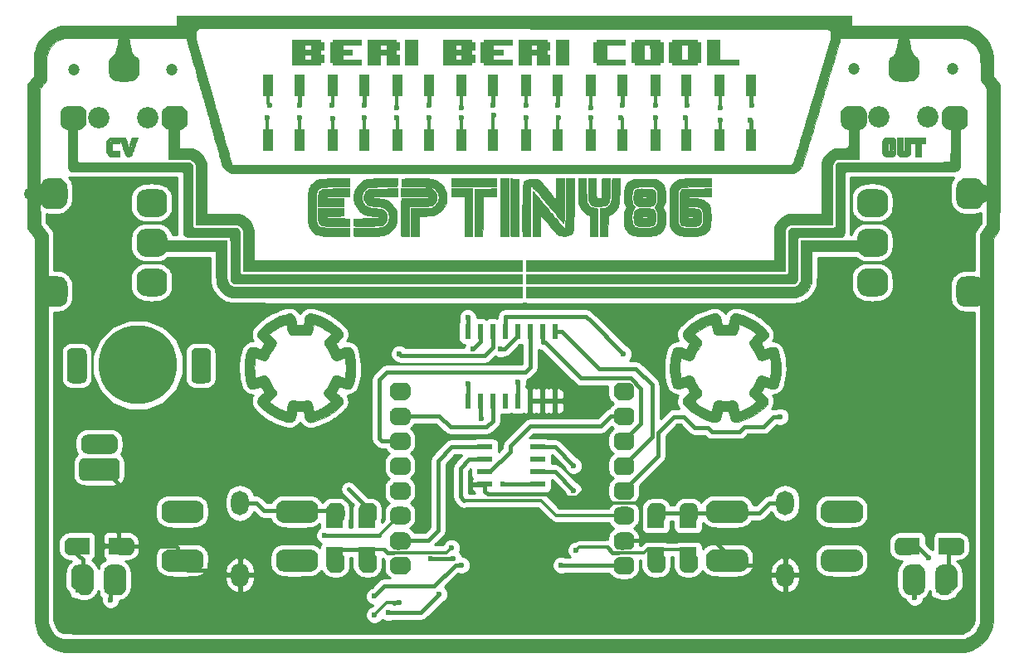
<source format=gbr>
G04 #@! TF.FileFunction,Copper,L1,Top,Signal*
%FSLAX46Y46*%
G04 Gerber Fmt 4.6, Leading zero omitted, Abs format (unit mm)*
G04 Created by KiCad (PCBNEW 4.0.7-e0-6372~58~ubuntu16.04.1) date Sat Mar  2 19:42:23 2019*
%MOMM*%
%LPD*%
G01*
G04 APERTURE LIST*
%ADD10C,0.100000*%
%ADD11C,0.010000*%
%ADD12R,0.600000X1.500000*%
%ADD13C,2.000000*%
%ADD14O,2.400000X2.000000*%
%ADD15R,2.000000X1.700000*%
%ADD16R,1.700000X2.000000*%
%ADD17R,3.010000X1.510000*%
%ADD18O,3.010000X1.510000*%
%ADD19C,8.000000*%
%ADD20R,1.500000X2.600000*%
%ADD21C,2.181860*%
%ADD22C,1.200000*%
%ADD23R,1.000000X2.200000*%
%ADD24R,1.550000X0.600000*%
%ADD25O,1.800000X2.500000*%
%ADD26C,0.600000*%
%ADD27C,0.400000*%
%ADD28C,0.300000*%
%ADD29C,0.254000*%
G04 APERTURE END LIST*
D10*
D11*
G36*
X72396951Y-57113932D02*
X72394174Y-57162081D01*
X72390600Y-57229979D01*
X72386509Y-57311995D01*
X72382177Y-57402502D01*
X72377885Y-57495869D01*
X72376333Y-57530658D01*
X72372523Y-57614742D01*
X72368937Y-57689819D01*
X72365758Y-57752351D01*
X72363173Y-57798801D01*
X72361364Y-57825631D01*
X72360707Y-57830865D01*
X72347937Y-57831442D01*
X72311673Y-57832479D01*
X72253815Y-57833934D01*
X72176264Y-57835766D01*
X72080920Y-57837931D01*
X71969684Y-57840387D01*
X71844456Y-57843093D01*
X71707137Y-57846005D01*
X71559628Y-57849082D01*
X71403830Y-57852282D01*
X71335900Y-57853662D01*
X71092565Y-57858702D01*
X70873139Y-57863528D01*
X70676131Y-57868231D01*
X70500051Y-57872903D01*
X70343410Y-57877638D01*
X70204718Y-57882528D01*
X70082485Y-57887663D01*
X69975221Y-57893138D01*
X69881436Y-57899044D01*
X69799641Y-57905474D01*
X69728344Y-57912520D01*
X69666058Y-57920273D01*
X69611290Y-57928827D01*
X69562553Y-57938274D01*
X69518356Y-57948706D01*
X69477208Y-57960215D01*
X69443600Y-57970887D01*
X69345081Y-58010644D01*
X69261354Y-58060421D01*
X69191239Y-58122227D01*
X69133556Y-58198072D01*
X69087123Y-58289966D01*
X69050761Y-58399917D01*
X69023289Y-58529935D01*
X69003526Y-58682031D01*
X68999358Y-58727147D01*
X68996168Y-58778072D01*
X68993224Y-58851763D01*
X68990544Y-58945583D01*
X68988141Y-59056898D01*
X68986032Y-59183073D01*
X68984232Y-59321475D01*
X68982756Y-59469468D01*
X68981620Y-59624418D01*
X68980839Y-59783691D01*
X68980428Y-59944651D01*
X68980404Y-60104664D01*
X68980781Y-60261096D01*
X68981574Y-60411311D01*
X68982800Y-60552676D01*
X68984473Y-60682556D01*
X68986610Y-60798316D01*
X68987112Y-60820300D01*
X68990484Y-60950741D01*
X68993981Y-61059198D01*
X68997814Y-61149089D01*
X69002193Y-61223829D01*
X69007329Y-61286834D01*
X69013432Y-61341521D01*
X69020715Y-61391307D01*
X69023283Y-61406501D01*
X69052709Y-61541508D01*
X69091022Y-61654524D01*
X69139968Y-61747936D01*
X69201295Y-61824128D01*
X69276751Y-61885487D01*
X69368082Y-61934398D01*
X69426590Y-61957162D01*
X69467825Y-61970587D01*
X69511362Y-61982685D01*
X69558750Y-61993550D01*
X69611536Y-62003275D01*
X69671270Y-62011954D01*
X69739499Y-62019680D01*
X69817773Y-62026547D01*
X69907639Y-62032648D01*
X70010646Y-62038078D01*
X70128344Y-62042929D01*
X70262279Y-62047296D01*
X70414001Y-62051271D01*
X70585058Y-62054948D01*
X70776998Y-62058421D01*
X70991371Y-62061784D01*
X71208900Y-62064849D01*
X71365894Y-62066950D01*
X71517847Y-62068942D01*
X71662487Y-62070799D01*
X71797544Y-62072492D01*
X71920747Y-62073996D01*
X72029826Y-62075282D01*
X72122511Y-62076323D01*
X72196531Y-62077091D01*
X72249616Y-62077561D01*
X72278875Y-62077705D01*
X72390000Y-62077600D01*
X72390000Y-62928500D01*
X72234425Y-62926222D01*
X72196229Y-62925731D01*
X72135037Y-62925031D01*
X72053252Y-62924147D01*
X71953277Y-62923103D01*
X71837515Y-62921924D01*
X71708368Y-62920633D01*
X71568240Y-62919255D01*
X71419534Y-62917814D01*
X71264653Y-62916335D01*
X71120000Y-62914972D01*
X70876120Y-62912480D01*
X70656158Y-62909761D01*
X70458632Y-62906755D01*
X70282061Y-62903403D01*
X70124961Y-62899644D01*
X69985853Y-62895418D01*
X69863253Y-62890665D01*
X69755681Y-62885326D01*
X69661654Y-62879341D01*
X69579691Y-62872649D01*
X69508309Y-62865190D01*
X69446028Y-62856905D01*
X69391366Y-62847733D01*
X69373750Y-62844301D01*
X69180746Y-62794016D01*
X69003874Y-62724328D01*
X68842687Y-62634882D01*
X68696735Y-62525327D01*
X68565570Y-62395307D01*
X68448745Y-62244470D01*
X68345811Y-62072462D01*
X68313251Y-62007750D01*
X68284609Y-61945231D01*
X68257361Y-61880577D01*
X68235425Y-61823322D01*
X68226490Y-61796639D01*
X68217880Y-61767629D01*
X68210145Y-61739037D01*
X68203240Y-61709412D01*
X68197117Y-61677303D01*
X68191729Y-61641259D01*
X68187030Y-61599829D01*
X68182972Y-61551562D01*
X68179509Y-61495007D01*
X68176593Y-61428714D01*
X68174178Y-61351232D01*
X68172217Y-61261109D01*
X68170664Y-61156896D01*
X68169470Y-61037140D01*
X68168590Y-60900392D01*
X68167977Y-60745199D01*
X68167583Y-60570113D01*
X68167362Y-60373681D01*
X68167267Y-60154452D01*
X68167250Y-59963050D01*
X68167238Y-59719367D01*
X68167273Y-59499618D01*
X68167459Y-59302337D01*
X68167902Y-59126058D01*
X68168707Y-58969314D01*
X68169977Y-58830640D01*
X68171819Y-58708569D01*
X68174336Y-58601636D01*
X68177635Y-58508373D01*
X68181819Y-58427316D01*
X68186994Y-58356999D01*
X68193265Y-58295954D01*
X68200736Y-58242716D01*
X68209512Y-58195819D01*
X68219698Y-58153797D01*
X68231400Y-58115183D01*
X68244722Y-58078512D01*
X68259768Y-58042318D01*
X68276645Y-58005134D01*
X68295456Y-57965495D01*
X68312748Y-57929396D01*
X68372056Y-57811320D01*
X68428834Y-57712318D01*
X68486793Y-57626848D01*
X68549647Y-57549363D01*
X68610266Y-57485066D01*
X68703002Y-57400232D01*
X68802038Y-57326316D01*
X68913966Y-57258847D01*
X69029206Y-57200858D01*
X69081966Y-57176685D01*
X69132353Y-57155103D01*
X69182100Y-57135937D01*
X69232939Y-57119015D01*
X69286600Y-57104160D01*
X69344815Y-57091199D01*
X69409317Y-57079957D01*
X69481837Y-57070261D01*
X69564107Y-57061935D01*
X69657858Y-57054806D01*
X69764822Y-57048699D01*
X69886730Y-57043440D01*
X70025315Y-57038855D01*
X70182308Y-57034769D01*
X70359441Y-57031008D01*
X70558445Y-57027397D01*
X70781053Y-57023762D01*
X70789800Y-57023625D01*
X70944921Y-57021159D01*
X71104586Y-57018573D01*
X71264876Y-57015935D01*
X71421873Y-57013310D01*
X71571660Y-57010765D01*
X71710319Y-57008366D01*
X71833932Y-57006180D01*
X71938583Y-57004272D01*
X71993975Y-57003225D01*
X72404400Y-56995314D01*
X72396951Y-57113932D01*
X72396951Y-57113932D01*
G37*
X72396951Y-57113932D02*
X72394174Y-57162081D01*
X72390600Y-57229979D01*
X72386509Y-57311995D01*
X72382177Y-57402502D01*
X72377885Y-57495869D01*
X72376333Y-57530658D01*
X72372523Y-57614742D01*
X72368937Y-57689819D01*
X72365758Y-57752351D01*
X72363173Y-57798801D01*
X72361364Y-57825631D01*
X72360707Y-57830865D01*
X72347937Y-57831442D01*
X72311673Y-57832479D01*
X72253815Y-57833934D01*
X72176264Y-57835766D01*
X72080920Y-57837931D01*
X71969684Y-57840387D01*
X71844456Y-57843093D01*
X71707137Y-57846005D01*
X71559628Y-57849082D01*
X71403830Y-57852282D01*
X71335900Y-57853662D01*
X71092565Y-57858702D01*
X70873139Y-57863528D01*
X70676131Y-57868231D01*
X70500051Y-57872903D01*
X70343410Y-57877638D01*
X70204718Y-57882528D01*
X70082485Y-57887663D01*
X69975221Y-57893138D01*
X69881436Y-57899044D01*
X69799641Y-57905474D01*
X69728344Y-57912520D01*
X69666058Y-57920273D01*
X69611290Y-57928827D01*
X69562553Y-57938274D01*
X69518356Y-57948706D01*
X69477208Y-57960215D01*
X69443600Y-57970887D01*
X69345081Y-58010644D01*
X69261354Y-58060421D01*
X69191239Y-58122227D01*
X69133556Y-58198072D01*
X69087123Y-58289966D01*
X69050761Y-58399917D01*
X69023289Y-58529935D01*
X69003526Y-58682031D01*
X68999358Y-58727147D01*
X68996168Y-58778072D01*
X68993224Y-58851763D01*
X68990544Y-58945583D01*
X68988141Y-59056898D01*
X68986032Y-59183073D01*
X68984232Y-59321475D01*
X68982756Y-59469468D01*
X68981620Y-59624418D01*
X68980839Y-59783691D01*
X68980428Y-59944651D01*
X68980404Y-60104664D01*
X68980781Y-60261096D01*
X68981574Y-60411311D01*
X68982800Y-60552676D01*
X68984473Y-60682556D01*
X68986610Y-60798316D01*
X68987112Y-60820300D01*
X68990484Y-60950741D01*
X68993981Y-61059198D01*
X68997814Y-61149089D01*
X69002193Y-61223829D01*
X69007329Y-61286834D01*
X69013432Y-61341521D01*
X69020715Y-61391307D01*
X69023283Y-61406501D01*
X69052709Y-61541508D01*
X69091022Y-61654524D01*
X69139968Y-61747936D01*
X69201295Y-61824128D01*
X69276751Y-61885487D01*
X69368082Y-61934398D01*
X69426590Y-61957162D01*
X69467825Y-61970587D01*
X69511362Y-61982685D01*
X69558750Y-61993550D01*
X69611536Y-62003275D01*
X69671270Y-62011954D01*
X69739499Y-62019680D01*
X69817773Y-62026547D01*
X69907639Y-62032648D01*
X70010646Y-62038078D01*
X70128344Y-62042929D01*
X70262279Y-62047296D01*
X70414001Y-62051271D01*
X70585058Y-62054948D01*
X70776998Y-62058421D01*
X70991371Y-62061784D01*
X71208900Y-62064849D01*
X71365894Y-62066950D01*
X71517847Y-62068942D01*
X71662487Y-62070799D01*
X71797544Y-62072492D01*
X71920747Y-62073996D01*
X72029826Y-62075282D01*
X72122511Y-62076323D01*
X72196531Y-62077091D01*
X72249616Y-62077561D01*
X72278875Y-62077705D01*
X72390000Y-62077600D01*
X72390000Y-62928500D01*
X72234425Y-62926222D01*
X72196229Y-62925731D01*
X72135037Y-62925031D01*
X72053252Y-62924147D01*
X71953277Y-62923103D01*
X71837515Y-62921924D01*
X71708368Y-62920633D01*
X71568240Y-62919255D01*
X71419534Y-62917814D01*
X71264653Y-62916335D01*
X71120000Y-62914972D01*
X70876120Y-62912480D01*
X70656158Y-62909761D01*
X70458632Y-62906755D01*
X70282061Y-62903403D01*
X70124961Y-62899644D01*
X69985853Y-62895418D01*
X69863253Y-62890665D01*
X69755681Y-62885326D01*
X69661654Y-62879341D01*
X69579691Y-62872649D01*
X69508309Y-62865190D01*
X69446028Y-62856905D01*
X69391366Y-62847733D01*
X69373750Y-62844301D01*
X69180746Y-62794016D01*
X69003874Y-62724328D01*
X68842687Y-62634882D01*
X68696735Y-62525327D01*
X68565570Y-62395307D01*
X68448745Y-62244470D01*
X68345811Y-62072462D01*
X68313251Y-62007750D01*
X68284609Y-61945231D01*
X68257361Y-61880577D01*
X68235425Y-61823322D01*
X68226490Y-61796639D01*
X68217880Y-61767629D01*
X68210145Y-61739037D01*
X68203240Y-61709412D01*
X68197117Y-61677303D01*
X68191729Y-61641259D01*
X68187030Y-61599829D01*
X68182972Y-61551562D01*
X68179509Y-61495007D01*
X68176593Y-61428714D01*
X68174178Y-61351232D01*
X68172217Y-61261109D01*
X68170664Y-61156896D01*
X68169470Y-61037140D01*
X68168590Y-60900392D01*
X68167977Y-60745199D01*
X68167583Y-60570113D01*
X68167362Y-60373681D01*
X68167267Y-60154452D01*
X68167250Y-59963050D01*
X68167238Y-59719367D01*
X68167273Y-59499618D01*
X68167459Y-59302337D01*
X68167902Y-59126058D01*
X68168707Y-58969314D01*
X68169977Y-58830640D01*
X68171819Y-58708569D01*
X68174336Y-58601636D01*
X68177635Y-58508373D01*
X68181819Y-58427316D01*
X68186994Y-58356999D01*
X68193265Y-58295954D01*
X68200736Y-58242716D01*
X68209512Y-58195819D01*
X68219698Y-58153797D01*
X68231400Y-58115183D01*
X68244722Y-58078512D01*
X68259768Y-58042318D01*
X68276645Y-58005134D01*
X68295456Y-57965495D01*
X68312748Y-57929396D01*
X68372056Y-57811320D01*
X68428834Y-57712318D01*
X68486793Y-57626848D01*
X68549647Y-57549363D01*
X68610266Y-57485066D01*
X68703002Y-57400232D01*
X68802038Y-57326316D01*
X68913966Y-57258847D01*
X69029206Y-57200858D01*
X69081966Y-57176685D01*
X69132353Y-57155103D01*
X69182100Y-57135937D01*
X69232939Y-57119015D01*
X69286600Y-57104160D01*
X69344815Y-57091199D01*
X69409317Y-57079957D01*
X69481837Y-57070261D01*
X69564107Y-57061935D01*
X69657858Y-57054806D01*
X69764822Y-57048699D01*
X69886730Y-57043440D01*
X70025315Y-57038855D01*
X70182308Y-57034769D01*
X70359441Y-57031008D01*
X70558445Y-57027397D01*
X70781053Y-57023762D01*
X70789800Y-57023625D01*
X70944921Y-57021159D01*
X71104586Y-57018573D01*
X71264876Y-57015935D01*
X71421873Y-57013310D01*
X71571660Y-57010765D01*
X71710319Y-57008366D01*
X71833932Y-57006180D01*
X71938583Y-57004272D01*
X71993975Y-57003225D01*
X72404400Y-56995314D01*
X72396951Y-57113932D01*
G36*
X80714850Y-58051964D02*
X80822800Y-58134604D01*
X80954084Y-58242187D01*
X81061793Y-58346759D01*
X81147190Y-58450608D01*
X81211540Y-58556022D01*
X81256107Y-58665290D01*
X81282156Y-58780701D01*
X81290951Y-58904542D01*
X81288838Y-58977993D01*
X81278803Y-59082299D01*
X81260556Y-59173881D01*
X81231323Y-59263182D01*
X81188325Y-59360647D01*
X81185653Y-59366150D01*
X81110464Y-59497339D01*
X81023328Y-59607508D01*
X80925032Y-59695977D01*
X80816362Y-59762067D01*
X80698105Y-59805098D01*
X80670721Y-59811435D01*
X80632141Y-59818418D01*
X80585575Y-59824769D01*
X80529422Y-59830555D01*
X80462080Y-59835846D01*
X80381950Y-59840712D01*
X80287430Y-59845221D01*
X80176920Y-59849443D01*
X80048819Y-59853446D01*
X79901526Y-59857300D01*
X79733441Y-59861074D01*
X79542963Y-59864837D01*
X79355950Y-59868187D01*
X79212081Y-59870734D01*
X79075542Y-59873283D01*
X78948480Y-59875787D01*
X78833039Y-59878196D01*
X78731365Y-59880461D01*
X78645604Y-59882535D01*
X78577902Y-59884369D01*
X78530404Y-59885913D01*
X78505256Y-59887121D01*
X78501875Y-59887515D01*
X78499398Y-59892969D01*
X78497176Y-59908483D01*
X78495196Y-59935195D01*
X78493447Y-59974243D01*
X78491916Y-60026765D01*
X78490591Y-60093900D01*
X78489462Y-60176784D01*
X78488515Y-60276556D01*
X78487739Y-60394353D01*
X78487123Y-60531314D01*
X78486653Y-60688576D01*
X78486319Y-60867278D01*
X78486109Y-61068557D01*
X78486011Y-61293551D01*
X78486000Y-61410451D01*
X78486000Y-62928500D01*
X78241525Y-62926753D01*
X78155122Y-62925600D01*
X78068040Y-62923494D01*
X77987116Y-62920665D01*
X77919187Y-62917346D01*
X77878197Y-62914441D01*
X77816112Y-62906816D01*
X77760553Y-62896187D01*
X77719909Y-62884240D01*
X77713097Y-62881262D01*
X77666850Y-62858650D01*
X77658995Y-62712600D01*
X77657273Y-62667043D01*
X77655791Y-62600139D01*
X77654540Y-62513627D01*
X77653514Y-62409243D01*
X77652703Y-62288726D01*
X77652102Y-62153813D01*
X77651700Y-62006242D01*
X77651492Y-61847752D01*
X77651468Y-61680080D01*
X77651621Y-61504964D01*
X77651943Y-61324141D01*
X77652427Y-61139350D01*
X77653064Y-60952329D01*
X77653846Y-60764815D01*
X77654767Y-60578547D01*
X77655817Y-60395261D01*
X77656989Y-60216697D01*
X77658276Y-60044591D01*
X77659668Y-59880682D01*
X77661160Y-59726708D01*
X77662741Y-59584406D01*
X77664406Y-59455515D01*
X77666146Y-59341771D01*
X77667952Y-59244914D01*
X77669818Y-59166681D01*
X77671735Y-59108809D01*
X77673696Y-59073037D01*
X77675490Y-59061176D01*
X77689140Y-59059752D01*
X77726154Y-59058090D01*
X77784495Y-59056232D01*
X77862128Y-59054223D01*
X77957019Y-59052105D01*
X78067131Y-59049922D01*
X78190429Y-59047717D01*
X78324877Y-59045532D01*
X78468441Y-59043412D01*
X78589404Y-59041779D01*
X78839281Y-59038319D01*
X79074634Y-59034605D01*
X79294443Y-59030665D01*
X79497690Y-59026527D01*
X79683354Y-59022220D01*
X79850416Y-59017773D01*
X79997858Y-59013214D01*
X80124658Y-59008571D01*
X80229799Y-59003874D01*
X80312260Y-58999150D01*
X80371021Y-58994427D01*
X80396577Y-58991286D01*
X80450940Y-58978843D01*
X80487207Y-58962239D01*
X80502650Y-58943103D01*
X80499916Y-58929563D01*
X80482664Y-58916159D01*
X80447810Y-58903941D01*
X80394737Y-58892880D01*
X80322828Y-58882947D01*
X80231468Y-58874115D01*
X80120037Y-58866355D01*
X79987922Y-58859638D01*
X79834503Y-58853937D01*
X79659165Y-58849221D01*
X79461292Y-58845464D01*
X79240265Y-58842637D01*
X78995469Y-58840710D01*
X78726286Y-58839656D01*
X78546325Y-58839429D01*
X77635100Y-58839100D01*
X77635100Y-58051700D01*
X80714850Y-58051964D01*
X80714850Y-58051964D01*
G37*
X80714850Y-58051964D02*
X80822800Y-58134604D01*
X80954084Y-58242187D01*
X81061793Y-58346759D01*
X81147190Y-58450608D01*
X81211540Y-58556022D01*
X81256107Y-58665290D01*
X81282156Y-58780701D01*
X81290951Y-58904542D01*
X81288838Y-58977993D01*
X81278803Y-59082299D01*
X81260556Y-59173881D01*
X81231323Y-59263182D01*
X81188325Y-59360647D01*
X81185653Y-59366150D01*
X81110464Y-59497339D01*
X81023328Y-59607508D01*
X80925032Y-59695977D01*
X80816362Y-59762067D01*
X80698105Y-59805098D01*
X80670721Y-59811435D01*
X80632141Y-59818418D01*
X80585575Y-59824769D01*
X80529422Y-59830555D01*
X80462080Y-59835846D01*
X80381950Y-59840712D01*
X80287430Y-59845221D01*
X80176920Y-59849443D01*
X80048819Y-59853446D01*
X79901526Y-59857300D01*
X79733441Y-59861074D01*
X79542963Y-59864837D01*
X79355950Y-59868187D01*
X79212081Y-59870734D01*
X79075542Y-59873283D01*
X78948480Y-59875787D01*
X78833039Y-59878196D01*
X78731365Y-59880461D01*
X78645604Y-59882535D01*
X78577902Y-59884369D01*
X78530404Y-59885913D01*
X78505256Y-59887121D01*
X78501875Y-59887515D01*
X78499398Y-59892969D01*
X78497176Y-59908483D01*
X78495196Y-59935195D01*
X78493447Y-59974243D01*
X78491916Y-60026765D01*
X78490591Y-60093900D01*
X78489462Y-60176784D01*
X78488515Y-60276556D01*
X78487739Y-60394353D01*
X78487123Y-60531314D01*
X78486653Y-60688576D01*
X78486319Y-60867278D01*
X78486109Y-61068557D01*
X78486011Y-61293551D01*
X78486000Y-61410451D01*
X78486000Y-62928500D01*
X78241525Y-62926753D01*
X78155122Y-62925600D01*
X78068040Y-62923494D01*
X77987116Y-62920665D01*
X77919187Y-62917346D01*
X77878197Y-62914441D01*
X77816112Y-62906816D01*
X77760553Y-62896187D01*
X77719909Y-62884240D01*
X77713097Y-62881262D01*
X77666850Y-62858650D01*
X77658995Y-62712600D01*
X77657273Y-62667043D01*
X77655791Y-62600139D01*
X77654540Y-62513627D01*
X77653514Y-62409243D01*
X77652703Y-62288726D01*
X77652102Y-62153813D01*
X77651700Y-62006242D01*
X77651492Y-61847752D01*
X77651468Y-61680080D01*
X77651621Y-61504964D01*
X77651943Y-61324141D01*
X77652427Y-61139350D01*
X77653064Y-60952329D01*
X77653846Y-60764815D01*
X77654767Y-60578547D01*
X77655817Y-60395261D01*
X77656989Y-60216697D01*
X77658276Y-60044591D01*
X77659668Y-59880682D01*
X77661160Y-59726708D01*
X77662741Y-59584406D01*
X77664406Y-59455515D01*
X77666146Y-59341771D01*
X77667952Y-59244914D01*
X77669818Y-59166681D01*
X77671735Y-59108809D01*
X77673696Y-59073037D01*
X77675490Y-59061176D01*
X77689140Y-59059752D01*
X77726154Y-59058090D01*
X77784495Y-59056232D01*
X77862128Y-59054223D01*
X77957019Y-59052105D01*
X78067131Y-59049922D01*
X78190429Y-59047717D01*
X78324877Y-59045532D01*
X78468441Y-59043412D01*
X78589404Y-59041779D01*
X78839281Y-59038319D01*
X79074634Y-59034605D01*
X79294443Y-59030665D01*
X79497690Y-59026527D01*
X79683354Y-59022220D01*
X79850416Y-59017773D01*
X79997858Y-59013214D01*
X80124658Y-59008571D01*
X80229799Y-59003874D01*
X80312260Y-58999150D01*
X80371021Y-58994427D01*
X80396577Y-58991286D01*
X80450940Y-58978843D01*
X80487207Y-58962239D01*
X80502650Y-58943103D01*
X80499916Y-58929563D01*
X80482664Y-58916159D01*
X80447810Y-58903941D01*
X80394737Y-58892880D01*
X80322828Y-58882947D01*
X80231468Y-58874115D01*
X80120037Y-58866355D01*
X79987922Y-58859638D01*
X79834503Y-58853937D01*
X79659165Y-58849221D01*
X79461292Y-58845464D01*
X79240265Y-58842637D01*
X78995469Y-58840710D01*
X78726286Y-58839656D01*
X78546325Y-58839429D01*
X77635100Y-58839100D01*
X77635100Y-58051700D01*
X80714850Y-58051964D01*
G36*
X79696052Y-57023614D02*
X79868201Y-57024413D01*
X80022008Y-57025802D01*
X80155990Y-57027779D01*
X80268663Y-57030341D01*
X80358543Y-57033483D01*
X80410266Y-57036229D01*
X80586423Y-57050417D01*
X80741363Y-57069233D01*
X80879031Y-57093828D01*
X81003370Y-57125351D01*
X81118325Y-57164952D01*
X81227839Y-57213783D01*
X81335858Y-57272992D01*
X81432400Y-57334321D01*
X81614121Y-57470479D01*
X81776793Y-57621640D01*
X81919670Y-57786376D01*
X82042004Y-57963257D01*
X82143050Y-58150853D01*
X82222060Y-58347734D01*
X82278289Y-58552472D01*
X82310988Y-58763637D01*
X82319412Y-58979799D01*
X82317855Y-59029684D01*
X82295809Y-59243955D01*
X82249162Y-59453310D01*
X82178419Y-59656694D01*
X82084084Y-59853057D01*
X81966660Y-60041345D01*
X81826651Y-60220506D01*
X81668680Y-60385585D01*
X81544192Y-60496126D01*
X81423908Y-60586170D01*
X81302788Y-60658877D01*
X81175791Y-60717407D01*
X81089500Y-60748755D01*
X81019527Y-60770735D01*
X80952851Y-60788841D01*
X80885680Y-60803554D01*
X80814224Y-60815357D01*
X80734691Y-60824731D01*
X80643292Y-60832159D01*
X80536235Y-60838124D01*
X80409730Y-60843107D01*
X80327500Y-60845692D01*
X80167963Y-60850462D01*
X80031857Y-60854815D01*
X79917216Y-60858970D01*
X79822078Y-60863143D01*
X79744481Y-60867553D01*
X79682460Y-60872416D01*
X79634054Y-60877951D01*
X79597300Y-60884375D01*
X79570233Y-60891906D01*
X79550892Y-60900761D01*
X79537313Y-60911159D01*
X79527533Y-60923316D01*
X79520779Y-60935123D01*
X79512456Y-60953905D01*
X79505147Y-60977152D01*
X79498767Y-61006593D01*
X79493235Y-61043958D01*
X79488467Y-61090977D01*
X79484381Y-61149380D01*
X79480894Y-61220897D01*
X79477923Y-61307258D01*
X79475385Y-61410193D01*
X79473198Y-61531431D01*
X79471278Y-61672703D01*
X79469543Y-61835739D01*
X79467909Y-62022268D01*
X79467745Y-62042675D01*
X79460671Y-62928500D01*
X78676500Y-62928500D01*
X78676500Y-60073021D01*
X78755875Y-60066037D01*
X78781177Y-60064733D01*
X78829725Y-60063132D01*
X78899365Y-60061276D01*
X78987945Y-60059210D01*
X79093312Y-60056978D01*
X79213313Y-60054622D01*
X79345797Y-60052187D01*
X79488610Y-60049716D01*
X79639599Y-60047253D01*
X79796613Y-60044842D01*
X79813150Y-60044597D01*
X80791050Y-60030140D01*
X80841850Y-59990818D01*
X80986006Y-59875415D01*
X81108557Y-59768321D01*
X81210970Y-59667220D01*
X81294713Y-59569799D01*
X81361252Y-59473742D01*
X81412054Y-59376737D01*
X81448588Y-59276467D01*
X81472318Y-59170620D01*
X81484714Y-59056880D01*
X81487426Y-58972450D01*
X81484235Y-58857532D01*
X81471891Y-58755714D01*
X81448448Y-58658570D01*
X81411959Y-58557677D01*
X81370083Y-58464450D01*
X81285802Y-58314558D01*
X81185563Y-58182638D01*
X81070666Y-58070231D01*
X80980622Y-58002924D01*
X80944694Y-57981105D01*
X80906430Y-57962564D01*
X80863299Y-57946926D01*
X80812770Y-57933819D01*
X80752312Y-57922868D01*
X80679394Y-57913698D01*
X80591485Y-57905937D01*
X80486054Y-57899208D01*
X80360569Y-57893139D01*
X80212499Y-57887356D01*
X80194366Y-57886708D01*
X80130150Y-57884636D01*
X80044782Y-57882195D01*
X79940780Y-57879440D01*
X79820664Y-57876424D01*
X79686951Y-57873199D01*
X79542160Y-57869818D01*
X79388811Y-57866335D01*
X79229421Y-57862803D01*
X79066510Y-57859275D01*
X78902596Y-57855803D01*
X78740197Y-57852442D01*
X78581832Y-57849243D01*
X78430021Y-57846260D01*
X78287281Y-57843546D01*
X78156131Y-57841154D01*
X78039090Y-57839138D01*
X77938676Y-57837549D01*
X77857409Y-57836442D01*
X77797806Y-57835869D01*
X77777628Y-57835800D01*
X77673200Y-57835800D01*
X77673200Y-57039856D01*
X78361090Y-57031428D01*
X78612126Y-57028607D01*
X78853723Y-57026399D01*
X79084398Y-57024799D01*
X79302667Y-57023803D01*
X79507047Y-57023410D01*
X79696052Y-57023614D01*
X79696052Y-57023614D01*
G37*
X79696052Y-57023614D02*
X79868201Y-57024413D01*
X80022008Y-57025802D01*
X80155990Y-57027779D01*
X80268663Y-57030341D01*
X80358543Y-57033483D01*
X80410266Y-57036229D01*
X80586423Y-57050417D01*
X80741363Y-57069233D01*
X80879031Y-57093828D01*
X81003370Y-57125351D01*
X81118325Y-57164952D01*
X81227839Y-57213783D01*
X81335858Y-57272992D01*
X81432400Y-57334321D01*
X81614121Y-57470479D01*
X81776793Y-57621640D01*
X81919670Y-57786376D01*
X82042004Y-57963257D01*
X82143050Y-58150853D01*
X82222060Y-58347734D01*
X82278289Y-58552472D01*
X82310988Y-58763637D01*
X82319412Y-58979799D01*
X82317855Y-59029684D01*
X82295809Y-59243955D01*
X82249162Y-59453310D01*
X82178419Y-59656694D01*
X82084084Y-59853057D01*
X81966660Y-60041345D01*
X81826651Y-60220506D01*
X81668680Y-60385585D01*
X81544192Y-60496126D01*
X81423908Y-60586170D01*
X81302788Y-60658877D01*
X81175791Y-60717407D01*
X81089500Y-60748755D01*
X81019527Y-60770735D01*
X80952851Y-60788841D01*
X80885680Y-60803554D01*
X80814224Y-60815357D01*
X80734691Y-60824731D01*
X80643292Y-60832159D01*
X80536235Y-60838124D01*
X80409730Y-60843107D01*
X80327500Y-60845692D01*
X80167963Y-60850462D01*
X80031857Y-60854815D01*
X79917216Y-60858970D01*
X79822078Y-60863143D01*
X79744481Y-60867553D01*
X79682460Y-60872416D01*
X79634054Y-60877951D01*
X79597300Y-60884375D01*
X79570233Y-60891906D01*
X79550892Y-60900761D01*
X79537313Y-60911159D01*
X79527533Y-60923316D01*
X79520779Y-60935123D01*
X79512456Y-60953905D01*
X79505147Y-60977152D01*
X79498767Y-61006593D01*
X79493235Y-61043958D01*
X79488467Y-61090977D01*
X79484381Y-61149380D01*
X79480894Y-61220897D01*
X79477923Y-61307258D01*
X79475385Y-61410193D01*
X79473198Y-61531431D01*
X79471278Y-61672703D01*
X79469543Y-61835739D01*
X79467909Y-62022268D01*
X79467745Y-62042675D01*
X79460671Y-62928500D01*
X78676500Y-62928500D01*
X78676500Y-60073021D01*
X78755875Y-60066037D01*
X78781177Y-60064733D01*
X78829725Y-60063132D01*
X78899365Y-60061276D01*
X78987945Y-60059210D01*
X79093312Y-60056978D01*
X79213313Y-60054622D01*
X79345797Y-60052187D01*
X79488610Y-60049716D01*
X79639599Y-60047253D01*
X79796613Y-60044842D01*
X79813150Y-60044597D01*
X80791050Y-60030140D01*
X80841850Y-59990818D01*
X80986006Y-59875415D01*
X81108557Y-59768321D01*
X81210970Y-59667220D01*
X81294713Y-59569799D01*
X81361252Y-59473742D01*
X81412054Y-59376737D01*
X81448588Y-59276467D01*
X81472318Y-59170620D01*
X81484714Y-59056880D01*
X81487426Y-58972450D01*
X81484235Y-58857532D01*
X81471891Y-58755714D01*
X81448448Y-58658570D01*
X81411959Y-58557677D01*
X81370083Y-58464450D01*
X81285802Y-58314558D01*
X81185563Y-58182638D01*
X81070666Y-58070231D01*
X80980622Y-58002924D01*
X80944694Y-57981105D01*
X80906430Y-57962564D01*
X80863299Y-57946926D01*
X80812770Y-57933819D01*
X80752312Y-57922868D01*
X80679394Y-57913698D01*
X80591485Y-57905937D01*
X80486054Y-57899208D01*
X80360569Y-57893139D01*
X80212499Y-57887356D01*
X80194366Y-57886708D01*
X80130150Y-57884636D01*
X80044782Y-57882195D01*
X79940780Y-57879440D01*
X79820664Y-57876424D01*
X79686951Y-57873199D01*
X79542160Y-57869818D01*
X79388811Y-57866335D01*
X79229421Y-57862803D01*
X79066510Y-57859275D01*
X78902596Y-57855803D01*
X78740197Y-57852442D01*
X78581832Y-57849243D01*
X78430021Y-57846260D01*
X78287281Y-57843546D01*
X78156131Y-57841154D01*
X78039090Y-57839138D01*
X77938676Y-57837549D01*
X77857409Y-57836442D01*
X77797806Y-57835869D01*
X77777628Y-57835800D01*
X77673200Y-57835800D01*
X77673200Y-57039856D01*
X78361090Y-57031428D01*
X78612126Y-57028607D01*
X78853723Y-57026399D01*
X79084398Y-57024799D01*
X79302667Y-57023803D01*
X79507047Y-57023410D01*
X79696052Y-57023614D01*
G36*
X84950300Y-62928500D02*
X84165964Y-62928500D01*
X84157164Y-62023625D01*
X84155613Y-61860914D01*
X84153916Y-61677189D01*
X84152111Y-61476835D01*
X84150237Y-61264235D01*
X84148329Y-61043775D01*
X84146427Y-60819839D01*
X84144567Y-60596812D01*
X84142788Y-60379079D01*
X84141127Y-60171025D01*
X84139757Y-59994800D01*
X84131150Y-58870850D01*
X83851750Y-58862975D01*
X83763600Y-58860553D01*
X83656620Y-58857714D01*
X83537370Y-58854626D01*
X83412414Y-58851458D01*
X83288313Y-58848376D01*
X83171629Y-58845550D01*
X83169125Y-58845491D01*
X82765900Y-58835881D01*
X82765900Y-58051700D01*
X84950300Y-58051700D01*
X84950300Y-62928500D01*
X84950300Y-62928500D01*
G37*
X84950300Y-62928500D02*
X84165964Y-62928500D01*
X84157164Y-62023625D01*
X84155613Y-61860914D01*
X84153916Y-61677189D01*
X84152111Y-61476835D01*
X84150237Y-61264235D01*
X84148329Y-61043775D01*
X84146427Y-60819839D01*
X84144567Y-60596812D01*
X84142788Y-60379079D01*
X84141127Y-60171025D01*
X84139757Y-59994800D01*
X84131150Y-58870850D01*
X83851750Y-58862975D01*
X83763600Y-58860553D01*
X83656620Y-58857714D01*
X83537370Y-58854626D01*
X83412414Y-58851458D01*
X83288313Y-58848376D01*
X83171629Y-58845550D01*
X83169125Y-58845491D01*
X82765900Y-58835881D01*
X82765900Y-58051700D01*
X84950300Y-58051700D01*
X84950300Y-62928500D01*
G36*
X88607900Y-62928500D02*
X87820500Y-62928500D01*
X87820500Y-57010300D01*
X88607900Y-57010300D01*
X88607900Y-62928500D01*
X88607900Y-62928500D01*
G37*
X88607900Y-62928500D02*
X87820500Y-62928500D01*
X87820500Y-57010300D01*
X88607900Y-57010300D01*
X88607900Y-62928500D01*
G36*
X95284267Y-59483625D02*
X95283535Y-59789717D01*
X95282810Y-60071513D01*
X95282071Y-60330114D01*
X95281297Y-60566625D01*
X95280467Y-60782148D01*
X95279562Y-60977786D01*
X95278560Y-61154643D01*
X95277441Y-61313821D01*
X95276184Y-61456422D01*
X95274768Y-61583552D01*
X95273173Y-61696311D01*
X95271379Y-61795805D01*
X95269363Y-61883134D01*
X95267107Y-61959403D01*
X95264589Y-62025714D01*
X95261789Y-62083172D01*
X95258685Y-62132877D01*
X95255258Y-62175934D01*
X95251486Y-62213446D01*
X95247350Y-62246516D01*
X95242828Y-62276246D01*
X95237899Y-62303740D01*
X95232544Y-62330101D01*
X95230852Y-62337950D01*
X95194199Y-62447633D01*
X95134795Y-62548654D01*
X95054231Y-62639608D01*
X94954096Y-62719090D01*
X94835980Y-62785697D01*
X94701474Y-62838024D01*
X94646750Y-62853780D01*
X94568838Y-62869163D01*
X94472723Y-62880305D01*
X94365279Y-62886998D01*
X94253382Y-62889033D01*
X94143905Y-62886200D01*
X94043722Y-62878292D01*
X94005158Y-62873270D01*
X93940174Y-62862870D01*
X93880340Y-62851250D01*
X93824374Y-62837267D01*
X93770995Y-62819782D01*
X93718924Y-62797653D01*
X93666879Y-62769738D01*
X93613580Y-62734896D01*
X93557745Y-62691986D01*
X93498095Y-62639867D01*
X93433347Y-62577397D01*
X93362223Y-62503434D01*
X93283440Y-62416839D01*
X93195718Y-62316469D01*
X93097776Y-62201183D01*
X92988334Y-62069840D01*
X92866111Y-61921298D01*
X92729825Y-61754416D01*
X92677578Y-61690250D01*
X92535687Y-61517114D01*
X92407887Y-61363761D01*
X92293448Y-61229343D01*
X92191641Y-61113015D01*
X92101737Y-61013930D01*
X92026551Y-60934859D01*
X91977419Y-60885426D01*
X91942646Y-60852683D01*
X91919511Y-60834523D01*
X91905291Y-60828836D01*
X91897265Y-60833514D01*
X91896779Y-60834327D01*
X91889559Y-60853115D01*
X91883109Y-60883285D01*
X91877377Y-60926150D01*
X91872311Y-60983028D01*
X91867859Y-61055232D01*
X91863970Y-61144078D01*
X91860592Y-61250881D01*
X91857674Y-61376956D01*
X91855163Y-61523619D01*
X91853009Y-61692184D01*
X91851160Y-61883966D01*
X91850083Y-62023625D01*
X91843679Y-62928500D01*
X91453456Y-62928500D01*
X91356328Y-62928234D01*
X91267475Y-62927481D01*
X91190054Y-62926309D01*
X91127220Y-62924784D01*
X91082131Y-62922974D01*
X91057944Y-62920945D01*
X91054766Y-62920033D01*
X91053260Y-62906027D01*
X91051919Y-62868315D01*
X91050741Y-62808594D01*
X91049723Y-62728557D01*
X91048863Y-62629899D01*
X91048160Y-62514315D01*
X91047611Y-62383499D01*
X91047215Y-62239146D01*
X91046969Y-62082951D01*
X91046870Y-61916608D01*
X91046918Y-61741811D01*
X91047109Y-61560256D01*
X91047442Y-61373637D01*
X91047915Y-61183649D01*
X91048526Y-60991986D01*
X91049272Y-60800343D01*
X91050151Y-60610414D01*
X91051162Y-60423894D01*
X91052302Y-60242479D01*
X91053569Y-60067861D01*
X91054961Y-59901737D01*
X91056476Y-59745801D01*
X91058112Y-59601746D01*
X91058936Y-59537600D01*
X91062186Y-59314257D01*
X91065634Y-59115633D01*
X91069307Y-58941045D01*
X91073233Y-58789813D01*
X91077439Y-58661255D01*
X91081952Y-58554690D01*
X91086798Y-58469437D01*
X91092006Y-58404814D01*
X91097601Y-58360140D01*
X91103611Y-58334733D01*
X91106897Y-58328922D01*
X91114227Y-58331753D01*
X91130822Y-58346271D01*
X91157113Y-58372983D01*
X91193533Y-58412400D01*
X91240513Y-58465033D01*
X91298486Y-58531390D01*
X91367882Y-58611982D01*
X91449133Y-58707319D01*
X91542671Y-58817911D01*
X91648928Y-58944267D01*
X91768336Y-59086897D01*
X91901326Y-59246312D01*
X92048329Y-59423021D01*
X92209779Y-59617534D01*
X92386105Y-59830361D01*
X92577741Y-60062012D01*
X92721605Y-60236100D01*
X92908090Y-60461736D01*
X93079206Y-60668495D01*
X93235658Y-60857166D01*
X93378153Y-61028535D01*
X93507396Y-61183393D01*
X93624093Y-61322527D01*
X93728951Y-61446725D01*
X93822674Y-61556777D01*
X93905971Y-61653469D01*
X93979545Y-61737592D01*
X94044103Y-61809932D01*
X94100352Y-61871279D01*
X94148996Y-61922420D01*
X94190743Y-61964145D01*
X94226298Y-61997242D01*
X94256366Y-62022498D01*
X94281655Y-62040703D01*
X94302870Y-62052644D01*
X94320716Y-62059110D01*
X94335900Y-62060890D01*
X94349128Y-62058771D01*
X94352662Y-62057555D01*
X94364773Y-62046439D01*
X94375711Y-62021996D01*
X94385596Y-61982919D01*
X94394548Y-61927901D01*
X94402688Y-61855634D01*
X94410136Y-61764812D01*
X94417013Y-61654127D01*
X94423438Y-61522273D01*
X94429533Y-61367941D01*
X94435418Y-61189825D01*
X94436790Y-61144150D01*
X94439900Y-61029176D01*
X94443146Y-60890786D01*
X94446500Y-60730964D01*
X94449931Y-60551692D01*
X94453410Y-60354954D01*
X94456906Y-60142733D01*
X94460391Y-59917013D01*
X94463834Y-59679776D01*
X94467205Y-59433007D01*
X94470474Y-59178688D01*
X94473612Y-58918802D01*
X94476589Y-58655334D01*
X94479375Y-58390266D01*
X94481564Y-58166000D01*
X94482998Y-58023873D01*
X94484598Y-57883775D01*
X94486316Y-57748769D01*
X94488106Y-57621921D01*
X94489920Y-57506295D01*
X94491712Y-57404957D01*
X94493433Y-57320970D01*
X94495037Y-57257401D01*
X94495960Y-57229375D01*
X94503374Y-57035700D01*
X95289967Y-57035700D01*
X95284267Y-59483625D01*
X95284267Y-59483625D01*
G37*
X95284267Y-59483625D02*
X95283535Y-59789717D01*
X95282810Y-60071513D01*
X95282071Y-60330114D01*
X95281297Y-60566625D01*
X95280467Y-60782148D01*
X95279562Y-60977786D01*
X95278560Y-61154643D01*
X95277441Y-61313821D01*
X95276184Y-61456422D01*
X95274768Y-61583552D01*
X95273173Y-61696311D01*
X95271379Y-61795805D01*
X95269363Y-61883134D01*
X95267107Y-61959403D01*
X95264589Y-62025714D01*
X95261789Y-62083172D01*
X95258685Y-62132877D01*
X95255258Y-62175934D01*
X95251486Y-62213446D01*
X95247350Y-62246516D01*
X95242828Y-62276246D01*
X95237899Y-62303740D01*
X95232544Y-62330101D01*
X95230852Y-62337950D01*
X95194199Y-62447633D01*
X95134795Y-62548654D01*
X95054231Y-62639608D01*
X94954096Y-62719090D01*
X94835980Y-62785697D01*
X94701474Y-62838024D01*
X94646750Y-62853780D01*
X94568838Y-62869163D01*
X94472723Y-62880305D01*
X94365279Y-62886998D01*
X94253382Y-62889033D01*
X94143905Y-62886200D01*
X94043722Y-62878292D01*
X94005158Y-62873270D01*
X93940174Y-62862870D01*
X93880340Y-62851250D01*
X93824374Y-62837267D01*
X93770995Y-62819782D01*
X93718924Y-62797653D01*
X93666879Y-62769738D01*
X93613580Y-62734896D01*
X93557745Y-62691986D01*
X93498095Y-62639867D01*
X93433347Y-62577397D01*
X93362223Y-62503434D01*
X93283440Y-62416839D01*
X93195718Y-62316469D01*
X93097776Y-62201183D01*
X92988334Y-62069840D01*
X92866111Y-61921298D01*
X92729825Y-61754416D01*
X92677578Y-61690250D01*
X92535687Y-61517114D01*
X92407887Y-61363761D01*
X92293448Y-61229343D01*
X92191641Y-61113015D01*
X92101737Y-61013930D01*
X92026551Y-60934859D01*
X91977419Y-60885426D01*
X91942646Y-60852683D01*
X91919511Y-60834523D01*
X91905291Y-60828836D01*
X91897265Y-60833514D01*
X91896779Y-60834327D01*
X91889559Y-60853115D01*
X91883109Y-60883285D01*
X91877377Y-60926150D01*
X91872311Y-60983028D01*
X91867859Y-61055232D01*
X91863970Y-61144078D01*
X91860592Y-61250881D01*
X91857674Y-61376956D01*
X91855163Y-61523619D01*
X91853009Y-61692184D01*
X91851160Y-61883966D01*
X91850083Y-62023625D01*
X91843679Y-62928500D01*
X91453456Y-62928500D01*
X91356328Y-62928234D01*
X91267475Y-62927481D01*
X91190054Y-62926309D01*
X91127220Y-62924784D01*
X91082131Y-62922974D01*
X91057944Y-62920945D01*
X91054766Y-62920033D01*
X91053260Y-62906027D01*
X91051919Y-62868315D01*
X91050741Y-62808594D01*
X91049723Y-62728557D01*
X91048863Y-62629899D01*
X91048160Y-62514315D01*
X91047611Y-62383499D01*
X91047215Y-62239146D01*
X91046969Y-62082951D01*
X91046870Y-61916608D01*
X91046918Y-61741811D01*
X91047109Y-61560256D01*
X91047442Y-61373637D01*
X91047915Y-61183649D01*
X91048526Y-60991986D01*
X91049272Y-60800343D01*
X91050151Y-60610414D01*
X91051162Y-60423894D01*
X91052302Y-60242479D01*
X91053569Y-60067861D01*
X91054961Y-59901737D01*
X91056476Y-59745801D01*
X91058112Y-59601746D01*
X91058936Y-59537600D01*
X91062186Y-59314257D01*
X91065634Y-59115633D01*
X91069307Y-58941045D01*
X91073233Y-58789813D01*
X91077439Y-58661255D01*
X91081952Y-58554690D01*
X91086798Y-58469437D01*
X91092006Y-58404814D01*
X91097601Y-58360140D01*
X91103611Y-58334733D01*
X91106897Y-58328922D01*
X91114227Y-58331753D01*
X91130822Y-58346271D01*
X91157113Y-58372983D01*
X91193533Y-58412400D01*
X91240513Y-58465033D01*
X91298486Y-58531390D01*
X91367882Y-58611982D01*
X91449133Y-58707319D01*
X91542671Y-58817911D01*
X91648928Y-58944267D01*
X91768336Y-59086897D01*
X91901326Y-59246312D01*
X92048329Y-59423021D01*
X92209779Y-59617534D01*
X92386105Y-59830361D01*
X92577741Y-60062012D01*
X92721605Y-60236100D01*
X92908090Y-60461736D01*
X93079206Y-60668495D01*
X93235658Y-60857166D01*
X93378153Y-61028535D01*
X93507396Y-61183393D01*
X93624093Y-61322527D01*
X93728951Y-61446725D01*
X93822674Y-61556777D01*
X93905971Y-61653469D01*
X93979545Y-61737592D01*
X94044103Y-61809932D01*
X94100352Y-61871279D01*
X94148996Y-61922420D01*
X94190743Y-61964145D01*
X94226298Y-61997242D01*
X94256366Y-62022498D01*
X94281655Y-62040703D01*
X94302870Y-62052644D01*
X94320716Y-62059110D01*
X94335900Y-62060890D01*
X94349128Y-62058771D01*
X94352662Y-62057555D01*
X94364773Y-62046439D01*
X94375711Y-62021996D01*
X94385596Y-61982919D01*
X94394548Y-61927901D01*
X94402688Y-61855634D01*
X94410136Y-61764812D01*
X94417013Y-61654127D01*
X94423438Y-61522273D01*
X94429533Y-61367941D01*
X94435418Y-61189825D01*
X94436790Y-61144150D01*
X94439900Y-61029176D01*
X94443146Y-60890786D01*
X94446500Y-60730964D01*
X94449931Y-60551692D01*
X94453410Y-60354954D01*
X94456906Y-60142733D01*
X94460391Y-59917013D01*
X94463834Y-59679776D01*
X94467205Y-59433007D01*
X94470474Y-59178688D01*
X94473612Y-58918802D01*
X94476589Y-58655334D01*
X94479375Y-58390266D01*
X94481564Y-58166000D01*
X94482998Y-58023873D01*
X94484598Y-57883775D01*
X94486316Y-57748769D01*
X94488106Y-57621921D01*
X94489920Y-57506295D01*
X94491712Y-57404957D01*
X94493433Y-57320970D01*
X94495037Y-57257401D01*
X94495960Y-57229375D01*
X94503374Y-57035700D01*
X95289967Y-57035700D01*
X95284267Y-59483625D01*
G36*
X99945436Y-57991375D02*
X99944088Y-58193736D01*
X99942612Y-58372817D01*
X99940910Y-58530734D01*
X99938878Y-58669608D01*
X99936416Y-58791557D01*
X99933423Y-58898700D01*
X99929797Y-58993154D01*
X99925438Y-59077040D01*
X99920244Y-59152475D01*
X99914114Y-59221579D01*
X99906947Y-59286470D01*
X99898641Y-59349267D01*
X99889095Y-59412089D01*
X99878208Y-59477054D01*
X99873072Y-59506271D01*
X99832992Y-59693455D01*
X99781665Y-59862080D01*
X99717291Y-60014589D01*
X99638069Y-60153424D01*
X99542199Y-60281028D01*
X99427879Y-60399844D01*
X99293310Y-60512314D01*
X99136689Y-60620880D01*
X98983800Y-60712528D01*
X98919235Y-60750121D01*
X98873345Y-60780351D01*
X98842036Y-60807109D01*
X98821211Y-60834287D01*
X98806774Y-60865775D01*
X98799775Y-60887339D01*
X98790345Y-60931871D01*
X98781832Y-60999090D01*
X98774217Y-61089390D01*
X98767477Y-61203165D01*
X98761595Y-61340808D01*
X98756548Y-61502716D01*
X98752317Y-61689280D01*
X98749340Y-61868050D01*
X98747452Y-61992766D01*
X98745307Y-62122372D01*
X98743005Y-62251630D01*
X98740645Y-62375299D01*
X98738326Y-62488141D01*
X98736148Y-62584914D01*
X98734608Y-62645925D01*
X98726972Y-62928500D01*
X97942400Y-62928500D01*
X97942400Y-60073577D01*
X98034475Y-60065247D01*
X98184990Y-60049875D01*
X98313293Y-60032474D01*
X98422550Y-60011965D01*
X98515930Y-59987267D01*
X98596603Y-59957301D01*
X98667737Y-59920987D01*
X98732500Y-59877245D01*
X98794062Y-59824994D01*
X98823708Y-59796270D01*
X98887891Y-59722066D01*
X98950306Y-59632499D01*
X99004834Y-59537232D01*
X99045049Y-59446763D01*
X99060793Y-59399699D01*
X99074718Y-59348181D01*
X99086987Y-59290269D01*
X99097762Y-59224025D01*
X99107204Y-59147508D01*
X99115475Y-59058778D01*
X99122736Y-58955896D01*
X99129149Y-58836922D01*
X99134877Y-58699917D01*
X99140080Y-58542941D01*
X99144921Y-58364055D01*
X99148635Y-58204100D01*
X99151583Y-58070848D01*
X99154677Y-57933312D01*
X99157810Y-57796158D01*
X99160872Y-57664053D01*
X99163755Y-57541665D01*
X99166351Y-57433659D01*
X99168551Y-57344703D01*
X99169225Y-57318275D01*
X99177155Y-57010300D01*
X99951465Y-57010300D01*
X99945436Y-57991375D01*
X99945436Y-57991375D01*
G37*
X99945436Y-57991375D02*
X99944088Y-58193736D01*
X99942612Y-58372817D01*
X99940910Y-58530734D01*
X99938878Y-58669608D01*
X99936416Y-58791557D01*
X99933423Y-58898700D01*
X99929797Y-58993154D01*
X99925438Y-59077040D01*
X99920244Y-59152475D01*
X99914114Y-59221579D01*
X99906947Y-59286470D01*
X99898641Y-59349267D01*
X99889095Y-59412089D01*
X99878208Y-59477054D01*
X99873072Y-59506271D01*
X99832992Y-59693455D01*
X99781665Y-59862080D01*
X99717291Y-60014589D01*
X99638069Y-60153424D01*
X99542199Y-60281028D01*
X99427879Y-60399844D01*
X99293310Y-60512314D01*
X99136689Y-60620880D01*
X98983800Y-60712528D01*
X98919235Y-60750121D01*
X98873345Y-60780351D01*
X98842036Y-60807109D01*
X98821211Y-60834287D01*
X98806774Y-60865775D01*
X98799775Y-60887339D01*
X98790345Y-60931871D01*
X98781832Y-60999090D01*
X98774217Y-61089390D01*
X98767477Y-61203165D01*
X98761595Y-61340808D01*
X98756548Y-61502716D01*
X98752317Y-61689280D01*
X98749340Y-61868050D01*
X98747452Y-61992766D01*
X98745307Y-62122372D01*
X98743005Y-62251630D01*
X98740645Y-62375299D01*
X98738326Y-62488141D01*
X98736148Y-62584914D01*
X98734608Y-62645925D01*
X98726972Y-62928500D01*
X97942400Y-62928500D01*
X97942400Y-60073577D01*
X98034475Y-60065247D01*
X98184990Y-60049875D01*
X98313293Y-60032474D01*
X98422550Y-60011965D01*
X98515930Y-59987267D01*
X98596603Y-59957301D01*
X98667737Y-59920987D01*
X98732500Y-59877245D01*
X98794062Y-59824994D01*
X98823708Y-59796270D01*
X98887891Y-59722066D01*
X98950306Y-59632499D01*
X99004834Y-59537232D01*
X99045049Y-59446763D01*
X99060793Y-59399699D01*
X99074718Y-59348181D01*
X99086987Y-59290269D01*
X99097762Y-59224025D01*
X99107204Y-59147508D01*
X99115475Y-59058778D01*
X99122736Y-58955896D01*
X99129149Y-58836922D01*
X99134877Y-58699917D01*
X99140080Y-58542941D01*
X99144921Y-58364055D01*
X99148635Y-58204100D01*
X99151583Y-58070848D01*
X99154677Y-57933312D01*
X99157810Y-57796158D01*
X99160872Y-57664053D01*
X99163755Y-57541665D01*
X99166351Y-57433659D01*
X99168551Y-57344703D01*
X99169225Y-57318275D01*
X99177155Y-57010300D01*
X99951465Y-57010300D01*
X99945436Y-57991375D01*
G36*
X77266800Y-58839100D02*
X77060425Y-58839315D01*
X77009380Y-58839567D01*
X76935979Y-58840215D01*
X76843264Y-58841220D01*
X76734274Y-58842541D01*
X76612051Y-58844141D01*
X76479634Y-58845978D01*
X76340065Y-58848015D01*
X76196384Y-58850210D01*
X76085700Y-58851971D01*
X75854652Y-58856010D01*
X75647933Y-58860282D01*
X75464471Y-58864848D01*
X75303194Y-58869772D01*
X75163030Y-58875115D01*
X75042910Y-58880939D01*
X74941760Y-58887307D01*
X74858511Y-58894282D01*
X74792089Y-58901924D01*
X74741425Y-58910297D01*
X74705446Y-58919463D01*
X74683082Y-58929483D01*
X74677693Y-58933760D01*
X74667990Y-58948777D01*
X74679477Y-58960989D01*
X74685988Y-58964649D01*
X74719428Y-58976383D01*
X74774741Y-58988422D01*
X74848414Y-59000268D01*
X74936933Y-59011424D01*
X75036782Y-59021391D01*
X75144450Y-59029673D01*
X75145900Y-59029768D01*
X75361704Y-59047084D01*
X75555242Y-59069850D01*
X75729268Y-59099125D01*
X75886533Y-59135970D01*
X76029790Y-59181444D01*
X76161790Y-59236605D01*
X76285286Y-59302515D01*
X76403031Y-59380231D01*
X76517777Y-59470814D01*
X76632276Y-59575323D01*
X76676250Y-59618864D01*
X76817899Y-59772581D01*
X76936184Y-59925003D01*
X77032757Y-60079235D01*
X77109272Y-60238382D01*
X77167378Y-60405549D01*
X77208730Y-60583842D01*
X77217526Y-60636150D01*
X77224053Y-60695390D01*
X77228812Y-60773693D01*
X77231802Y-60865005D01*
X77233021Y-60963275D01*
X77232467Y-61062450D01*
X77230136Y-61156476D01*
X77226028Y-61239301D01*
X77220141Y-61304871D01*
X77217766Y-61321950D01*
X77184873Y-61488291D01*
X77139731Y-61642283D01*
X77080500Y-61787168D01*
X77005342Y-61926190D01*
X76912415Y-62062593D01*
X76799882Y-62199621D01*
X76665902Y-62340519D01*
X76608734Y-62395988D01*
X76505293Y-62491677D01*
X76409401Y-62573472D01*
X76317828Y-62642611D01*
X76227344Y-62700331D01*
X76134719Y-62747869D01*
X76036722Y-62786463D01*
X75930125Y-62817351D01*
X75811696Y-62841769D01*
X75678205Y-62860956D01*
X75526423Y-62876149D01*
X75353120Y-62888585D01*
X75317350Y-62890747D01*
X75264771Y-62893147D01*
X75191572Y-62895441D01*
X75100042Y-62897617D01*
X74992469Y-62899665D01*
X74871141Y-62901571D01*
X74738349Y-62903325D01*
X74596380Y-62904914D01*
X74447524Y-62906327D01*
X74294069Y-62907552D01*
X74138304Y-62908577D01*
X73982518Y-62909391D01*
X73829001Y-62909981D01*
X73680040Y-62910335D01*
X73537924Y-62910443D01*
X73404943Y-62910292D01*
X73283386Y-62909870D01*
X73175540Y-62909166D01*
X73083696Y-62908168D01*
X73010141Y-62906864D01*
X72957165Y-62905242D01*
X72927057Y-62903291D01*
X72925308Y-62903065D01*
X72862473Y-62891197D01*
X72820389Y-62874446D01*
X72794448Y-62849389D01*
X72780043Y-62812599D01*
X72776232Y-62792215D01*
X72773808Y-62761549D01*
X72772489Y-62712425D01*
X72772165Y-62648966D01*
X72772724Y-62575295D01*
X72774057Y-62495534D01*
X72776052Y-62413804D01*
X72778601Y-62334228D01*
X72781591Y-62260929D01*
X72784912Y-62198028D01*
X72788455Y-62149648D01*
X72792108Y-62119911D01*
X72794450Y-62112569D01*
X72809056Y-62110005D01*
X72846361Y-62107103D01*
X72903668Y-62103973D01*
X72978280Y-62100729D01*
X73067500Y-62097481D01*
X73168632Y-62094342D01*
X73278978Y-62091423D01*
X73337361Y-62090068D01*
X73471267Y-62087100D01*
X73624128Y-62083705D01*
X73789504Y-62080027D01*
X73960956Y-62076208D01*
X74132045Y-62072393D01*
X74296332Y-62068724D01*
X74447377Y-62065346D01*
X74472800Y-62064776D01*
X74688519Y-62059667D01*
X74880562Y-62054370D01*
X75050651Y-62048604D01*
X75200509Y-62042084D01*
X75331858Y-62034530D01*
X75446423Y-62025657D01*
X75545925Y-62015183D01*
X75632087Y-62002825D01*
X75706633Y-61988300D01*
X75771285Y-61971326D01*
X75827767Y-61951619D01*
X75877801Y-61928897D01*
X75923110Y-61902877D01*
X75965416Y-61873276D01*
X76006444Y-61839811D01*
X76042736Y-61807055D01*
X76164102Y-61679043D01*
X76261262Y-61543909D01*
X76334659Y-61400657D01*
X76384739Y-61248288D01*
X76411944Y-61085805D01*
X76417617Y-60965283D01*
X76406731Y-60798424D01*
X76373344Y-60643232D01*
X76317235Y-60499175D01*
X76238184Y-60365723D01*
X76135970Y-60242345D01*
X76103029Y-60209398D01*
X76001787Y-60121649D01*
X75896019Y-60050280D01*
X75781386Y-59993326D01*
X75653549Y-59948827D01*
X75508166Y-59914817D01*
X75418594Y-59899788D01*
X75369114Y-59893370D01*
X75299616Y-59885657D01*
X75215417Y-59877172D01*
X75121834Y-59868437D01*
X75024183Y-59859974D01*
X74960458Y-59854819D01*
X74812870Y-59842739D01*
X74687929Y-59831060D01*
X74582903Y-59819045D01*
X74495064Y-59805956D01*
X74421683Y-59791055D01*
X74360030Y-59773605D01*
X74307377Y-59752868D01*
X74260995Y-59728106D01*
X74218153Y-59698581D01*
X74176123Y-59663556D01*
X74144581Y-59634277D01*
X74036049Y-59514600D01*
X73950646Y-59386321D01*
X73888718Y-59250962D01*
X73850610Y-59110039D01*
X73836668Y-58965074D01*
X73847238Y-58817584D01*
X73882665Y-58669090D01*
X73908735Y-58597569D01*
X73958449Y-58496796D01*
X74023557Y-58397193D01*
X74098998Y-58305089D01*
X74179708Y-58226813D01*
X74243380Y-58179226D01*
X74262469Y-58167159D01*
X74281267Y-58156095D01*
X74300922Y-58145974D01*
X74322582Y-58136733D01*
X74347397Y-58128312D01*
X74376516Y-58120649D01*
X74411088Y-58113681D01*
X74452260Y-58107349D01*
X74501184Y-58101590D01*
X74559007Y-58096343D01*
X74626878Y-58091547D01*
X74705946Y-58087139D01*
X74797360Y-58083059D01*
X74902270Y-58079246D01*
X75021823Y-58075636D01*
X75157170Y-58072170D01*
X75309458Y-58068786D01*
X75479838Y-58065421D01*
X75669457Y-58062016D01*
X75879464Y-58058508D01*
X76111010Y-58054835D01*
X76365242Y-58050937D01*
X76643309Y-58046752D01*
X76749275Y-58045166D01*
X77266800Y-58037426D01*
X77266800Y-58839100D01*
X77266800Y-58839100D01*
G37*
X77266800Y-58839100D02*
X77060425Y-58839315D01*
X77009380Y-58839567D01*
X76935979Y-58840215D01*
X76843264Y-58841220D01*
X76734274Y-58842541D01*
X76612051Y-58844141D01*
X76479634Y-58845978D01*
X76340065Y-58848015D01*
X76196384Y-58850210D01*
X76085700Y-58851971D01*
X75854652Y-58856010D01*
X75647933Y-58860282D01*
X75464471Y-58864848D01*
X75303194Y-58869772D01*
X75163030Y-58875115D01*
X75042910Y-58880939D01*
X74941760Y-58887307D01*
X74858511Y-58894282D01*
X74792089Y-58901924D01*
X74741425Y-58910297D01*
X74705446Y-58919463D01*
X74683082Y-58929483D01*
X74677693Y-58933760D01*
X74667990Y-58948777D01*
X74679477Y-58960989D01*
X74685988Y-58964649D01*
X74719428Y-58976383D01*
X74774741Y-58988422D01*
X74848414Y-59000268D01*
X74936933Y-59011424D01*
X75036782Y-59021391D01*
X75144450Y-59029673D01*
X75145900Y-59029768D01*
X75361704Y-59047084D01*
X75555242Y-59069850D01*
X75729268Y-59099125D01*
X75886533Y-59135970D01*
X76029790Y-59181444D01*
X76161790Y-59236605D01*
X76285286Y-59302515D01*
X76403031Y-59380231D01*
X76517777Y-59470814D01*
X76632276Y-59575323D01*
X76676250Y-59618864D01*
X76817899Y-59772581D01*
X76936184Y-59925003D01*
X77032757Y-60079235D01*
X77109272Y-60238382D01*
X77167378Y-60405549D01*
X77208730Y-60583842D01*
X77217526Y-60636150D01*
X77224053Y-60695390D01*
X77228812Y-60773693D01*
X77231802Y-60865005D01*
X77233021Y-60963275D01*
X77232467Y-61062450D01*
X77230136Y-61156476D01*
X77226028Y-61239301D01*
X77220141Y-61304871D01*
X77217766Y-61321950D01*
X77184873Y-61488291D01*
X77139731Y-61642283D01*
X77080500Y-61787168D01*
X77005342Y-61926190D01*
X76912415Y-62062593D01*
X76799882Y-62199621D01*
X76665902Y-62340519D01*
X76608734Y-62395988D01*
X76505293Y-62491677D01*
X76409401Y-62573472D01*
X76317828Y-62642611D01*
X76227344Y-62700331D01*
X76134719Y-62747869D01*
X76036722Y-62786463D01*
X75930125Y-62817351D01*
X75811696Y-62841769D01*
X75678205Y-62860956D01*
X75526423Y-62876149D01*
X75353120Y-62888585D01*
X75317350Y-62890747D01*
X75264771Y-62893147D01*
X75191572Y-62895441D01*
X75100042Y-62897617D01*
X74992469Y-62899665D01*
X74871141Y-62901571D01*
X74738349Y-62903325D01*
X74596380Y-62904914D01*
X74447524Y-62906327D01*
X74294069Y-62907552D01*
X74138304Y-62908577D01*
X73982518Y-62909391D01*
X73829001Y-62909981D01*
X73680040Y-62910335D01*
X73537924Y-62910443D01*
X73404943Y-62910292D01*
X73283386Y-62909870D01*
X73175540Y-62909166D01*
X73083696Y-62908168D01*
X73010141Y-62906864D01*
X72957165Y-62905242D01*
X72927057Y-62903291D01*
X72925308Y-62903065D01*
X72862473Y-62891197D01*
X72820389Y-62874446D01*
X72794448Y-62849389D01*
X72780043Y-62812599D01*
X72776232Y-62792215D01*
X72773808Y-62761549D01*
X72772489Y-62712425D01*
X72772165Y-62648966D01*
X72772724Y-62575295D01*
X72774057Y-62495534D01*
X72776052Y-62413804D01*
X72778601Y-62334228D01*
X72781591Y-62260929D01*
X72784912Y-62198028D01*
X72788455Y-62149648D01*
X72792108Y-62119911D01*
X72794450Y-62112569D01*
X72809056Y-62110005D01*
X72846361Y-62107103D01*
X72903668Y-62103973D01*
X72978280Y-62100729D01*
X73067500Y-62097481D01*
X73168632Y-62094342D01*
X73278978Y-62091423D01*
X73337361Y-62090068D01*
X73471267Y-62087100D01*
X73624128Y-62083705D01*
X73789504Y-62080027D01*
X73960956Y-62076208D01*
X74132045Y-62072393D01*
X74296332Y-62068724D01*
X74447377Y-62065346D01*
X74472800Y-62064776D01*
X74688519Y-62059667D01*
X74880562Y-62054370D01*
X75050651Y-62048604D01*
X75200509Y-62042084D01*
X75331858Y-62034530D01*
X75446423Y-62025657D01*
X75545925Y-62015183D01*
X75632087Y-62002825D01*
X75706633Y-61988300D01*
X75771285Y-61971326D01*
X75827767Y-61951619D01*
X75877801Y-61928897D01*
X75923110Y-61902877D01*
X75965416Y-61873276D01*
X76006444Y-61839811D01*
X76042736Y-61807055D01*
X76164102Y-61679043D01*
X76261262Y-61543909D01*
X76334659Y-61400657D01*
X76384739Y-61248288D01*
X76411944Y-61085805D01*
X76417617Y-60965283D01*
X76406731Y-60798424D01*
X76373344Y-60643232D01*
X76317235Y-60499175D01*
X76238184Y-60365723D01*
X76135970Y-60242345D01*
X76103029Y-60209398D01*
X76001787Y-60121649D01*
X75896019Y-60050280D01*
X75781386Y-59993326D01*
X75653549Y-59948827D01*
X75508166Y-59914817D01*
X75418594Y-59899788D01*
X75369114Y-59893370D01*
X75299616Y-59885657D01*
X75215417Y-59877172D01*
X75121834Y-59868437D01*
X75024183Y-59859974D01*
X74960458Y-59854819D01*
X74812870Y-59842739D01*
X74687929Y-59831060D01*
X74582903Y-59819045D01*
X74495064Y-59805956D01*
X74421683Y-59791055D01*
X74360030Y-59773605D01*
X74307377Y-59752868D01*
X74260995Y-59728106D01*
X74218153Y-59698581D01*
X74176123Y-59663556D01*
X74144581Y-59634277D01*
X74036049Y-59514600D01*
X73950646Y-59386321D01*
X73888718Y-59250962D01*
X73850610Y-59110039D01*
X73836668Y-58965074D01*
X73847238Y-58817584D01*
X73882665Y-58669090D01*
X73908735Y-58597569D01*
X73958449Y-58496796D01*
X74023557Y-58397193D01*
X74098998Y-58305089D01*
X74179708Y-58226813D01*
X74243380Y-58179226D01*
X74262469Y-58167159D01*
X74281267Y-58156095D01*
X74300922Y-58145974D01*
X74322582Y-58136733D01*
X74347397Y-58128312D01*
X74376516Y-58120649D01*
X74411088Y-58113681D01*
X74452260Y-58107349D01*
X74501184Y-58101590D01*
X74559007Y-58096343D01*
X74626878Y-58091547D01*
X74705946Y-58087139D01*
X74797360Y-58083059D01*
X74902270Y-58079246D01*
X75021823Y-58075636D01*
X75157170Y-58072170D01*
X75309458Y-58068786D01*
X75479838Y-58065421D01*
X75669457Y-58062016D01*
X75879464Y-58058508D01*
X76111010Y-58054835D01*
X76365242Y-58050937D01*
X76643309Y-58046752D01*
X76749275Y-58045166D01*
X77266800Y-58037426D01*
X77266800Y-58839100D01*
G36*
X87388700Y-58839100D02*
X85995721Y-58839100D01*
X85987406Y-59642375D01*
X85986028Y-59780371D01*
X85984520Y-59940124D01*
X85982913Y-60117988D01*
X85981236Y-60310320D01*
X85979520Y-60513475D01*
X85977795Y-60723811D01*
X85976090Y-60937683D01*
X85974437Y-61151446D01*
X85972864Y-61361458D01*
X85971403Y-61564074D01*
X85970687Y-61666655D01*
X85962284Y-62887660D01*
X85903967Y-62894972D01*
X85864161Y-62898509D01*
X85806718Y-62901689D01*
X85736297Y-62904439D01*
X85657561Y-62906688D01*
X85575172Y-62908362D01*
X85493790Y-62909389D01*
X85418078Y-62909695D01*
X85352696Y-62909208D01*
X85302308Y-62907856D01*
X85271573Y-62905565D01*
X85267800Y-62904903D01*
X85223354Y-62893559D01*
X85194271Y-62879479D01*
X85176651Y-62857253D01*
X85166598Y-62821470D01*
X85160213Y-62766718D01*
X85159120Y-62754045D01*
X85158328Y-62731874D01*
X85157638Y-62686393D01*
X85157048Y-62619139D01*
X85156553Y-62531643D01*
X85156151Y-62425439D01*
X85155838Y-62302063D01*
X85155611Y-62163046D01*
X85155466Y-62009922D01*
X85155402Y-61844226D01*
X85155413Y-61667492D01*
X85155498Y-61481251D01*
X85155652Y-61287039D01*
X85155872Y-61086389D01*
X85156156Y-60880835D01*
X85156500Y-60671910D01*
X85156901Y-60461149D01*
X85157355Y-60250083D01*
X85157859Y-60040249D01*
X85158410Y-59833178D01*
X85159005Y-59630405D01*
X85159641Y-59433463D01*
X85160313Y-59243887D01*
X85161020Y-59063209D01*
X85161757Y-58892963D01*
X85162522Y-58734684D01*
X85163311Y-58589904D01*
X85164121Y-58460158D01*
X85164948Y-58346979D01*
X85165790Y-58251900D01*
X85166643Y-58176456D01*
X85167504Y-58122181D01*
X85168370Y-58090606D01*
X85169028Y-58082737D01*
X85182211Y-58081746D01*
X85218729Y-58080454D01*
X85276519Y-58078903D01*
X85353520Y-58077135D01*
X85447669Y-58075191D01*
X85556902Y-58073112D01*
X85679159Y-58070940D01*
X85812375Y-58068716D01*
X85954489Y-58066482D01*
X86049507Y-58065060D01*
X86203964Y-58062760D01*
X86356731Y-58060420D01*
X86504972Y-58058087D01*
X86645852Y-58055808D01*
X86776535Y-58053632D01*
X86894186Y-58051605D01*
X86995967Y-58049774D01*
X87079044Y-58048189D01*
X87140581Y-58046895D01*
X87156925Y-58046510D01*
X87388700Y-58040801D01*
X87388700Y-58839100D01*
X87388700Y-58839100D01*
G37*
X87388700Y-58839100D02*
X85995721Y-58839100D01*
X85987406Y-59642375D01*
X85986028Y-59780371D01*
X85984520Y-59940124D01*
X85982913Y-60117988D01*
X85981236Y-60310320D01*
X85979520Y-60513475D01*
X85977795Y-60723811D01*
X85976090Y-60937683D01*
X85974437Y-61151446D01*
X85972864Y-61361458D01*
X85971403Y-61564074D01*
X85970687Y-61666655D01*
X85962284Y-62887660D01*
X85903967Y-62894972D01*
X85864161Y-62898509D01*
X85806718Y-62901689D01*
X85736297Y-62904439D01*
X85657561Y-62906688D01*
X85575172Y-62908362D01*
X85493790Y-62909389D01*
X85418078Y-62909695D01*
X85352696Y-62909208D01*
X85302308Y-62907856D01*
X85271573Y-62905565D01*
X85267800Y-62904903D01*
X85223354Y-62893559D01*
X85194271Y-62879479D01*
X85176651Y-62857253D01*
X85166598Y-62821470D01*
X85160213Y-62766718D01*
X85159120Y-62754045D01*
X85158328Y-62731874D01*
X85157638Y-62686393D01*
X85157048Y-62619139D01*
X85156553Y-62531643D01*
X85156151Y-62425439D01*
X85155838Y-62302063D01*
X85155611Y-62163046D01*
X85155466Y-62009922D01*
X85155402Y-61844226D01*
X85155413Y-61667492D01*
X85155498Y-61481251D01*
X85155652Y-61287039D01*
X85155872Y-61086389D01*
X85156156Y-60880835D01*
X85156500Y-60671910D01*
X85156901Y-60461149D01*
X85157355Y-60250083D01*
X85157859Y-60040249D01*
X85158410Y-59833178D01*
X85159005Y-59630405D01*
X85159641Y-59433463D01*
X85160313Y-59243887D01*
X85161020Y-59063209D01*
X85161757Y-58892963D01*
X85162522Y-58734684D01*
X85163311Y-58589904D01*
X85164121Y-58460158D01*
X85164948Y-58346979D01*
X85165790Y-58251900D01*
X85166643Y-58176456D01*
X85167504Y-58122181D01*
X85168370Y-58090606D01*
X85169028Y-58082737D01*
X85182211Y-58081746D01*
X85218729Y-58080454D01*
X85276519Y-58078903D01*
X85353520Y-58077135D01*
X85447669Y-58075191D01*
X85556902Y-58073112D01*
X85679159Y-58070940D01*
X85812375Y-58068716D01*
X85954489Y-58066482D01*
X86049507Y-58065060D01*
X86203964Y-58062760D01*
X86356731Y-58060420D01*
X86504972Y-58058087D01*
X86645852Y-58055808D01*
X86776535Y-58053632D01*
X86894186Y-58051605D01*
X86995967Y-58049774D01*
X87079044Y-58048189D01*
X87140581Y-58046895D01*
X87156925Y-58046510D01*
X87388700Y-58040801D01*
X87388700Y-58839100D01*
G36*
X89222770Y-57038697D02*
X89617550Y-57042050D01*
X89623954Y-62887120D01*
X89563602Y-62894702D01*
X89523385Y-62898300D01*
X89465582Y-62901538D01*
X89394853Y-62904342D01*
X89315854Y-62906637D01*
X89233246Y-62908349D01*
X89151687Y-62909404D01*
X89075834Y-62909726D01*
X89010347Y-62909242D01*
X88959884Y-62907877D01*
X88929104Y-62905557D01*
X88925400Y-62904903D01*
X88882324Y-62894052D01*
X88853951Y-62880755D01*
X88836695Y-62859750D01*
X88826972Y-62825777D01*
X88821195Y-62773573D01*
X88819393Y-62749342D01*
X88818154Y-62718695D01*
X88817019Y-62664141D01*
X88815987Y-62587176D01*
X88815060Y-62489293D01*
X88814237Y-62371985D01*
X88813518Y-62236747D01*
X88812903Y-62085072D01*
X88812391Y-61918455D01*
X88811984Y-61738389D01*
X88811680Y-61546368D01*
X88811480Y-61343886D01*
X88811383Y-61132437D01*
X88811391Y-60913515D01*
X88811501Y-60688613D01*
X88811716Y-60459226D01*
X88812033Y-60226847D01*
X88812454Y-59992970D01*
X88812979Y-59759090D01*
X88813606Y-59526699D01*
X88814337Y-59297292D01*
X88815171Y-59072364D01*
X88816108Y-58853406D01*
X88817149Y-58641914D01*
X88818292Y-58439382D01*
X88819538Y-58247303D01*
X88819553Y-58245197D01*
X88827991Y-57035344D01*
X89222770Y-57038697D01*
X89222770Y-57038697D01*
G37*
X89222770Y-57038697D02*
X89617550Y-57042050D01*
X89623954Y-62887120D01*
X89563602Y-62894702D01*
X89523385Y-62898300D01*
X89465582Y-62901538D01*
X89394853Y-62904342D01*
X89315854Y-62906637D01*
X89233246Y-62908349D01*
X89151687Y-62909404D01*
X89075834Y-62909726D01*
X89010347Y-62909242D01*
X88959884Y-62907877D01*
X88929104Y-62905557D01*
X88925400Y-62904903D01*
X88882324Y-62894052D01*
X88853951Y-62880755D01*
X88836695Y-62859750D01*
X88826972Y-62825777D01*
X88821195Y-62773573D01*
X88819393Y-62749342D01*
X88818154Y-62718695D01*
X88817019Y-62664141D01*
X88815987Y-62587176D01*
X88815060Y-62489293D01*
X88814237Y-62371985D01*
X88813518Y-62236747D01*
X88812903Y-62085072D01*
X88812391Y-61918455D01*
X88811984Y-61738389D01*
X88811680Y-61546368D01*
X88811480Y-61343886D01*
X88811383Y-61132437D01*
X88811391Y-60913515D01*
X88811501Y-60688613D01*
X88811716Y-60459226D01*
X88812033Y-60226847D01*
X88812454Y-59992970D01*
X88812979Y-59759090D01*
X88813606Y-59526699D01*
X88814337Y-59297292D01*
X88815171Y-59072364D01*
X88816108Y-58853406D01*
X88817149Y-58641914D01*
X88818292Y-58439382D01*
X88819538Y-58247303D01*
X88819553Y-58245197D01*
X88827991Y-57035344D01*
X89222770Y-57038697D01*
G36*
X94284399Y-58880375D02*
X94284212Y-59207315D01*
X94283791Y-59509541D01*
X94283125Y-59787741D01*
X94282205Y-60042599D01*
X94281021Y-60274802D01*
X94279563Y-60485036D01*
X94277821Y-60673985D01*
X94275786Y-60842337D01*
X94273448Y-60990778D01*
X94270797Y-61119992D01*
X94267823Y-61230666D01*
X94264517Y-61323486D01*
X94260869Y-61399137D01*
X94256868Y-61458306D01*
X94252506Y-61501679D01*
X94247772Y-61529941D01*
X94246544Y-61534675D01*
X94233943Y-61565044D01*
X94219683Y-61581392D01*
X94216195Y-61582300D01*
X94210223Y-61580814D01*
X94201746Y-61575797D01*
X94190049Y-61566404D01*
X94174415Y-61551793D01*
X94154129Y-61531121D01*
X94128475Y-61503544D01*
X94096737Y-61468221D01*
X94058200Y-61424307D01*
X94012147Y-61370960D01*
X93957864Y-61307337D01*
X93894634Y-61232595D01*
X93821742Y-61145890D01*
X93738472Y-61046381D01*
X93644107Y-60933224D01*
X93537933Y-60805576D01*
X93419234Y-60662593D01*
X93287294Y-60503434D01*
X93141397Y-60327255D01*
X92980827Y-60133213D01*
X92804869Y-59920466D01*
X92792825Y-59905900D01*
X92614343Y-59690216D01*
X92450944Y-59493120D01*
X92301673Y-59313503D01*
X92165579Y-59150253D01*
X92041709Y-59002261D01*
X91929109Y-58868415D01*
X91826828Y-58747605D01*
X91733912Y-58638720D01*
X91649409Y-58540651D01*
X91572366Y-58452286D01*
X91501830Y-58372515D01*
X91436850Y-58300227D01*
X91376471Y-58234313D01*
X91319741Y-58173661D01*
X91265708Y-58117161D01*
X91213418Y-58063702D01*
X91205743Y-58055955D01*
X91027250Y-57876060D01*
X90953644Y-57867094D01*
X90913469Y-57863024D01*
X90884970Y-57861687D01*
X90875655Y-57862839D01*
X90875111Y-57875792D01*
X90874428Y-57912618D01*
X90873617Y-57971794D01*
X90872690Y-58051791D01*
X90871657Y-58151086D01*
X90870528Y-58268153D01*
X90869316Y-58401465D01*
X90868030Y-58549497D01*
X90866681Y-58710723D01*
X90865280Y-58883618D01*
X90863838Y-59066657D01*
X90862366Y-59258313D01*
X90860874Y-59457061D01*
X90859374Y-59661375D01*
X90857875Y-59869730D01*
X90856389Y-60080600D01*
X90854927Y-60292460D01*
X90853499Y-60503783D01*
X90852117Y-60713044D01*
X90850790Y-60918718D01*
X90849530Y-61119278D01*
X90848348Y-61313200D01*
X90847254Y-61498957D01*
X90846259Y-61675024D01*
X90845374Y-61839875D01*
X90844610Y-61991985D01*
X90843978Y-62129828D01*
X90843488Y-62251878D01*
X90843150Y-62356611D01*
X90842977Y-62442499D01*
X90842957Y-62485538D01*
X90843100Y-62887127D01*
X90782775Y-62894753D01*
X90748974Y-62897684D01*
X90696968Y-62900548D01*
X90631241Y-62903248D01*
X90556276Y-62905690D01*
X90476558Y-62907778D01*
X90396570Y-62909416D01*
X90320795Y-62910510D01*
X90253717Y-62910963D01*
X90199821Y-62910681D01*
X90163589Y-62909568D01*
X90150950Y-62908197D01*
X90100065Y-62892324D01*
X90068615Y-62873908D01*
X90050702Y-62848552D01*
X90044097Y-62828569D01*
X90040884Y-62802959D01*
X90037965Y-62753546D01*
X90035337Y-62681922D01*
X90032996Y-62589682D01*
X90030938Y-62478420D01*
X90029159Y-62349731D01*
X90027655Y-62205207D01*
X90026421Y-62046444D01*
X90025454Y-61875034D01*
X90024749Y-61692574D01*
X90024303Y-61500655D01*
X90024112Y-61300873D01*
X90024171Y-61094821D01*
X90024476Y-60884094D01*
X90025024Y-60670286D01*
X90025810Y-60454990D01*
X90026830Y-60239801D01*
X90028080Y-60026313D01*
X90029556Y-59816119D01*
X90031254Y-59610815D01*
X90033171Y-59411993D01*
X90035301Y-59221249D01*
X90037641Y-59040175D01*
X90040187Y-58870367D01*
X90042934Y-58713418D01*
X90045880Y-58570922D01*
X90049019Y-58444473D01*
X90052347Y-58335666D01*
X90055750Y-58248550D01*
X90064743Y-58070377D01*
X90075006Y-57915522D01*
X90087162Y-57781911D01*
X90101839Y-57667468D01*
X90119660Y-57570119D01*
X90141250Y-57487791D01*
X90167235Y-57418409D01*
X90198239Y-57359897D01*
X90234888Y-57310183D01*
X90277806Y-57267192D01*
X90327618Y-57228849D01*
X90371363Y-57201011D01*
X90453610Y-57157241D01*
X90539684Y-57122362D01*
X90633277Y-57095646D01*
X90738079Y-57076369D01*
X90857782Y-57063805D01*
X90996078Y-57057226D01*
X91109800Y-57055788D01*
X91242800Y-57057377D01*
X91354135Y-57062830D01*
X91447310Y-57072623D01*
X91525831Y-57087230D01*
X91593206Y-57107125D01*
X91643200Y-57128008D01*
X91685557Y-57154382D01*
X91740804Y-57199260D01*
X91809171Y-57262892D01*
X91890889Y-57345526D01*
X91986188Y-57447412D01*
X92095302Y-57568801D01*
X92218459Y-57709942D01*
X92355892Y-57871083D01*
X92507832Y-58052476D01*
X92580854Y-58140600D01*
X92717929Y-58305773D01*
X92844972Y-58457331D01*
X92961404Y-58594627D01*
X93066647Y-58717011D01*
X93160121Y-58823838D01*
X93241250Y-58914457D01*
X93309453Y-58988222D01*
X93364152Y-59044484D01*
X93404769Y-59082595D01*
X93430726Y-59101907D01*
X93440544Y-59103389D01*
X93446465Y-59092767D01*
X93451744Y-59072492D01*
X93456430Y-59041167D01*
X93460571Y-58997397D01*
X93464217Y-58939786D01*
X93467418Y-58866940D01*
X93470222Y-58777463D01*
X93472679Y-58669958D01*
X93474837Y-58543032D01*
X93476747Y-58395288D01*
X93478457Y-58225332D01*
X93480017Y-58031767D01*
X93480439Y-57972325D01*
X93487097Y-57010300D01*
X94284800Y-57010300D01*
X94284399Y-58880375D01*
X94284399Y-58880375D01*
G37*
X94284399Y-58880375D02*
X94284212Y-59207315D01*
X94283791Y-59509541D01*
X94283125Y-59787741D01*
X94282205Y-60042599D01*
X94281021Y-60274802D01*
X94279563Y-60485036D01*
X94277821Y-60673985D01*
X94275786Y-60842337D01*
X94273448Y-60990778D01*
X94270797Y-61119992D01*
X94267823Y-61230666D01*
X94264517Y-61323486D01*
X94260869Y-61399137D01*
X94256868Y-61458306D01*
X94252506Y-61501679D01*
X94247772Y-61529941D01*
X94246544Y-61534675D01*
X94233943Y-61565044D01*
X94219683Y-61581392D01*
X94216195Y-61582300D01*
X94210223Y-61580814D01*
X94201746Y-61575797D01*
X94190049Y-61566404D01*
X94174415Y-61551793D01*
X94154129Y-61531121D01*
X94128475Y-61503544D01*
X94096737Y-61468221D01*
X94058200Y-61424307D01*
X94012147Y-61370960D01*
X93957864Y-61307337D01*
X93894634Y-61232595D01*
X93821742Y-61145890D01*
X93738472Y-61046381D01*
X93644107Y-60933224D01*
X93537933Y-60805576D01*
X93419234Y-60662593D01*
X93287294Y-60503434D01*
X93141397Y-60327255D01*
X92980827Y-60133213D01*
X92804869Y-59920466D01*
X92792825Y-59905900D01*
X92614343Y-59690216D01*
X92450944Y-59493120D01*
X92301673Y-59313503D01*
X92165579Y-59150253D01*
X92041709Y-59002261D01*
X91929109Y-58868415D01*
X91826828Y-58747605D01*
X91733912Y-58638720D01*
X91649409Y-58540651D01*
X91572366Y-58452286D01*
X91501830Y-58372515D01*
X91436850Y-58300227D01*
X91376471Y-58234313D01*
X91319741Y-58173661D01*
X91265708Y-58117161D01*
X91213418Y-58063702D01*
X91205743Y-58055955D01*
X91027250Y-57876060D01*
X90953644Y-57867094D01*
X90913469Y-57863024D01*
X90884970Y-57861687D01*
X90875655Y-57862839D01*
X90875111Y-57875792D01*
X90874428Y-57912618D01*
X90873617Y-57971794D01*
X90872690Y-58051791D01*
X90871657Y-58151086D01*
X90870528Y-58268153D01*
X90869316Y-58401465D01*
X90868030Y-58549497D01*
X90866681Y-58710723D01*
X90865280Y-58883618D01*
X90863838Y-59066657D01*
X90862366Y-59258313D01*
X90860874Y-59457061D01*
X90859374Y-59661375D01*
X90857875Y-59869730D01*
X90856389Y-60080600D01*
X90854927Y-60292460D01*
X90853499Y-60503783D01*
X90852117Y-60713044D01*
X90850790Y-60918718D01*
X90849530Y-61119278D01*
X90848348Y-61313200D01*
X90847254Y-61498957D01*
X90846259Y-61675024D01*
X90845374Y-61839875D01*
X90844610Y-61991985D01*
X90843978Y-62129828D01*
X90843488Y-62251878D01*
X90843150Y-62356611D01*
X90842977Y-62442499D01*
X90842957Y-62485538D01*
X90843100Y-62887127D01*
X90782775Y-62894753D01*
X90748974Y-62897684D01*
X90696968Y-62900548D01*
X90631241Y-62903248D01*
X90556276Y-62905690D01*
X90476558Y-62907778D01*
X90396570Y-62909416D01*
X90320795Y-62910510D01*
X90253717Y-62910963D01*
X90199821Y-62910681D01*
X90163589Y-62909568D01*
X90150950Y-62908197D01*
X90100065Y-62892324D01*
X90068615Y-62873908D01*
X90050702Y-62848552D01*
X90044097Y-62828569D01*
X90040884Y-62802959D01*
X90037965Y-62753546D01*
X90035337Y-62681922D01*
X90032996Y-62589682D01*
X90030938Y-62478420D01*
X90029159Y-62349731D01*
X90027655Y-62205207D01*
X90026421Y-62046444D01*
X90025454Y-61875034D01*
X90024749Y-61692574D01*
X90024303Y-61500655D01*
X90024112Y-61300873D01*
X90024171Y-61094821D01*
X90024476Y-60884094D01*
X90025024Y-60670286D01*
X90025810Y-60454990D01*
X90026830Y-60239801D01*
X90028080Y-60026313D01*
X90029556Y-59816119D01*
X90031254Y-59610815D01*
X90033171Y-59411993D01*
X90035301Y-59221249D01*
X90037641Y-59040175D01*
X90040187Y-58870367D01*
X90042934Y-58713418D01*
X90045880Y-58570922D01*
X90049019Y-58444473D01*
X90052347Y-58335666D01*
X90055750Y-58248550D01*
X90064743Y-58070377D01*
X90075006Y-57915522D01*
X90087162Y-57781911D01*
X90101839Y-57667468D01*
X90119660Y-57570119D01*
X90141250Y-57487791D01*
X90167235Y-57418409D01*
X90198239Y-57359897D01*
X90234888Y-57310183D01*
X90277806Y-57267192D01*
X90327618Y-57228849D01*
X90371363Y-57201011D01*
X90453610Y-57157241D01*
X90539684Y-57122362D01*
X90633277Y-57095646D01*
X90738079Y-57076369D01*
X90857782Y-57063805D01*
X90996078Y-57057226D01*
X91109800Y-57055788D01*
X91242800Y-57057377D01*
X91354135Y-57062830D01*
X91447310Y-57072623D01*
X91525831Y-57087230D01*
X91593206Y-57107125D01*
X91643200Y-57128008D01*
X91685557Y-57154382D01*
X91740804Y-57199260D01*
X91809171Y-57262892D01*
X91890889Y-57345526D01*
X91986188Y-57447412D01*
X92095302Y-57568801D01*
X92218459Y-57709942D01*
X92355892Y-57871083D01*
X92507832Y-58052476D01*
X92580854Y-58140600D01*
X92717929Y-58305773D01*
X92844972Y-58457331D01*
X92961404Y-58594627D01*
X93066647Y-58717011D01*
X93160121Y-58823838D01*
X93241250Y-58914457D01*
X93309453Y-58988222D01*
X93364152Y-59044484D01*
X93404769Y-59082595D01*
X93430726Y-59101907D01*
X93440544Y-59103389D01*
X93446465Y-59092767D01*
X93451744Y-59072492D01*
X93456430Y-59041167D01*
X93460571Y-58997397D01*
X93464217Y-58939786D01*
X93467418Y-58866940D01*
X93470222Y-58777463D01*
X93472679Y-58669958D01*
X93474837Y-58543032D01*
X93476747Y-58395288D01*
X93478457Y-58225332D01*
X93480017Y-58031767D01*
X93480439Y-57972325D01*
X93487097Y-57010300D01*
X94284800Y-57010300D01*
X94284399Y-58880375D01*
G36*
X96512353Y-57216675D02*
X96514333Y-57269195D01*
X96516761Y-57343278D01*
X96519529Y-57435090D01*
X96522529Y-57540801D01*
X96525654Y-57656578D01*
X96528796Y-57778589D01*
X96531848Y-57903001D01*
X96532961Y-57950100D01*
X96538368Y-58172997D01*
X96543645Y-58372062D01*
X96548880Y-58548862D01*
X96554160Y-58704964D01*
X96559573Y-58841935D01*
X96565206Y-58961341D01*
X96571146Y-59064750D01*
X96577482Y-59153729D01*
X96584300Y-59229845D01*
X96591688Y-59294664D01*
X96599734Y-59349753D01*
X96608524Y-59396680D01*
X96615360Y-59426280D01*
X96659603Y-59551717D01*
X96725793Y-59665537D01*
X96812966Y-59767092D01*
X96920159Y-59855734D01*
X97046410Y-59930813D01*
X97190755Y-59991682D01*
X97352231Y-60037691D01*
X97529874Y-60068193D01*
X97576277Y-60073278D01*
X97726500Y-60087978D01*
X97726500Y-62887153D01*
X97678875Y-62894511D01*
X97644547Y-62897942D01*
X97590819Y-62901059D01*
X97522412Y-62903792D01*
X97444047Y-62906067D01*
X97360444Y-62907811D01*
X97276325Y-62908952D01*
X97196411Y-62909416D01*
X97125422Y-62909130D01*
X97068081Y-62908023D01*
X97029107Y-62906021D01*
X97018222Y-62904705D01*
X96981747Y-62895877D01*
X96955793Y-62885506D01*
X96951228Y-62882208D01*
X96944343Y-62865649D01*
X96938019Y-62829886D01*
X96932230Y-62774268D01*
X96926951Y-62698146D01*
X96922156Y-62600867D01*
X96917820Y-62481782D01*
X96913917Y-62340241D01*
X96910423Y-62175593D01*
X96907312Y-61987187D01*
X96904558Y-61774374D01*
X96903253Y-61653372D01*
X96894650Y-60803694D01*
X96743094Y-60735222D01*
X96636882Y-60684526D01*
X96546866Y-60634588D01*
X96466083Y-60580554D01*
X96387569Y-60517571D01*
X96304363Y-60440788D01*
X96265337Y-60402249D01*
X96123245Y-60245404D01*
X96005306Y-60083360D01*
X95910470Y-59914075D01*
X95837686Y-59735506D01*
X95785905Y-59545612D01*
X95765106Y-59429650D01*
X95756575Y-59364867D01*
X95749081Y-59291872D01*
X95742574Y-59208989D01*
X95737003Y-59114543D01*
X95732317Y-59006859D01*
X95728467Y-58884261D01*
X95725402Y-58745075D01*
X95723072Y-58587625D01*
X95721426Y-58410236D01*
X95720415Y-58211234D01*
X95719987Y-57988942D01*
X95719965Y-57927875D01*
X95719900Y-57035700D01*
X96504659Y-57035700D01*
X96512353Y-57216675D01*
X96512353Y-57216675D01*
G37*
X96512353Y-57216675D02*
X96514333Y-57269195D01*
X96516761Y-57343278D01*
X96519529Y-57435090D01*
X96522529Y-57540801D01*
X96525654Y-57656578D01*
X96528796Y-57778589D01*
X96531848Y-57903001D01*
X96532961Y-57950100D01*
X96538368Y-58172997D01*
X96543645Y-58372062D01*
X96548880Y-58548862D01*
X96554160Y-58704964D01*
X96559573Y-58841935D01*
X96565206Y-58961341D01*
X96571146Y-59064750D01*
X96577482Y-59153729D01*
X96584300Y-59229845D01*
X96591688Y-59294664D01*
X96599734Y-59349753D01*
X96608524Y-59396680D01*
X96615360Y-59426280D01*
X96659603Y-59551717D01*
X96725793Y-59665537D01*
X96812966Y-59767092D01*
X96920159Y-59855734D01*
X97046410Y-59930813D01*
X97190755Y-59991682D01*
X97352231Y-60037691D01*
X97529874Y-60068193D01*
X97576277Y-60073278D01*
X97726500Y-60087978D01*
X97726500Y-62887153D01*
X97678875Y-62894511D01*
X97644547Y-62897942D01*
X97590819Y-62901059D01*
X97522412Y-62903792D01*
X97444047Y-62906067D01*
X97360444Y-62907811D01*
X97276325Y-62908952D01*
X97196411Y-62909416D01*
X97125422Y-62909130D01*
X97068081Y-62908023D01*
X97029107Y-62906021D01*
X97018222Y-62904705D01*
X96981747Y-62895877D01*
X96955793Y-62885506D01*
X96951228Y-62882208D01*
X96944343Y-62865649D01*
X96938019Y-62829886D01*
X96932230Y-62774268D01*
X96926951Y-62698146D01*
X96922156Y-62600867D01*
X96917820Y-62481782D01*
X96913917Y-62340241D01*
X96910423Y-62175593D01*
X96907312Y-61987187D01*
X96904558Y-61774374D01*
X96903253Y-61653372D01*
X96894650Y-60803694D01*
X96743094Y-60735222D01*
X96636882Y-60684526D01*
X96546866Y-60634588D01*
X96466083Y-60580554D01*
X96387569Y-60517571D01*
X96304363Y-60440788D01*
X96265337Y-60402249D01*
X96123245Y-60245404D01*
X96005306Y-60083360D01*
X95910470Y-59914075D01*
X95837686Y-59735506D01*
X95785905Y-59545612D01*
X95765106Y-59429650D01*
X95756575Y-59364867D01*
X95749081Y-59291872D01*
X95742574Y-59208989D01*
X95737003Y-59114543D01*
X95732317Y-59006859D01*
X95728467Y-58884261D01*
X95725402Y-58745075D01*
X95723072Y-58587625D01*
X95721426Y-58410236D01*
X95720415Y-58211234D01*
X95719987Y-57988942D01*
X95719965Y-57927875D01*
X95719900Y-57035700D01*
X96504659Y-57035700D01*
X96512353Y-57216675D01*
G36*
X109282228Y-57115075D02*
X109281234Y-57158466D01*
X109279152Y-57221982D01*
X109276186Y-57300376D01*
X109272540Y-57388406D01*
X109268416Y-57480827D01*
X109266353Y-57524650D01*
X109251750Y-57829450D01*
X109131100Y-57833286D01*
X109102155Y-57834061D01*
X109049636Y-57835306D01*
X108975363Y-57836984D01*
X108881154Y-57839056D01*
X108768830Y-57841483D01*
X108640211Y-57844226D01*
X108497118Y-57847248D01*
X108341369Y-57850508D01*
X108174785Y-57853970D01*
X107999187Y-57857594D01*
X107816393Y-57861341D01*
X107628224Y-57865173D01*
X107622785Y-57865283D01*
X106235121Y-57893444D01*
X105893573Y-58235850D01*
X105885090Y-59670950D01*
X105883713Y-59914839D01*
X105882633Y-60134810D01*
X105881883Y-60332341D01*
X105881494Y-60508913D01*
X105881498Y-60666005D01*
X105881926Y-60805096D01*
X105882811Y-60927666D01*
X105884185Y-61035196D01*
X105886078Y-61129164D01*
X105888524Y-61211050D01*
X105891554Y-61282334D01*
X105895200Y-61344495D01*
X105899493Y-61399014D01*
X105904465Y-61447369D01*
X105910149Y-61491041D01*
X105916576Y-61531509D01*
X105923778Y-61570252D01*
X105926204Y-61582300D01*
X105956138Y-61691719D01*
X105998408Y-61781417D01*
X106055748Y-61855185D01*
X106130892Y-61916816D01*
X106194058Y-61953992D01*
X106241256Y-61976276D01*
X106292244Y-61995152D01*
X106349862Y-62011050D01*
X106416952Y-62024400D01*
X106496353Y-62035632D01*
X106590907Y-62045175D01*
X106703454Y-62053460D01*
X106836836Y-62060916D01*
X106929194Y-62065221D01*
X107063826Y-62069434D01*
X107205861Y-62070806D01*
X107350373Y-62069499D01*
X107492433Y-62065674D01*
X107627113Y-62059494D01*
X107749485Y-62051120D01*
X107854622Y-62040714D01*
X107910933Y-62033008D01*
X108037411Y-62003858D01*
X108144349Y-61959038D01*
X108232661Y-61897939D01*
X108303263Y-61819949D01*
X108349987Y-61740018D01*
X108382858Y-61652939D01*
X108410156Y-61544147D01*
X108431611Y-61416770D01*
X108446950Y-61273935D01*
X108455903Y-61118771D01*
X108458198Y-60954404D01*
X108453562Y-60783962D01*
X108444857Y-60647519D01*
X108427167Y-60490456D01*
X108400183Y-60355864D01*
X108362382Y-60242031D01*
X108312244Y-60147245D01*
X108248246Y-60069795D01*
X108168866Y-60007969D01*
X108072582Y-59960056D01*
X107957871Y-59924344D01*
X107823211Y-59899121D01*
X107773608Y-59892747D01*
X107716925Y-59887890D01*
X107644574Y-59884342D01*
X107560376Y-59882043D01*
X107468151Y-59880935D01*
X107371719Y-59880959D01*
X107274900Y-59882055D01*
X107181515Y-59884165D01*
X107095385Y-59887230D01*
X107020329Y-59891191D01*
X106960168Y-59895988D01*
X106918722Y-59901563D01*
X106902250Y-59906203D01*
X106869908Y-59928345D01*
X106862518Y-59949628D01*
X106879641Y-59969917D01*
X106920838Y-59989077D01*
X106985671Y-60006974D01*
X107073703Y-60023473D01*
X107184494Y-60038440D01*
X107317606Y-60051740D01*
X107397550Y-60058104D01*
X107571731Y-60073477D01*
X107725794Y-60092439D01*
X107857952Y-60114739D01*
X107953034Y-60136475D01*
X108011073Y-60154140D01*
X108052641Y-60173306D01*
X108086494Y-60198419D01*
X108099614Y-60210902D01*
X108158127Y-60285420D01*
X108206777Y-60379732D01*
X108245621Y-60490374D01*
X108274719Y-60613878D01*
X108294131Y-60746780D01*
X108303915Y-60885613D01*
X108304131Y-61026913D01*
X108294837Y-61167212D01*
X108276093Y-61303047D01*
X108247958Y-61430949D01*
X108210492Y-61547455D01*
X108163752Y-61649098D01*
X108107799Y-61732413D01*
X108073023Y-61769256D01*
X108033106Y-61800674D01*
X107991169Y-61825495D01*
X107967026Y-61835067D01*
X107903337Y-61847937D01*
X107817876Y-61858882D01*
X107714198Y-61867883D01*
X107595857Y-61874921D01*
X107466409Y-61879977D01*
X107329410Y-61883033D01*
X107188415Y-61884071D01*
X107046979Y-61883071D01*
X106908658Y-61880015D01*
X106777007Y-61874885D01*
X106655582Y-61867662D01*
X106547937Y-61858326D01*
X106457629Y-61846860D01*
X106434958Y-61843093D01*
X106346725Y-61819437D01*
X106269430Y-61783044D01*
X106208530Y-61736845D01*
X106184041Y-61708375D01*
X106151658Y-61647724D01*
X106123564Y-61563248D01*
X106100129Y-61456220D01*
X106088213Y-61379911D01*
X106081963Y-61319439D01*
X106076354Y-61236018D01*
X106071385Y-61132092D01*
X106067057Y-61010105D01*
X106066621Y-60993832D01*
X106916379Y-60993832D01*
X106935456Y-61021447D01*
X106978392Y-61044812D01*
X106990117Y-61048786D01*
X107029755Y-61055457D01*
X107087217Y-61058054D01*
X107155317Y-61056961D01*
X107226873Y-61052560D01*
X107294700Y-61045236D01*
X107351616Y-61035371D01*
X107378500Y-61028070D01*
X107425844Y-61006983D01*
X107451122Y-60984283D01*
X107453460Y-60961885D01*
X107431983Y-60941702D01*
X107420421Y-60936223D01*
X107354286Y-60916612D01*
X107272506Y-60903776D01*
X107184031Y-60898145D01*
X107097811Y-60900150D01*
X107022796Y-60910223D01*
X107000023Y-60915977D01*
X106948890Y-60938046D01*
X106920933Y-60965015D01*
X106916379Y-60993832D01*
X106066621Y-60993832D01*
X106063368Y-60872499D01*
X106060320Y-60721719D01*
X106057912Y-60560207D01*
X106056142Y-60390408D01*
X106055012Y-60214764D01*
X106054521Y-60035719D01*
X106054668Y-59855716D01*
X106055454Y-59677200D01*
X106056878Y-59502612D01*
X106058939Y-59334397D01*
X106061638Y-59174999D01*
X106064974Y-59026860D01*
X106068947Y-58892424D01*
X106073557Y-58774134D01*
X106078804Y-58674434D01*
X106084686Y-58595768D01*
X106088519Y-58559700D01*
X106097792Y-58491580D01*
X106108113Y-58425881D01*
X106118174Y-58370408D01*
X106126119Y-58334962D01*
X106160948Y-58240264D01*
X106208815Y-58167087D01*
X106270402Y-58114760D01*
X106346388Y-58082614D01*
X106391571Y-58073684D01*
X106414692Y-58072206D01*
X106461474Y-58070665D01*
X106530179Y-58069082D01*
X106619068Y-58067478D01*
X106726402Y-58065873D01*
X106850442Y-58064288D01*
X106989451Y-58062742D01*
X107141689Y-58061257D01*
X107305417Y-58059853D01*
X107478897Y-58058551D01*
X107660391Y-58057370D01*
X107848159Y-58056332D01*
X107876975Y-58056189D01*
X109283500Y-58049299D01*
X109283500Y-58839100D01*
X108499275Y-58839220D01*
X108347700Y-58839465D01*
X108193702Y-58840126D01*
X108040904Y-58841162D01*
X107892933Y-58842531D01*
X107753412Y-58844192D01*
X107625967Y-58846103D01*
X107514224Y-58848223D01*
X107421806Y-58850510D01*
X107372150Y-58852128D01*
X107268609Y-58856123D01*
X107187130Y-58859707D01*
X107124386Y-58863221D01*
X107077050Y-58867009D01*
X107041794Y-58871413D01*
X107015293Y-58876774D01*
X106994218Y-58883435D01*
X106975243Y-58891739D01*
X106972100Y-58893283D01*
X106937097Y-58913458D01*
X106918494Y-58931585D01*
X106917258Y-58947912D01*
X106934358Y-58962692D01*
X106970761Y-58976173D01*
X107027435Y-58988607D01*
X107105350Y-59000242D01*
X107205472Y-59011330D01*
X107328771Y-59022121D01*
X107476214Y-59032865D01*
X107524550Y-59036068D01*
X107712270Y-59050092D01*
X107877733Y-59066602D01*
X108024016Y-59086234D01*
X108154192Y-59109623D01*
X108271339Y-59137402D01*
X108378531Y-59170206D01*
X108478845Y-59208671D01*
X108573649Y-59252575D01*
X108702638Y-59327825D01*
X108819547Y-59418889D01*
X108926941Y-59528295D01*
X109027386Y-59658572D01*
X109099097Y-59770481D01*
X109148849Y-59859175D01*
X109184517Y-59937095D01*
X109208991Y-60012361D01*
X109225162Y-60093091D01*
X109231526Y-60142410D01*
X109237111Y-60208593D01*
X109241908Y-60296732D01*
X109245877Y-60403391D01*
X109248978Y-60525138D01*
X109251170Y-60658539D01*
X109252412Y-60800159D01*
X109252665Y-60946564D01*
X109251886Y-61094322D01*
X109250037Y-61239997D01*
X109247076Y-61380156D01*
X109246423Y-61404500D01*
X109242882Y-61525338D01*
X109239498Y-61623919D01*
X109236047Y-61703385D01*
X109232304Y-61766874D01*
X109228045Y-61817528D01*
X109223047Y-61858486D01*
X109217086Y-61892890D01*
X109209936Y-61923880D01*
X109209145Y-61926922D01*
X109158494Y-62072245D01*
X109085152Y-62213612D01*
X108991812Y-62347921D01*
X108881167Y-62472068D01*
X108755911Y-62582949D01*
X108618739Y-62677462D01*
X108505338Y-62737760D01*
X108395524Y-62783509D01*
X108279480Y-62820674D01*
X108152391Y-62850400D01*
X108009444Y-62873829D01*
X107861100Y-62890679D01*
X107802223Y-62894914D01*
X107721967Y-62898711D01*
X107624349Y-62902028D01*
X107513385Y-62904826D01*
X107393094Y-62907064D01*
X107267492Y-62908704D01*
X107140597Y-62909703D01*
X107016425Y-62910023D01*
X106898994Y-62909624D01*
X106792322Y-62908464D01*
X106700425Y-62906505D01*
X106627321Y-62903705D01*
X106616500Y-62903110D01*
X106455373Y-62891658D01*
X106315449Y-62876910D01*
X106192649Y-62858023D01*
X106082894Y-62834153D01*
X105982106Y-62804458D01*
X105886206Y-62768093D01*
X105820381Y-62738495D01*
X105733006Y-62694936D01*
X105661802Y-62654173D01*
X105598892Y-62610815D01*
X105536403Y-62559474D01*
X105471961Y-62500028D01*
X105417929Y-62445540D01*
X105368054Y-62388429D01*
X105319497Y-62324688D01*
X105269418Y-62250308D01*
X105214976Y-62161283D01*
X105153332Y-62053603D01*
X105144830Y-62038363D01*
X105041700Y-61853076D01*
X105041700Y-58079417D01*
X105150541Y-57885748D01*
X105206239Y-57787690D01*
X105253157Y-57708085D01*
X105294217Y-57642840D01*
X105332341Y-57587863D01*
X105370448Y-57539063D01*
X105411461Y-57492347D01*
X105458300Y-57443622D01*
X105485353Y-57416700D01*
X105619815Y-57301452D01*
X105767151Y-57208021D01*
X105927645Y-57136259D01*
X106101578Y-57086016D01*
X106121200Y-57081867D01*
X106192300Y-57069970D01*
X106283831Y-57059205D01*
X106396256Y-57049556D01*
X106530037Y-57041010D01*
X106685637Y-57033551D01*
X106863517Y-57027164D01*
X107064139Y-57021834D01*
X107287967Y-57017546D01*
X107535463Y-57014285D01*
X107807089Y-57012037D01*
X108103307Y-57010786D01*
X108327825Y-57010495D01*
X109283500Y-57010300D01*
X109282228Y-57115075D01*
X109282228Y-57115075D01*
G37*
X109282228Y-57115075D02*
X109281234Y-57158466D01*
X109279152Y-57221982D01*
X109276186Y-57300376D01*
X109272540Y-57388406D01*
X109268416Y-57480827D01*
X109266353Y-57524650D01*
X109251750Y-57829450D01*
X109131100Y-57833286D01*
X109102155Y-57834061D01*
X109049636Y-57835306D01*
X108975363Y-57836984D01*
X108881154Y-57839056D01*
X108768830Y-57841483D01*
X108640211Y-57844226D01*
X108497118Y-57847248D01*
X108341369Y-57850508D01*
X108174785Y-57853970D01*
X107999187Y-57857594D01*
X107816393Y-57861341D01*
X107628224Y-57865173D01*
X107622785Y-57865283D01*
X106235121Y-57893444D01*
X105893573Y-58235850D01*
X105885090Y-59670950D01*
X105883713Y-59914839D01*
X105882633Y-60134810D01*
X105881883Y-60332341D01*
X105881494Y-60508913D01*
X105881498Y-60666005D01*
X105881926Y-60805096D01*
X105882811Y-60927666D01*
X105884185Y-61035196D01*
X105886078Y-61129164D01*
X105888524Y-61211050D01*
X105891554Y-61282334D01*
X105895200Y-61344495D01*
X105899493Y-61399014D01*
X105904465Y-61447369D01*
X105910149Y-61491041D01*
X105916576Y-61531509D01*
X105923778Y-61570252D01*
X105926204Y-61582300D01*
X105956138Y-61691719D01*
X105998408Y-61781417D01*
X106055748Y-61855185D01*
X106130892Y-61916816D01*
X106194058Y-61953992D01*
X106241256Y-61976276D01*
X106292244Y-61995152D01*
X106349862Y-62011050D01*
X106416952Y-62024400D01*
X106496353Y-62035632D01*
X106590907Y-62045175D01*
X106703454Y-62053460D01*
X106836836Y-62060916D01*
X106929194Y-62065221D01*
X107063826Y-62069434D01*
X107205861Y-62070806D01*
X107350373Y-62069499D01*
X107492433Y-62065674D01*
X107627113Y-62059494D01*
X107749485Y-62051120D01*
X107854622Y-62040714D01*
X107910933Y-62033008D01*
X108037411Y-62003858D01*
X108144349Y-61959038D01*
X108232661Y-61897939D01*
X108303263Y-61819949D01*
X108349987Y-61740018D01*
X108382858Y-61652939D01*
X108410156Y-61544147D01*
X108431611Y-61416770D01*
X108446950Y-61273935D01*
X108455903Y-61118771D01*
X108458198Y-60954404D01*
X108453562Y-60783962D01*
X108444857Y-60647519D01*
X108427167Y-60490456D01*
X108400183Y-60355864D01*
X108362382Y-60242031D01*
X108312244Y-60147245D01*
X108248246Y-60069795D01*
X108168866Y-60007969D01*
X108072582Y-59960056D01*
X107957871Y-59924344D01*
X107823211Y-59899121D01*
X107773608Y-59892747D01*
X107716925Y-59887890D01*
X107644574Y-59884342D01*
X107560376Y-59882043D01*
X107468151Y-59880935D01*
X107371719Y-59880959D01*
X107274900Y-59882055D01*
X107181515Y-59884165D01*
X107095385Y-59887230D01*
X107020329Y-59891191D01*
X106960168Y-59895988D01*
X106918722Y-59901563D01*
X106902250Y-59906203D01*
X106869908Y-59928345D01*
X106862518Y-59949628D01*
X106879641Y-59969917D01*
X106920838Y-59989077D01*
X106985671Y-60006974D01*
X107073703Y-60023473D01*
X107184494Y-60038440D01*
X107317606Y-60051740D01*
X107397550Y-60058104D01*
X107571731Y-60073477D01*
X107725794Y-60092439D01*
X107857952Y-60114739D01*
X107953034Y-60136475D01*
X108011073Y-60154140D01*
X108052641Y-60173306D01*
X108086494Y-60198419D01*
X108099614Y-60210902D01*
X108158127Y-60285420D01*
X108206777Y-60379732D01*
X108245621Y-60490374D01*
X108274719Y-60613878D01*
X108294131Y-60746780D01*
X108303915Y-60885613D01*
X108304131Y-61026913D01*
X108294837Y-61167212D01*
X108276093Y-61303047D01*
X108247958Y-61430949D01*
X108210492Y-61547455D01*
X108163752Y-61649098D01*
X108107799Y-61732413D01*
X108073023Y-61769256D01*
X108033106Y-61800674D01*
X107991169Y-61825495D01*
X107967026Y-61835067D01*
X107903337Y-61847937D01*
X107817876Y-61858882D01*
X107714198Y-61867883D01*
X107595857Y-61874921D01*
X107466409Y-61879977D01*
X107329410Y-61883033D01*
X107188415Y-61884071D01*
X107046979Y-61883071D01*
X106908658Y-61880015D01*
X106777007Y-61874885D01*
X106655582Y-61867662D01*
X106547937Y-61858326D01*
X106457629Y-61846860D01*
X106434958Y-61843093D01*
X106346725Y-61819437D01*
X106269430Y-61783044D01*
X106208530Y-61736845D01*
X106184041Y-61708375D01*
X106151658Y-61647724D01*
X106123564Y-61563248D01*
X106100129Y-61456220D01*
X106088213Y-61379911D01*
X106081963Y-61319439D01*
X106076354Y-61236018D01*
X106071385Y-61132092D01*
X106067057Y-61010105D01*
X106066621Y-60993832D01*
X106916379Y-60993832D01*
X106935456Y-61021447D01*
X106978392Y-61044812D01*
X106990117Y-61048786D01*
X107029755Y-61055457D01*
X107087217Y-61058054D01*
X107155317Y-61056961D01*
X107226873Y-61052560D01*
X107294700Y-61045236D01*
X107351616Y-61035371D01*
X107378500Y-61028070D01*
X107425844Y-61006983D01*
X107451122Y-60984283D01*
X107453460Y-60961885D01*
X107431983Y-60941702D01*
X107420421Y-60936223D01*
X107354286Y-60916612D01*
X107272506Y-60903776D01*
X107184031Y-60898145D01*
X107097811Y-60900150D01*
X107022796Y-60910223D01*
X107000023Y-60915977D01*
X106948890Y-60938046D01*
X106920933Y-60965015D01*
X106916379Y-60993832D01*
X106066621Y-60993832D01*
X106063368Y-60872499D01*
X106060320Y-60721719D01*
X106057912Y-60560207D01*
X106056142Y-60390408D01*
X106055012Y-60214764D01*
X106054521Y-60035719D01*
X106054668Y-59855716D01*
X106055454Y-59677200D01*
X106056878Y-59502612D01*
X106058939Y-59334397D01*
X106061638Y-59174999D01*
X106064974Y-59026860D01*
X106068947Y-58892424D01*
X106073557Y-58774134D01*
X106078804Y-58674434D01*
X106084686Y-58595768D01*
X106088519Y-58559700D01*
X106097792Y-58491580D01*
X106108113Y-58425881D01*
X106118174Y-58370408D01*
X106126119Y-58334962D01*
X106160948Y-58240264D01*
X106208815Y-58167087D01*
X106270402Y-58114760D01*
X106346388Y-58082614D01*
X106391571Y-58073684D01*
X106414692Y-58072206D01*
X106461474Y-58070665D01*
X106530179Y-58069082D01*
X106619068Y-58067478D01*
X106726402Y-58065873D01*
X106850442Y-58064288D01*
X106989451Y-58062742D01*
X107141689Y-58061257D01*
X107305417Y-58059853D01*
X107478897Y-58058551D01*
X107660391Y-58057370D01*
X107848159Y-58056332D01*
X107876975Y-58056189D01*
X109283500Y-58049299D01*
X109283500Y-58839100D01*
X108499275Y-58839220D01*
X108347700Y-58839465D01*
X108193702Y-58840126D01*
X108040904Y-58841162D01*
X107892933Y-58842531D01*
X107753412Y-58844192D01*
X107625967Y-58846103D01*
X107514224Y-58848223D01*
X107421806Y-58850510D01*
X107372150Y-58852128D01*
X107268609Y-58856123D01*
X107187130Y-58859707D01*
X107124386Y-58863221D01*
X107077050Y-58867009D01*
X107041794Y-58871413D01*
X107015293Y-58876774D01*
X106994218Y-58883435D01*
X106975243Y-58891739D01*
X106972100Y-58893283D01*
X106937097Y-58913458D01*
X106918494Y-58931585D01*
X106917258Y-58947912D01*
X106934358Y-58962692D01*
X106970761Y-58976173D01*
X107027435Y-58988607D01*
X107105350Y-59000242D01*
X107205472Y-59011330D01*
X107328771Y-59022121D01*
X107476214Y-59032865D01*
X107524550Y-59036068D01*
X107712270Y-59050092D01*
X107877733Y-59066602D01*
X108024016Y-59086234D01*
X108154192Y-59109623D01*
X108271339Y-59137402D01*
X108378531Y-59170206D01*
X108478845Y-59208671D01*
X108573649Y-59252575D01*
X108702638Y-59327825D01*
X108819547Y-59418889D01*
X108926941Y-59528295D01*
X109027386Y-59658572D01*
X109099097Y-59770481D01*
X109148849Y-59859175D01*
X109184517Y-59937095D01*
X109208991Y-60012361D01*
X109225162Y-60093091D01*
X109231526Y-60142410D01*
X109237111Y-60208593D01*
X109241908Y-60296732D01*
X109245877Y-60403391D01*
X109248978Y-60525138D01*
X109251170Y-60658539D01*
X109252412Y-60800159D01*
X109252665Y-60946564D01*
X109251886Y-61094322D01*
X109250037Y-61239997D01*
X109247076Y-61380156D01*
X109246423Y-61404500D01*
X109242882Y-61525338D01*
X109239498Y-61623919D01*
X109236047Y-61703385D01*
X109232304Y-61766874D01*
X109228045Y-61817528D01*
X109223047Y-61858486D01*
X109217086Y-61892890D01*
X109209936Y-61923880D01*
X109209145Y-61926922D01*
X109158494Y-62072245D01*
X109085152Y-62213612D01*
X108991812Y-62347921D01*
X108881167Y-62472068D01*
X108755911Y-62582949D01*
X108618739Y-62677462D01*
X108505338Y-62737760D01*
X108395524Y-62783509D01*
X108279480Y-62820674D01*
X108152391Y-62850400D01*
X108009444Y-62873829D01*
X107861100Y-62890679D01*
X107802223Y-62894914D01*
X107721967Y-62898711D01*
X107624349Y-62902028D01*
X107513385Y-62904826D01*
X107393094Y-62907064D01*
X107267492Y-62908704D01*
X107140597Y-62909703D01*
X107016425Y-62910023D01*
X106898994Y-62909624D01*
X106792322Y-62908464D01*
X106700425Y-62906505D01*
X106627321Y-62903705D01*
X106616500Y-62903110D01*
X106455373Y-62891658D01*
X106315449Y-62876910D01*
X106192649Y-62858023D01*
X106082894Y-62834153D01*
X105982106Y-62804458D01*
X105886206Y-62768093D01*
X105820381Y-62738495D01*
X105733006Y-62694936D01*
X105661802Y-62654173D01*
X105598892Y-62610815D01*
X105536403Y-62559474D01*
X105471961Y-62500028D01*
X105417929Y-62445540D01*
X105368054Y-62388429D01*
X105319497Y-62324688D01*
X105269418Y-62250308D01*
X105214976Y-62161283D01*
X105153332Y-62053603D01*
X105144830Y-62038363D01*
X105041700Y-61853076D01*
X105041700Y-58079417D01*
X105150541Y-57885748D01*
X105206239Y-57787690D01*
X105253157Y-57708085D01*
X105294217Y-57642840D01*
X105332341Y-57587863D01*
X105370448Y-57539063D01*
X105411461Y-57492347D01*
X105458300Y-57443622D01*
X105485353Y-57416700D01*
X105619815Y-57301452D01*
X105767151Y-57208021D01*
X105927645Y-57136259D01*
X106101578Y-57086016D01*
X106121200Y-57081867D01*
X106192300Y-57069970D01*
X106283831Y-57059205D01*
X106396256Y-57049556D01*
X106530037Y-57041010D01*
X106685637Y-57033551D01*
X106863517Y-57027164D01*
X107064139Y-57021834D01*
X107287967Y-57017546D01*
X107535463Y-57014285D01*
X107807089Y-57012037D01*
X108103307Y-57010786D01*
X108327825Y-57010495D01*
X109283500Y-57010300D01*
X109282228Y-57115075D01*
G36*
X102715174Y-57048942D02*
X102901236Y-57050673D01*
X103065792Y-57053883D01*
X103210781Y-57058831D01*
X103338142Y-57065776D01*
X103449812Y-57074978D01*
X103547731Y-57086698D01*
X103633836Y-57101193D01*
X103710065Y-57118724D01*
X103778358Y-57139550D01*
X103840653Y-57163931D01*
X103898887Y-57192127D01*
X103954999Y-57224396D01*
X103990610Y-57247251D01*
X104054809Y-57294916D01*
X104126606Y-57356362D01*
X104200138Y-57425830D01*
X104269543Y-57497560D01*
X104328957Y-57565792D01*
X104368178Y-57618157D01*
X104426872Y-57715623D01*
X104476229Y-57819998D01*
X104516972Y-57934181D01*
X104549824Y-58061069D01*
X104575508Y-58203563D01*
X104594748Y-58364562D01*
X104608265Y-58546964D01*
X104610523Y-58589845D01*
X104615040Y-58710909D01*
X104617297Y-58840020D01*
X104617388Y-58971870D01*
X104615406Y-59101151D01*
X104611446Y-59222555D01*
X104605601Y-59330773D01*
X104597966Y-59420497D01*
X104595424Y-59442350D01*
X104583822Y-59512564D01*
X104566181Y-59577732D01*
X104540118Y-59643668D01*
X104503250Y-59716184D01*
X104453192Y-59801093D01*
X104438898Y-59824047D01*
X104403425Y-59881026D01*
X104379936Y-59920904D01*
X104366724Y-59947972D01*
X104362082Y-59966523D01*
X104364302Y-59980848D01*
X104371148Y-59994346D01*
X104385541Y-60018363D01*
X104409539Y-60057936D01*
X104439445Y-60106980D01*
X104463163Y-60145727D01*
X104498445Y-60205137D01*
X104527484Y-60259634D01*
X104550968Y-60312633D01*
X104569587Y-60367551D01*
X104584029Y-60427804D01*
X104594982Y-60496806D01*
X104603135Y-60577974D01*
X104609177Y-60674724D01*
X104613795Y-60790470D01*
X104617207Y-60909936D01*
X104619795Y-61066893D01*
X104619567Y-61218578D01*
X104616668Y-61362000D01*
X104611248Y-61494167D01*
X104603453Y-61612089D01*
X104593431Y-61712775D01*
X104581328Y-61793233D01*
X104571592Y-61836300D01*
X104552106Y-61894760D01*
X104522439Y-61968891D01*
X104485476Y-62052584D01*
X104444104Y-62139732D01*
X104401208Y-62224223D01*
X104359676Y-62299951D01*
X104327289Y-62353350D01*
X104263143Y-62440664D01*
X104189981Y-62516178D01*
X104102271Y-62584898D01*
X104002623Y-62647199D01*
X103892324Y-62708313D01*
X103793556Y-62757784D01*
X103701250Y-62797001D01*
X103610340Y-62827353D01*
X103515758Y-62850231D01*
X103412437Y-62867022D01*
X103295310Y-62879118D01*
X103159309Y-62887908D01*
X103117322Y-62889958D01*
X103017154Y-62893698D01*
X102898716Y-62896643D01*
X102766477Y-62898797D01*
X102624908Y-62900161D01*
X102478479Y-62900741D01*
X102331661Y-62900539D01*
X102188924Y-62899558D01*
X102054739Y-62897803D01*
X101933576Y-62895275D01*
X101829906Y-62891980D01*
X101765100Y-62888937D01*
X101623339Y-62877831D01*
X101500685Y-62860869D01*
X101391219Y-62836545D01*
X101289023Y-62803353D01*
X101188179Y-62759788D01*
X101119700Y-62724735D01*
X100989112Y-62643834D01*
X100863397Y-62546047D01*
X100748709Y-62436854D01*
X100651205Y-62321732D01*
X100623928Y-62283492D01*
X100573411Y-62202560D01*
X100526632Y-62115497D01*
X100487195Y-62029782D01*
X100458705Y-61952895D01*
X100450541Y-61923685D01*
X100441323Y-61871711D01*
X100433043Y-61797534D01*
X100425818Y-61704336D01*
X100419767Y-61595301D01*
X100415007Y-61473611D01*
X100411656Y-61342450D01*
X100409832Y-61205001D01*
X100409653Y-61064446D01*
X100410859Y-60957345D01*
X101183799Y-60957345D01*
X101184687Y-60998100D01*
X101194076Y-61192000D01*
X101211897Y-61362805D01*
X101238617Y-61511535D01*
X101274701Y-61639212D01*
X101320615Y-61746859D01*
X101376825Y-61835498D01*
X101443798Y-61906150D01*
X101522000Y-61959838D01*
X101611896Y-61997584D01*
X101644763Y-62006856D01*
X101730536Y-62024125D01*
X101838039Y-62038750D01*
X101963727Y-62050613D01*
X102104055Y-62059599D01*
X102255478Y-62065592D01*
X102414453Y-62068475D01*
X102577434Y-62068133D01*
X102740877Y-62064449D01*
X102901238Y-62057308D01*
X102997000Y-62051133D01*
X103073618Y-62044686D01*
X103151350Y-62036655D01*
X103221785Y-62027998D01*
X103276512Y-62019676D01*
X103282750Y-62018534D01*
X103403216Y-61984330D01*
X103507761Y-61930403D01*
X103596068Y-61857069D01*
X103667820Y-61764647D01*
X103722700Y-61653454D01*
X103755896Y-61544200D01*
X103762220Y-61513466D01*
X103767239Y-61479631D01*
X103771090Y-61439497D01*
X103773911Y-61389865D01*
X103775837Y-61327537D01*
X103777005Y-61249315D01*
X103777553Y-61151999D01*
X103777621Y-61036200D01*
X103776837Y-60879592D01*
X103774536Y-60745878D01*
X103770325Y-60632575D01*
X103763810Y-60537203D01*
X103754594Y-60457279D01*
X103742286Y-60390322D01*
X103726489Y-60333849D01*
X103706810Y-60285380D01*
X103682854Y-60242432D01*
X103654228Y-60202524D01*
X103642956Y-60188725D01*
X103588273Y-60123581D01*
X103547594Y-60072077D01*
X103520812Y-60029662D01*
X103507819Y-59991786D01*
X103508509Y-59953897D01*
X103522775Y-59911445D01*
X103550510Y-59859879D01*
X103591608Y-59794646D01*
X103632240Y-59732321D01*
X103676511Y-59660161D01*
X103713538Y-59591670D01*
X103739831Y-59533514D01*
X103747085Y-59512968D01*
X103759645Y-59464695D01*
X103770124Y-59406721D01*
X103778656Y-59336853D01*
X103785379Y-59252898D01*
X103790426Y-59152661D01*
X103793934Y-59033950D01*
X103796039Y-58894570D01*
X103796874Y-58732328D01*
X103796898Y-58706620D01*
X103797100Y-58275690D01*
X103590725Y-58067234D01*
X103384350Y-57858777D01*
X102666800Y-57865260D01*
X102490745Y-57867037D01*
X102337908Y-57869061D01*
X102206103Y-57871481D01*
X102093149Y-57874442D01*
X101996860Y-57878094D01*
X101915055Y-57882583D01*
X101845549Y-57888056D01*
X101786159Y-57894663D01*
X101734703Y-57902549D01*
X101688996Y-57911862D01*
X101646855Y-57922751D01*
X101606097Y-57935361D01*
X101600283Y-57937304D01*
X101511633Y-57974939D01*
X101435050Y-58024857D01*
X101369971Y-58088456D01*
X101315832Y-58167133D01*
X101272072Y-58262285D01*
X101238127Y-58375310D01*
X101213435Y-58507606D01*
X101197432Y-58660570D01*
X101189556Y-58835600D01*
X101188520Y-58959750D01*
X101190672Y-59096907D01*
X101196502Y-59213282D01*
X101206667Y-59313311D01*
X101221827Y-59401431D01*
X101242640Y-59482081D01*
X101269767Y-59559696D01*
X101282097Y-59589859D01*
X101316212Y-59664050D01*
X101354205Y-59736276D01*
X101392704Y-59800811D01*
X101428339Y-59851932D01*
X101452745Y-59879538D01*
X101473557Y-59903099D01*
X101484691Y-59928492D01*
X101485275Y-59958861D01*
X101474437Y-59997351D01*
X101451306Y-60047108D01*
X101415008Y-60111276D01*
X101366758Y-60189687D01*
X101309804Y-60287086D01*
X101264814Y-60381065D01*
X101230773Y-60476128D01*
X101206665Y-60576782D01*
X101191477Y-60687532D01*
X101184193Y-60812884D01*
X101183799Y-60957345D01*
X100410859Y-60957345D01*
X100411236Y-60923969D01*
X100412040Y-60883800D01*
X100415426Y-60744466D01*
X100419326Y-60627484D01*
X100424389Y-60529804D01*
X100431265Y-60448379D01*
X100440602Y-60380158D01*
X100453050Y-60322094D01*
X100469259Y-60271138D01*
X100489877Y-60224242D01*
X100515553Y-60178356D01*
X100546937Y-60130433D01*
X100583378Y-60079211D01*
X100615374Y-60034412D01*
X100640845Y-59997302D01*
X100656622Y-59972587D01*
X100660200Y-59965159D01*
X100653086Y-59952084D01*
X100633898Y-59923440D01*
X100605866Y-59883932D01*
X100583198Y-59852990D01*
X100537264Y-59789634D01*
X100504224Y-59739818D01*
X100480768Y-59697519D01*
X100463587Y-59656714D01*
X100449371Y-59611382D01*
X100448282Y-59607450D01*
X100439123Y-59559834D01*
X100431180Y-59490149D01*
X100424493Y-59401696D01*
X100419098Y-59297779D01*
X100415034Y-59181699D01*
X100412339Y-59056759D01*
X100411049Y-58926263D01*
X100411204Y-58793512D01*
X100412841Y-58661809D01*
X100415998Y-58534457D01*
X100420712Y-58414758D01*
X100427021Y-58306015D01*
X100432585Y-58236228D01*
X100454084Y-58066274D01*
X100486662Y-57916487D01*
X100532052Y-57783415D01*
X100591988Y-57663606D01*
X100668202Y-57553609D01*
X100762429Y-57449972D01*
X100876403Y-57349244D01*
X100879145Y-57347034D01*
X100944406Y-57296420D01*
X101007914Y-57251769D01*
X101071648Y-57212718D01*
X101137592Y-57178902D01*
X101207724Y-57149958D01*
X101284028Y-57125523D01*
X101368483Y-57105232D01*
X101463071Y-57088723D01*
X101569773Y-57075630D01*
X101690569Y-57065591D01*
X101827443Y-57058242D01*
X101982373Y-57053219D01*
X102157341Y-57050159D01*
X102354329Y-57048697D01*
X102505670Y-57048430D01*
X102715174Y-57048942D01*
X102715174Y-57048942D01*
G37*
X102715174Y-57048942D02*
X102901236Y-57050673D01*
X103065792Y-57053883D01*
X103210781Y-57058831D01*
X103338142Y-57065776D01*
X103449812Y-57074978D01*
X103547731Y-57086698D01*
X103633836Y-57101193D01*
X103710065Y-57118724D01*
X103778358Y-57139550D01*
X103840653Y-57163931D01*
X103898887Y-57192127D01*
X103954999Y-57224396D01*
X103990610Y-57247251D01*
X104054809Y-57294916D01*
X104126606Y-57356362D01*
X104200138Y-57425830D01*
X104269543Y-57497560D01*
X104328957Y-57565792D01*
X104368178Y-57618157D01*
X104426872Y-57715623D01*
X104476229Y-57819998D01*
X104516972Y-57934181D01*
X104549824Y-58061069D01*
X104575508Y-58203563D01*
X104594748Y-58364562D01*
X104608265Y-58546964D01*
X104610523Y-58589845D01*
X104615040Y-58710909D01*
X104617297Y-58840020D01*
X104617388Y-58971870D01*
X104615406Y-59101151D01*
X104611446Y-59222555D01*
X104605601Y-59330773D01*
X104597966Y-59420497D01*
X104595424Y-59442350D01*
X104583822Y-59512564D01*
X104566181Y-59577732D01*
X104540118Y-59643668D01*
X104503250Y-59716184D01*
X104453192Y-59801093D01*
X104438898Y-59824047D01*
X104403425Y-59881026D01*
X104379936Y-59920904D01*
X104366724Y-59947972D01*
X104362082Y-59966523D01*
X104364302Y-59980848D01*
X104371148Y-59994346D01*
X104385541Y-60018363D01*
X104409539Y-60057936D01*
X104439445Y-60106980D01*
X104463163Y-60145727D01*
X104498445Y-60205137D01*
X104527484Y-60259634D01*
X104550968Y-60312633D01*
X104569587Y-60367551D01*
X104584029Y-60427804D01*
X104594982Y-60496806D01*
X104603135Y-60577974D01*
X104609177Y-60674724D01*
X104613795Y-60790470D01*
X104617207Y-60909936D01*
X104619795Y-61066893D01*
X104619567Y-61218578D01*
X104616668Y-61362000D01*
X104611248Y-61494167D01*
X104603453Y-61612089D01*
X104593431Y-61712775D01*
X104581328Y-61793233D01*
X104571592Y-61836300D01*
X104552106Y-61894760D01*
X104522439Y-61968891D01*
X104485476Y-62052584D01*
X104444104Y-62139732D01*
X104401208Y-62224223D01*
X104359676Y-62299951D01*
X104327289Y-62353350D01*
X104263143Y-62440664D01*
X104189981Y-62516178D01*
X104102271Y-62584898D01*
X104002623Y-62647199D01*
X103892324Y-62708313D01*
X103793556Y-62757784D01*
X103701250Y-62797001D01*
X103610340Y-62827353D01*
X103515758Y-62850231D01*
X103412437Y-62867022D01*
X103295310Y-62879118D01*
X103159309Y-62887908D01*
X103117322Y-62889958D01*
X103017154Y-62893698D01*
X102898716Y-62896643D01*
X102766477Y-62898797D01*
X102624908Y-62900161D01*
X102478479Y-62900741D01*
X102331661Y-62900539D01*
X102188924Y-62899558D01*
X102054739Y-62897803D01*
X101933576Y-62895275D01*
X101829906Y-62891980D01*
X101765100Y-62888937D01*
X101623339Y-62877831D01*
X101500685Y-62860869D01*
X101391219Y-62836545D01*
X101289023Y-62803353D01*
X101188179Y-62759788D01*
X101119700Y-62724735D01*
X100989112Y-62643834D01*
X100863397Y-62546047D01*
X100748709Y-62436854D01*
X100651205Y-62321732D01*
X100623928Y-62283492D01*
X100573411Y-62202560D01*
X100526632Y-62115497D01*
X100487195Y-62029782D01*
X100458705Y-61952895D01*
X100450541Y-61923685D01*
X100441323Y-61871711D01*
X100433043Y-61797534D01*
X100425818Y-61704336D01*
X100419767Y-61595301D01*
X100415007Y-61473611D01*
X100411656Y-61342450D01*
X100409832Y-61205001D01*
X100409653Y-61064446D01*
X100410859Y-60957345D01*
X101183799Y-60957345D01*
X101184687Y-60998100D01*
X101194076Y-61192000D01*
X101211897Y-61362805D01*
X101238617Y-61511535D01*
X101274701Y-61639212D01*
X101320615Y-61746859D01*
X101376825Y-61835498D01*
X101443798Y-61906150D01*
X101522000Y-61959838D01*
X101611896Y-61997584D01*
X101644763Y-62006856D01*
X101730536Y-62024125D01*
X101838039Y-62038750D01*
X101963727Y-62050613D01*
X102104055Y-62059599D01*
X102255478Y-62065592D01*
X102414453Y-62068475D01*
X102577434Y-62068133D01*
X102740877Y-62064449D01*
X102901238Y-62057308D01*
X102997000Y-62051133D01*
X103073618Y-62044686D01*
X103151350Y-62036655D01*
X103221785Y-62027998D01*
X103276512Y-62019676D01*
X103282750Y-62018534D01*
X103403216Y-61984330D01*
X103507761Y-61930403D01*
X103596068Y-61857069D01*
X103667820Y-61764647D01*
X103722700Y-61653454D01*
X103755896Y-61544200D01*
X103762220Y-61513466D01*
X103767239Y-61479631D01*
X103771090Y-61439497D01*
X103773911Y-61389865D01*
X103775837Y-61327537D01*
X103777005Y-61249315D01*
X103777553Y-61151999D01*
X103777621Y-61036200D01*
X103776837Y-60879592D01*
X103774536Y-60745878D01*
X103770325Y-60632575D01*
X103763810Y-60537203D01*
X103754594Y-60457279D01*
X103742286Y-60390322D01*
X103726489Y-60333849D01*
X103706810Y-60285380D01*
X103682854Y-60242432D01*
X103654228Y-60202524D01*
X103642956Y-60188725D01*
X103588273Y-60123581D01*
X103547594Y-60072077D01*
X103520812Y-60029662D01*
X103507819Y-59991786D01*
X103508509Y-59953897D01*
X103522775Y-59911445D01*
X103550510Y-59859879D01*
X103591608Y-59794646D01*
X103632240Y-59732321D01*
X103676511Y-59660161D01*
X103713538Y-59591670D01*
X103739831Y-59533514D01*
X103747085Y-59512968D01*
X103759645Y-59464695D01*
X103770124Y-59406721D01*
X103778656Y-59336853D01*
X103785379Y-59252898D01*
X103790426Y-59152661D01*
X103793934Y-59033950D01*
X103796039Y-58894570D01*
X103796874Y-58732328D01*
X103796898Y-58706620D01*
X103797100Y-58275690D01*
X103590725Y-58067234D01*
X103384350Y-57858777D01*
X102666800Y-57865260D01*
X102490745Y-57867037D01*
X102337908Y-57869061D01*
X102206103Y-57871481D01*
X102093149Y-57874442D01*
X101996860Y-57878094D01*
X101915055Y-57882583D01*
X101845549Y-57888056D01*
X101786159Y-57894663D01*
X101734703Y-57902549D01*
X101688996Y-57911862D01*
X101646855Y-57922751D01*
X101606097Y-57935361D01*
X101600283Y-57937304D01*
X101511633Y-57974939D01*
X101435050Y-58024857D01*
X101369971Y-58088456D01*
X101315832Y-58167133D01*
X101272072Y-58262285D01*
X101238127Y-58375310D01*
X101213435Y-58507606D01*
X101197432Y-58660570D01*
X101189556Y-58835600D01*
X101188520Y-58959750D01*
X101190672Y-59096907D01*
X101196502Y-59213282D01*
X101206667Y-59313311D01*
X101221827Y-59401431D01*
X101242640Y-59482081D01*
X101269767Y-59559696D01*
X101282097Y-59589859D01*
X101316212Y-59664050D01*
X101354205Y-59736276D01*
X101392704Y-59800811D01*
X101428339Y-59851932D01*
X101452745Y-59879538D01*
X101473557Y-59903099D01*
X101484691Y-59928492D01*
X101485275Y-59958861D01*
X101474437Y-59997351D01*
X101451306Y-60047108D01*
X101415008Y-60111276D01*
X101366758Y-60189687D01*
X101309804Y-60287086D01*
X101264814Y-60381065D01*
X101230773Y-60476128D01*
X101206665Y-60576782D01*
X101191477Y-60687532D01*
X101184193Y-60812884D01*
X101183799Y-60957345D01*
X100410859Y-60957345D01*
X100411236Y-60923969D01*
X100412040Y-60883800D01*
X100415426Y-60744466D01*
X100419326Y-60627484D01*
X100424389Y-60529804D01*
X100431265Y-60448379D01*
X100440602Y-60380158D01*
X100453050Y-60322094D01*
X100469259Y-60271138D01*
X100489877Y-60224242D01*
X100515553Y-60178356D01*
X100546937Y-60130433D01*
X100583378Y-60079211D01*
X100615374Y-60034412D01*
X100640845Y-59997302D01*
X100656622Y-59972587D01*
X100660200Y-59965159D01*
X100653086Y-59952084D01*
X100633898Y-59923440D01*
X100605866Y-59883932D01*
X100583198Y-59852990D01*
X100537264Y-59789634D01*
X100504224Y-59739818D01*
X100480768Y-59697519D01*
X100463587Y-59656714D01*
X100449371Y-59611382D01*
X100448282Y-59607450D01*
X100439123Y-59559834D01*
X100431180Y-59490149D01*
X100424493Y-59401696D01*
X100419098Y-59297779D01*
X100415034Y-59181699D01*
X100412339Y-59056759D01*
X100411049Y-58926263D01*
X100411204Y-58793512D01*
X100412841Y-58661809D01*
X100415998Y-58534457D01*
X100420712Y-58414758D01*
X100427021Y-58306015D01*
X100432585Y-58236228D01*
X100454084Y-58066274D01*
X100486662Y-57916487D01*
X100532052Y-57783415D01*
X100591988Y-57663606D01*
X100668202Y-57553609D01*
X100762429Y-57449972D01*
X100876403Y-57349244D01*
X100879145Y-57347034D01*
X100944406Y-57296420D01*
X101007914Y-57251769D01*
X101071648Y-57212718D01*
X101137592Y-57178902D01*
X101207724Y-57149958D01*
X101284028Y-57125523D01*
X101368483Y-57105232D01*
X101463071Y-57088723D01*
X101569773Y-57075630D01*
X101690569Y-57065591D01*
X101827443Y-57058242D01*
X101982373Y-57053219D01*
X102157341Y-57050159D01*
X102354329Y-57048697D01*
X102505670Y-57048430D01*
X102715174Y-57048942D01*
G36*
X71780400Y-60841811D02*
X71085075Y-60849783D01*
X70895800Y-60852182D01*
X70730352Y-60854850D01*
X70587156Y-60857926D01*
X70464637Y-60861550D01*
X70361223Y-60865862D01*
X70275338Y-60871003D01*
X70205410Y-60877113D01*
X70149865Y-60884332D01*
X70107127Y-60892801D01*
X70075625Y-60902659D01*
X70053782Y-60914047D01*
X70040027Y-60927106D01*
X70032785Y-60941974D01*
X70032354Y-60943581D01*
X70031191Y-60972542D01*
X70047997Y-60997346D01*
X70056054Y-61004664D01*
X70073822Y-61017407D01*
X70096822Y-61028789D01*
X70126528Y-61038905D01*
X70164409Y-61047847D01*
X70211939Y-61055711D01*
X70270588Y-61062590D01*
X70341828Y-61068578D01*
X70427131Y-61073768D01*
X70527969Y-61078255D01*
X70645812Y-61082132D01*
X70782132Y-61085494D01*
X70938402Y-61088433D01*
X71116092Y-61091045D01*
X71316675Y-61093423D01*
X71472425Y-61095007D01*
X72390000Y-61103848D01*
X72390000Y-61887100D01*
X71421625Y-61885089D01*
X71257537Y-61884624D01*
X71093776Y-61883922D01*
X70933196Y-61883010D01*
X70778652Y-61881915D01*
X70632998Y-61880663D01*
X70499088Y-61879280D01*
X70379776Y-61877793D01*
X70277916Y-61876228D01*
X70196363Y-61874611D01*
X70148450Y-61873324D01*
X69985055Y-61866461D01*
X69846194Y-61857073D01*
X69731117Y-61845065D01*
X69639074Y-61830346D01*
X69569316Y-61812824D01*
X69529536Y-61796971D01*
X69424592Y-61731918D01*
X69340654Y-61652990D01*
X69276851Y-61559216D01*
X69240229Y-61474350D01*
X69225312Y-61428339D01*
X69212728Y-61382866D01*
X69202248Y-61335243D01*
X69193646Y-61282780D01*
X69186695Y-61222790D01*
X69181168Y-61152584D01*
X69176838Y-61069475D01*
X69173478Y-60970774D01*
X69170861Y-60853793D01*
X69168760Y-60715843D01*
X69167566Y-60613925D01*
X69161582Y-60058300D01*
X71780400Y-60058300D01*
X71780400Y-60841811D01*
X71780400Y-60841811D01*
G37*
X71780400Y-60841811D02*
X71085075Y-60849783D01*
X70895800Y-60852182D01*
X70730352Y-60854850D01*
X70587156Y-60857926D01*
X70464637Y-60861550D01*
X70361223Y-60865862D01*
X70275338Y-60871003D01*
X70205410Y-60877113D01*
X70149865Y-60884332D01*
X70107127Y-60892801D01*
X70075625Y-60902659D01*
X70053782Y-60914047D01*
X70040027Y-60927106D01*
X70032785Y-60941974D01*
X70032354Y-60943581D01*
X70031191Y-60972542D01*
X70047997Y-60997346D01*
X70056054Y-61004664D01*
X70073822Y-61017407D01*
X70096822Y-61028789D01*
X70126528Y-61038905D01*
X70164409Y-61047847D01*
X70211939Y-61055711D01*
X70270588Y-61062590D01*
X70341828Y-61068578D01*
X70427131Y-61073768D01*
X70527969Y-61078255D01*
X70645812Y-61082132D01*
X70782132Y-61085494D01*
X70938402Y-61088433D01*
X71116092Y-61091045D01*
X71316675Y-61093423D01*
X71472425Y-61095007D01*
X72390000Y-61103848D01*
X72390000Y-61887100D01*
X71421625Y-61885089D01*
X71257537Y-61884624D01*
X71093776Y-61883922D01*
X70933196Y-61883010D01*
X70778652Y-61881915D01*
X70632998Y-61880663D01*
X70499088Y-61879280D01*
X70379776Y-61877793D01*
X70277916Y-61876228D01*
X70196363Y-61874611D01*
X70148450Y-61873324D01*
X69985055Y-61866461D01*
X69846194Y-61857073D01*
X69731117Y-61845065D01*
X69639074Y-61830346D01*
X69569316Y-61812824D01*
X69529536Y-61796971D01*
X69424592Y-61731918D01*
X69340654Y-61652990D01*
X69276851Y-61559216D01*
X69240229Y-61474350D01*
X69225312Y-61428339D01*
X69212728Y-61382866D01*
X69202248Y-61335243D01*
X69193646Y-61282780D01*
X69186695Y-61222790D01*
X69181168Y-61152584D01*
X69176838Y-61069475D01*
X69173478Y-60970774D01*
X69170861Y-60853793D01*
X69168760Y-60715843D01*
X69167566Y-60613925D01*
X69161582Y-60058300D01*
X71780400Y-60058300D01*
X71780400Y-60841811D01*
G36*
X77274138Y-57127534D02*
X77271158Y-57180415D01*
X77267375Y-57252539D01*
X77263096Y-57337775D01*
X77258628Y-57429990D01*
X77254278Y-57523053D01*
X77253363Y-57543128D01*
X77249525Y-57625297D01*
X77245901Y-57698394D01*
X77242688Y-57758799D01*
X77240081Y-57802893D01*
X77238279Y-57827055D01*
X77237737Y-57830532D01*
X77224909Y-57831205D01*
X77188990Y-57832333D01*
X77132283Y-57833862D01*
X77057092Y-57835737D01*
X76965722Y-57837902D01*
X76860476Y-57840303D01*
X76743657Y-57842885D01*
X76617569Y-57845592D01*
X76536550Y-57847292D01*
X76261907Y-57853111D01*
X76011420Y-57858660D01*
X75783844Y-57864001D01*
X75577936Y-57869200D01*
X75392454Y-57874319D01*
X75226153Y-57879421D01*
X75077791Y-57884570D01*
X74946124Y-57889829D01*
X74829909Y-57895262D01*
X74727904Y-57900932D01*
X74638865Y-57906903D01*
X74561548Y-57913238D01*
X74494711Y-57920000D01*
X74437110Y-57927253D01*
X74387502Y-57935060D01*
X74344644Y-57943484D01*
X74307293Y-57952590D01*
X74274205Y-57962440D01*
X74273339Y-57962724D01*
X74171473Y-58007564D01*
X74066292Y-58075902D01*
X73975401Y-58151878D01*
X73862115Y-58272524D01*
X73771477Y-58404612D01*
X73703640Y-58547783D01*
X73658760Y-58701678D01*
X73636993Y-58865936D01*
X73634777Y-58940700D01*
X73642000Y-59081999D01*
X73664982Y-59210700D01*
X73705694Y-59335536D01*
X73742666Y-59418885D01*
X73821125Y-59556575D01*
X73913691Y-59673973D01*
X74022290Y-59773077D01*
X74148851Y-59855883D01*
X74180700Y-59872831D01*
X74265872Y-59913274D01*
X74353511Y-59948018D01*
X74446836Y-59977754D01*
X74549067Y-60003172D01*
X74663424Y-60024964D01*
X74793127Y-60043820D01*
X74941396Y-60060432D01*
X75111451Y-60075489D01*
X75133200Y-60077203D01*
X75282473Y-60089882D01*
X75409241Y-60103176D01*
X75516400Y-60117719D01*
X75606844Y-60134142D01*
X75683469Y-60153078D01*
X75749170Y-60175161D01*
X75806841Y-60201022D01*
X75859378Y-60231294D01*
X75869871Y-60238165D01*
X75945653Y-60299064D01*
X76015092Y-60377274D01*
X76080734Y-60475928D01*
X76118082Y-60543774D01*
X76173080Y-60666801D01*
X76207551Y-60786859D01*
X76223610Y-60912490D01*
X76225400Y-60977095D01*
X76220905Y-61083165D01*
X76205955Y-61178371D01*
X76178354Y-61272023D01*
X76135902Y-61373431D01*
X76127819Y-61390509D01*
X76097908Y-61449350D01*
X76068470Y-61497410D01*
X76033823Y-61542515D01*
X75988284Y-61592495D01*
X75960674Y-61620730D01*
X75899535Y-61678812D01*
X75842221Y-61726546D01*
X75793929Y-61759697D01*
X75782813Y-61765749D01*
X75750639Y-61780484D01*
X75714946Y-61793643D01*
X75674101Y-61805345D01*
X75626475Y-61815712D01*
X75570435Y-61824867D01*
X75504350Y-61832930D01*
X75426588Y-61840023D01*
X75335517Y-61846268D01*
X75229507Y-61851786D01*
X75106926Y-61856699D01*
X74966142Y-61861129D01*
X74805523Y-61865196D01*
X74623440Y-61869023D01*
X74418258Y-61872732D01*
X74326750Y-61874251D01*
X74144418Y-61877171D01*
X73985095Y-61879600D01*
X73846395Y-61881537D01*
X73725930Y-61882983D01*
X73621314Y-61883937D01*
X73530160Y-61884398D01*
X73450082Y-61884367D01*
X73378693Y-61883843D01*
X73313607Y-61882826D01*
X73252436Y-61881315D01*
X73192796Y-61879310D01*
X73132298Y-61876811D01*
X73073907Y-61874079D01*
X72979480Y-61867971D01*
X72907349Y-61859372D01*
X72854451Y-61847294D01*
X72817727Y-61830746D01*
X72794115Y-61808739D01*
X72780555Y-61780284D01*
X72780222Y-61779150D01*
X72777397Y-61756196D01*
X72775588Y-61713479D01*
X72774710Y-61655259D01*
X72774676Y-61585797D01*
X72775402Y-61509353D01*
X72776803Y-61430187D01*
X72778792Y-61352559D01*
X72781285Y-61280731D01*
X72784196Y-61218961D01*
X72787440Y-61171511D01*
X72790932Y-61142641D01*
X72793113Y-61136006D01*
X72807216Y-61133959D01*
X72844500Y-61131422D01*
X72902752Y-61128479D01*
X72979759Y-61125213D01*
X73073307Y-61121705D01*
X73181185Y-61118039D01*
X73301178Y-61114298D01*
X73431075Y-61110564D01*
X73568661Y-61106920D01*
X73577507Y-61106696D01*
X73863601Y-61099135D01*
X74124864Y-61091528D01*
X74361233Y-61083877D01*
X74572647Y-61076185D01*
X74759044Y-61068455D01*
X74920362Y-61060689D01*
X75056537Y-61052890D01*
X75167509Y-61045062D01*
X75253215Y-61037207D01*
X75313594Y-61029328D01*
X75320869Y-61028071D01*
X75358755Y-61013459D01*
X75377582Y-60989182D01*
X75374321Y-60959393D01*
X75372906Y-60956701D01*
X75356459Y-60940156D01*
X75325527Y-60925115D01*
X75278538Y-60911312D01*
X75213916Y-60898478D01*
X75130087Y-60886347D01*
X75025478Y-60874649D01*
X74898513Y-60863119D01*
X74758550Y-60852279D01*
X74596751Y-60839488D01*
X74457068Y-60825936D01*
X74336219Y-60810938D01*
X74230917Y-60793808D01*
X74137881Y-60773859D01*
X74053827Y-60750407D01*
X73975470Y-60722765D01*
X73899527Y-60690247D01*
X73837800Y-60660003D01*
X73757072Y-60615285D01*
X73680533Y-60565491D01*
X73603746Y-60507156D01*
X73522272Y-60436816D01*
X73431673Y-60351005D01*
X73393016Y-60312704D01*
X73278996Y-60191788D01*
X73183423Y-60074556D01*
X73101496Y-59954462D01*
X73028413Y-59824962D01*
X73013480Y-59795437D01*
X72927706Y-59595084D01*
X72866017Y-59389346D01*
X72828294Y-59180151D01*
X72814417Y-58969431D01*
X72824267Y-58759113D01*
X72857725Y-58551129D01*
X72914673Y-58347408D01*
X72994990Y-58149880D01*
X73098557Y-57960473D01*
X73129809Y-57912000D01*
X73237219Y-57765037D01*
X73358470Y-57624251D01*
X73490006Y-57492734D01*
X73628267Y-57373580D01*
X73769695Y-57269881D01*
X73910731Y-57184731D01*
X74032661Y-57127207D01*
X74069413Y-57113645D01*
X74109975Y-57101465D01*
X74155919Y-57090566D01*
X74208817Y-57080846D01*
X74270241Y-57072203D01*
X74341763Y-57064535D01*
X74424955Y-57057742D01*
X74521388Y-57051721D01*
X74632635Y-57046370D01*
X74760268Y-57041588D01*
X74905859Y-57037273D01*
X75070980Y-57033324D01*
X75257202Y-57029638D01*
X75466098Y-57026115D01*
X75634850Y-57023572D01*
X75794361Y-57021242D01*
X75956895Y-57018830D01*
X76118936Y-57016389D01*
X76276969Y-57013974D01*
X76427479Y-57011641D01*
X76566953Y-57009443D01*
X76691875Y-57007434D01*
X76798732Y-57005670D01*
X76884007Y-57004205D01*
X76890213Y-57004095D01*
X77281977Y-56997119D01*
X77274138Y-57127534D01*
X77274138Y-57127534D01*
G37*
X77274138Y-57127534D02*
X77271158Y-57180415D01*
X77267375Y-57252539D01*
X77263096Y-57337775D01*
X77258628Y-57429990D01*
X77254278Y-57523053D01*
X77253363Y-57543128D01*
X77249525Y-57625297D01*
X77245901Y-57698394D01*
X77242688Y-57758799D01*
X77240081Y-57802893D01*
X77238279Y-57827055D01*
X77237737Y-57830532D01*
X77224909Y-57831205D01*
X77188990Y-57832333D01*
X77132283Y-57833862D01*
X77057092Y-57835737D01*
X76965722Y-57837902D01*
X76860476Y-57840303D01*
X76743657Y-57842885D01*
X76617569Y-57845592D01*
X76536550Y-57847292D01*
X76261907Y-57853111D01*
X76011420Y-57858660D01*
X75783844Y-57864001D01*
X75577936Y-57869200D01*
X75392454Y-57874319D01*
X75226153Y-57879421D01*
X75077791Y-57884570D01*
X74946124Y-57889829D01*
X74829909Y-57895262D01*
X74727904Y-57900932D01*
X74638865Y-57906903D01*
X74561548Y-57913238D01*
X74494711Y-57920000D01*
X74437110Y-57927253D01*
X74387502Y-57935060D01*
X74344644Y-57943484D01*
X74307293Y-57952590D01*
X74274205Y-57962440D01*
X74273339Y-57962724D01*
X74171473Y-58007564D01*
X74066292Y-58075902D01*
X73975401Y-58151878D01*
X73862115Y-58272524D01*
X73771477Y-58404612D01*
X73703640Y-58547783D01*
X73658760Y-58701678D01*
X73636993Y-58865936D01*
X73634777Y-58940700D01*
X73642000Y-59081999D01*
X73664982Y-59210700D01*
X73705694Y-59335536D01*
X73742666Y-59418885D01*
X73821125Y-59556575D01*
X73913691Y-59673973D01*
X74022290Y-59773077D01*
X74148851Y-59855883D01*
X74180700Y-59872831D01*
X74265872Y-59913274D01*
X74353511Y-59948018D01*
X74446836Y-59977754D01*
X74549067Y-60003172D01*
X74663424Y-60024964D01*
X74793127Y-60043820D01*
X74941396Y-60060432D01*
X75111451Y-60075489D01*
X75133200Y-60077203D01*
X75282473Y-60089882D01*
X75409241Y-60103176D01*
X75516400Y-60117719D01*
X75606844Y-60134142D01*
X75683469Y-60153078D01*
X75749170Y-60175161D01*
X75806841Y-60201022D01*
X75859378Y-60231294D01*
X75869871Y-60238165D01*
X75945653Y-60299064D01*
X76015092Y-60377274D01*
X76080734Y-60475928D01*
X76118082Y-60543774D01*
X76173080Y-60666801D01*
X76207551Y-60786859D01*
X76223610Y-60912490D01*
X76225400Y-60977095D01*
X76220905Y-61083165D01*
X76205955Y-61178371D01*
X76178354Y-61272023D01*
X76135902Y-61373431D01*
X76127819Y-61390509D01*
X76097908Y-61449350D01*
X76068470Y-61497410D01*
X76033823Y-61542515D01*
X75988284Y-61592495D01*
X75960674Y-61620730D01*
X75899535Y-61678812D01*
X75842221Y-61726546D01*
X75793929Y-61759697D01*
X75782813Y-61765749D01*
X75750639Y-61780484D01*
X75714946Y-61793643D01*
X75674101Y-61805345D01*
X75626475Y-61815712D01*
X75570435Y-61824867D01*
X75504350Y-61832930D01*
X75426588Y-61840023D01*
X75335517Y-61846268D01*
X75229507Y-61851786D01*
X75106926Y-61856699D01*
X74966142Y-61861129D01*
X74805523Y-61865196D01*
X74623440Y-61869023D01*
X74418258Y-61872732D01*
X74326750Y-61874251D01*
X74144418Y-61877171D01*
X73985095Y-61879600D01*
X73846395Y-61881537D01*
X73725930Y-61882983D01*
X73621314Y-61883937D01*
X73530160Y-61884398D01*
X73450082Y-61884367D01*
X73378693Y-61883843D01*
X73313607Y-61882826D01*
X73252436Y-61881315D01*
X73192796Y-61879310D01*
X73132298Y-61876811D01*
X73073907Y-61874079D01*
X72979480Y-61867971D01*
X72907349Y-61859372D01*
X72854451Y-61847294D01*
X72817727Y-61830746D01*
X72794115Y-61808739D01*
X72780555Y-61780284D01*
X72780222Y-61779150D01*
X72777397Y-61756196D01*
X72775588Y-61713479D01*
X72774710Y-61655259D01*
X72774676Y-61585797D01*
X72775402Y-61509353D01*
X72776803Y-61430187D01*
X72778792Y-61352559D01*
X72781285Y-61280731D01*
X72784196Y-61218961D01*
X72787440Y-61171511D01*
X72790932Y-61142641D01*
X72793113Y-61136006D01*
X72807216Y-61133959D01*
X72844500Y-61131422D01*
X72902752Y-61128479D01*
X72979759Y-61125213D01*
X73073307Y-61121705D01*
X73181185Y-61118039D01*
X73301178Y-61114298D01*
X73431075Y-61110564D01*
X73568661Y-61106920D01*
X73577507Y-61106696D01*
X73863601Y-61099135D01*
X74124864Y-61091528D01*
X74361233Y-61083877D01*
X74572647Y-61076185D01*
X74759044Y-61068455D01*
X74920362Y-61060689D01*
X75056537Y-61052890D01*
X75167509Y-61045062D01*
X75253215Y-61037207D01*
X75313594Y-61029328D01*
X75320869Y-61028071D01*
X75358755Y-61013459D01*
X75377582Y-60989182D01*
X75374321Y-60959393D01*
X75372906Y-60956701D01*
X75356459Y-60940156D01*
X75325527Y-60925115D01*
X75278538Y-60911312D01*
X75213916Y-60898478D01*
X75130087Y-60886347D01*
X75025478Y-60874649D01*
X74898513Y-60863119D01*
X74758550Y-60852279D01*
X74596751Y-60839488D01*
X74457068Y-60825936D01*
X74336219Y-60810938D01*
X74230917Y-60793808D01*
X74137881Y-60773859D01*
X74053827Y-60750407D01*
X73975470Y-60722765D01*
X73899527Y-60690247D01*
X73837800Y-60660003D01*
X73757072Y-60615285D01*
X73680533Y-60565491D01*
X73603746Y-60507156D01*
X73522272Y-60436816D01*
X73431673Y-60351005D01*
X73393016Y-60312704D01*
X73278996Y-60191788D01*
X73183423Y-60074556D01*
X73101496Y-59954462D01*
X73028413Y-59824962D01*
X73013480Y-59795437D01*
X72927706Y-59595084D01*
X72866017Y-59389346D01*
X72828294Y-59180151D01*
X72814417Y-58969431D01*
X72824267Y-58759113D01*
X72857725Y-58551129D01*
X72914673Y-58347408D01*
X72994990Y-58149880D01*
X73098557Y-57960473D01*
X73129809Y-57912000D01*
X73237219Y-57765037D01*
X73358470Y-57624251D01*
X73490006Y-57492734D01*
X73628267Y-57373580D01*
X73769695Y-57269881D01*
X73910731Y-57184731D01*
X74032661Y-57127207D01*
X74069413Y-57113645D01*
X74109975Y-57101465D01*
X74155919Y-57090566D01*
X74208817Y-57080846D01*
X74270241Y-57072203D01*
X74341763Y-57064535D01*
X74424955Y-57057742D01*
X74521388Y-57051721D01*
X74632635Y-57046370D01*
X74760268Y-57041588D01*
X74905859Y-57037273D01*
X75070980Y-57033324D01*
X75257202Y-57029638D01*
X75466098Y-57026115D01*
X75634850Y-57023572D01*
X75794361Y-57021242D01*
X75956895Y-57018830D01*
X76118936Y-57016389D01*
X76276969Y-57013974D01*
X76427479Y-57011641D01*
X76566953Y-57009443D01*
X76691875Y-57007434D01*
X76798732Y-57005670D01*
X76884007Y-57004205D01*
X76890213Y-57004095D01*
X77281977Y-56997119D01*
X77274138Y-57127534D01*
G36*
X72390000Y-58836570D02*
X71389875Y-58842933D01*
X71191140Y-58844293D01*
X71016041Y-58845734D01*
X70862816Y-58847320D01*
X70729700Y-58849119D01*
X70614930Y-58851197D01*
X70516743Y-58853621D01*
X70433374Y-58856457D01*
X70363062Y-58859772D01*
X70304041Y-58863633D01*
X70254548Y-58868106D01*
X70212821Y-58873258D01*
X70177095Y-58879156D01*
X70145607Y-58885865D01*
X70126802Y-58890633D01*
X70090644Y-58904774D01*
X70055617Y-58925499D01*
X70027381Y-58948332D01*
X70011599Y-58968794D01*
X70012372Y-58981152D01*
X70026183Y-58988186D01*
X70053457Y-58994326D01*
X70095445Y-58999616D01*
X70153395Y-59004100D01*
X70228558Y-59007823D01*
X70322184Y-59010829D01*
X70435522Y-59013163D01*
X70569822Y-59014868D01*
X70726334Y-59015988D01*
X70906308Y-59016569D01*
X71015225Y-59016674D01*
X71780400Y-59016900D01*
X71780400Y-59880500D01*
X69164200Y-59880500D01*
X69164308Y-59413775D01*
X69165155Y-59225773D01*
X69167854Y-59061062D01*
X69172785Y-58917574D01*
X69180325Y-58793244D01*
X69190853Y-58686004D01*
X69204748Y-58593787D01*
X69222389Y-58514528D01*
X69244153Y-58446159D01*
X69270420Y-58386613D01*
X69301567Y-58333824D01*
X69337975Y-58285724D01*
X69379083Y-58241184D01*
X69466170Y-58167827D01*
X69558720Y-58117620D01*
X69646915Y-58091019D01*
X69681765Y-58084681D01*
X69722448Y-58079039D01*
X69770466Y-58074055D01*
X69827322Y-58069694D01*
X69894518Y-58065916D01*
X69973556Y-58062686D01*
X70065938Y-58059965D01*
X70173167Y-58057718D01*
X70296744Y-58055905D01*
X70438171Y-58054491D01*
X70598952Y-58053438D01*
X70780588Y-58052709D01*
X70984581Y-58052266D01*
X71212434Y-58052072D01*
X71218425Y-58052070D01*
X72390000Y-58051700D01*
X72390000Y-58836570D01*
X72390000Y-58836570D01*
G37*
X72390000Y-58836570D02*
X71389875Y-58842933D01*
X71191140Y-58844293D01*
X71016041Y-58845734D01*
X70862816Y-58847320D01*
X70729700Y-58849119D01*
X70614930Y-58851197D01*
X70516743Y-58853621D01*
X70433374Y-58856457D01*
X70363062Y-58859772D01*
X70304041Y-58863633D01*
X70254548Y-58868106D01*
X70212821Y-58873258D01*
X70177095Y-58879156D01*
X70145607Y-58885865D01*
X70126802Y-58890633D01*
X70090644Y-58904774D01*
X70055617Y-58925499D01*
X70027381Y-58948332D01*
X70011599Y-58968794D01*
X70012372Y-58981152D01*
X70026183Y-58988186D01*
X70053457Y-58994326D01*
X70095445Y-58999616D01*
X70153395Y-59004100D01*
X70228558Y-59007823D01*
X70322184Y-59010829D01*
X70435522Y-59013163D01*
X70569822Y-59014868D01*
X70726334Y-59015988D01*
X70906308Y-59016569D01*
X71015225Y-59016674D01*
X71780400Y-59016900D01*
X71780400Y-59880500D01*
X69164200Y-59880500D01*
X69164308Y-59413775D01*
X69165155Y-59225773D01*
X69167854Y-59061062D01*
X69172785Y-58917574D01*
X69180325Y-58793244D01*
X69190853Y-58686004D01*
X69204748Y-58593787D01*
X69222389Y-58514528D01*
X69244153Y-58446159D01*
X69270420Y-58386613D01*
X69301567Y-58333824D01*
X69337975Y-58285724D01*
X69379083Y-58241184D01*
X69466170Y-58167827D01*
X69558720Y-58117620D01*
X69646915Y-58091019D01*
X69681765Y-58084681D01*
X69722448Y-58079039D01*
X69770466Y-58074055D01*
X69827322Y-58069694D01*
X69894518Y-58065916D01*
X69973556Y-58062686D01*
X70065938Y-58059965D01*
X70173167Y-58057718D01*
X70296744Y-58055905D01*
X70438171Y-58054491D01*
X70598952Y-58053438D01*
X70780588Y-58052709D01*
X70984581Y-58052266D01*
X71212434Y-58052072D01*
X71218425Y-58052070D01*
X72390000Y-58051700D01*
X72390000Y-58836570D01*
G36*
X97510864Y-57565925D02*
X97511580Y-57775009D01*
X97513490Y-57968773D01*
X97516547Y-58145926D01*
X97520706Y-58305177D01*
X97525919Y-58445236D01*
X97532141Y-58564811D01*
X97539325Y-58662612D01*
X97547424Y-58737349D01*
X97554521Y-58779616D01*
X97576651Y-58861577D01*
X97604261Y-58922103D01*
X97639739Y-58964970D01*
X97685479Y-58993956D01*
X97692014Y-58996781D01*
X97718503Y-59006965D01*
X97742968Y-59013327D01*
X97771061Y-59016117D01*
X97808433Y-59015584D01*
X97860735Y-59011980D01*
X97919418Y-59006846D01*
X97981463Y-59000975D01*
X98033628Y-58995567D01*
X98071099Y-58991157D01*
X98089068Y-58988279D01*
X98089907Y-58987925D01*
X98090921Y-58974919D01*
X98092603Y-58938590D01*
X98094883Y-58881003D01*
X98097691Y-58804224D01*
X98100954Y-58710319D01*
X98104603Y-58601353D01*
X98108566Y-58479392D01*
X98112773Y-58346502D01*
X98117152Y-58204748D01*
X98119882Y-58114679D01*
X98124440Y-57965175D01*
X98128960Y-57820721D01*
X98133359Y-57683714D01*
X98137554Y-57556551D01*
X98141465Y-57441628D01*
X98145008Y-57341343D01*
X98148101Y-57258093D01*
X98150663Y-57194273D01*
X98152610Y-57152282D01*
X98153310Y-57140475D01*
X98160580Y-57035700D01*
X98945700Y-57035700D01*
X98945420Y-57788175D01*
X98945001Y-58021876D01*
X98943839Y-58231754D01*
X98941800Y-58419375D01*
X98938751Y-58586307D01*
X98934561Y-58734119D01*
X98929095Y-58864378D01*
X98922220Y-58978654D01*
X98913805Y-59078513D01*
X98903715Y-59165524D01*
X98891819Y-59241254D01*
X98877982Y-59307273D01*
X98862073Y-59365147D01*
X98843958Y-59416446D01*
X98823505Y-59462737D01*
X98800580Y-59505588D01*
X98799713Y-59507076D01*
X98764313Y-59559161D01*
X98718476Y-59614714D01*
X98668075Y-59667608D01*
X98618979Y-59711715D01*
X98577060Y-59740906D01*
X98574298Y-59742360D01*
X98519125Y-59764423D01*
X98442462Y-59785993D01*
X98348219Y-59806206D01*
X98240302Y-59824197D01*
X98151827Y-59835819D01*
X98080833Y-59842285D01*
X97993976Y-59847322D01*
X97896635Y-59850888D01*
X97794184Y-59852945D01*
X97692001Y-59853451D01*
X97595461Y-59852366D01*
X97509942Y-59849650D01*
X97440819Y-59845263D01*
X97406637Y-59841409D01*
X97291492Y-59820005D01*
X97190192Y-59790659D01*
X97101819Y-59751817D01*
X97025456Y-59701926D01*
X96960186Y-59639432D01*
X96905091Y-59562780D01*
X96859255Y-59470419D01*
X96821759Y-59360792D01*
X96791686Y-59232348D01*
X96768119Y-59083531D01*
X96750141Y-58912789D01*
X96736834Y-58718567D01*
X96736144Y-58705750D01*
X96733705Y-58646553D01*
X96731415Y-58565313D01*
X96729320Y-58465389D01*
X96727464Y-58350137D01*
X96725891Y-58222915D01*
X96724647Y-58087080D01*
X96723775Y-57945989D01*
X96723321Y-57803000D01*
X96723265Y-57737375D01*
X96723200Y-57010300D01*
X97510600Y-57010300D01*
X97510864Y-57565925D01*
X97510864Y-57565925D01*
G37*
X97510864Y-57565925D02*
X97511580Y-57775009D01*
X97513490Y-57968773D01*
X97516547Y-58145926D01*
X97520706Y-58305177D01*
X97525919Y-58445236D01*
X97532141Y-58564811D01*
X97539325Y-58662612D01*
X97547424Y-58737349D01*
X97554521Y-58779616D01*
X97576651Y-58861577D01*
X97604261Y-58922103D01*
X97639739Y-58964970D01*
X97685479Y-58993956D01*
X97692014Y-58996781D01*
X97718503Y-59006965D01*
X97742968Y-59013327D01*
X97771061Y-59016117D01*
X97808433Y-59015584D01*
X97860735Y-59011980D01*
X97919418Y-59006846D01*
X97981463Y-59000975D01*
X98033628Y-58995567D01*
X98071099Y-58991157D01*
X98089068Y-58988279D01*
X98089907Y-58987925D01*
X98090921Y-58974919D01*
X98092603Y-58938590D01*
X98094883Y-58881003D01*
X98097691Y-58804224D01*
X98100954Y-58710319D01*
X98104603Y-58601353D01*
X98108566Y-58479392D01*
X98112773Y-58346502D01*
X98117152Y-58204748D01*
X98119882Y-58114679D01*
X98124440Y-57965175D01*
X98128960Y-57820721D01*
X98133359Y-57683714D01*
X98137554Y-57556551D01*
X98141465Y-57441628D01*
X98145008Y-57341343D01*
X98148101Y-57258093D01*
X98150663Y-57194273D01*
X98152610Y-57152282D01*
X98153310Y-57140475D01*
X98160580Y-57035700D01*
X98945700Y-57035700D01*
X98945420Y-57788175D01*
X98945001Y-58021876D01*
X98943839Y-58231754D01*
X98941800Y-58419375D01*
X98938751Y-58586307D01*
X98934561Y-58734119D01*
X98929095Y-58864378D01*
X98922220Y-58978654D01*
X98913805Y-59078513D01*
X98903715Y-59165524D01*
X98891819Y-59241254D01*
X98877982Y-59307273D01*
X98862073Y-59365147D01*
X98843958Y-59416446D01*
X98823505Y-59462737D01*
X98800580Y-59505588D01*
X98799713Y-59507076D01*
X98764313Y-59559161D01*
X98718476Y-59614714D01*
X98668075Y-59667608D01*
X98618979Y-59711715D01*
X98577060Y-59740906D01*
X98574298Y-59742360D01*
X98519125Y-59764423D01*
X98442462Y-59785993D01*
X98348219Y-59806206D01*
X98240302Y-59824197D01*
X98151827Y-59835819D01*
X98080833Y-59842285D01*
X97993976Y-59847322D01*
X97896635Y-59850888D01*
X97794184Y-59852945D01*
X97692001Y-59853451D01*
X97595461Y-59852366D01*
X97509942Y-59849650D01*
X97440819Y-59845263D01*
X97406637Y-59841409D01*
X97291492Y-59820005D01*
X97190192Y-59790659D01*
X97101819Y-59751817D01*
X97025456Y-59701926D01*
X96960186Y-59639432D01*
X96905091Y-59562780D01*
X96859255Y-59470419D01*
X96821759Y-59360792D01*
X96791686Y-59232348D01*
X96768119Y-59083531D01*
X96750141Y-58912789D01*
X96736834Y-58718567D01*
X96736144Y-58705750D01*
X96733705Y-58646553D01*
X96731415Y-58565313D01*
X96729320Y-58465389D01*
X96727464Y-58350137D01*
X96725891Y-58222915D01*
X96724647Y-58087080D01*
X96723775Y-57945989D01*
X96723321Y-57803000D01*
X96723265Y-57737375D01*
X96723200Y-57010300D01*
X97510600Y-57010300D01*
X97510864Y-57565925D01*
G36*
X87395621Y-57127775D02*
X87392841Y-57175960D01*
X87389233Y-57243805D01*
X87385083Y-57325592D01*
X87380681Y-57415604D01*
X87376314Y-57508125D01*
X87374981Y-57537114D01*
X87371032Y-57620389D01*
X87367225Y-57694729D01*
X87363769Y-57756532D01*
X87360872Y-57802197D01*
X87358740Y-57828122D01*
X87357953Y-57832680D01*
X87344759Y-57833427D01*
X87307749Y-57834153D01*
X87248506Y-57834857D01*
X87168611Y-57835537D01*
X87069650Y-57836190D01*
X86953203Y-57836815D01*
X86820856Y-57837411D01*
X86674191Y-57837975D01*
X86514790Y-57838505D01*
X86344238Y-57839000D01*
X86164117Y-57839458D01*
X85976011Y-57839877D01*
X85781502Y-57840255D01*
X85582174Y-57840591D01*
X85379610Y-57840883D01*
X85175393Y-57841128D01*
X84971106Y-57841326D01*
X84768332Y-57841474D01*
X84568654Y-57841570D01*
X84373656Y-57841613D01*
X84184921Y-57841601D01*
X84004031Y-57841531D01*
X83832571Y-57841403D01*
X83672122Y-57841214D01*
X83524269Y-57840963D01*
X83390594Y-57840648D01*
X83272680Y-57840266D01*
X83172111Y-57839817D01*
X83090470Y-57839298D01*
X83029339Y-57838708D01*
X82990303Y-57838044D01*
X82979649Y-57837688D01*
X82915869Y-57834221D01*
X82861630Y-57830440D01*
X82821763Y-57826744D01*
X82801096Y-57823533D01*
X82799410Y-57822778D01*
X82790240Y-57800562D01*
X82782357Y-57754739D01*
X82775881Y-57687076D01*
X82770931Y-57599339D01*
X82767629Y-57493296D01*
X82766094Y-57370712D01*
X82765995Y-57330975D01*
X82765900Y-57010300D01*
X87402932Y-57010300D01*
X87395621Y-57127775D01*
X87395621Y-57127775D01*
G37*
X87395621Y-57127775D02*
X87392841Y-57175960D01*
X87389233Y-57243805D01*
X87385083Y-57325592D01*
X87380681Y-57415604D01*
X87376314Y-57508125D01*
X87374981Y-57537114D01*
X87371032Y-57620389D01*
X87367225Y-57694729D01*
X87363769Y-57756532D01*
X87360872Y-57802197D01*
X87358740Y-57828122D01*
X87357953Y-57832680D01*
X87344759Y-57833427D01*
X87307749Y-57834153D01*
X87248506Y-57834857D01*
X87168611Y-57835537D01*
X87069650Y-57836190D01*
X86953203Y-57836815D01*
X86820856Y-57837411D01*
X86674191Y-57837975D01*
X86514790Y-57838505D01*
X86344238Y-57839000D01*
X86164117Y-57839458D01*
X85976011Y-57839877D01*
X85781502Y-57840255D01*
X85582174Y-57840591D01*
X85379610Y-57840883D01*
X85175393Y-57841128D01*
X84971106Y-57841326D01*
X84768332Y-57841474D01*
X84568654Y-57841570D01*
X84373656Y-57841613D01*
X84184921Y-57841601D01*
X84004031Y-57841531D01*
X83832571Y-57841403D01*
X83672122Y-57841214D01*
X83524269Y-57840963D01*
X83390594Y-57840648D01*
X83272680Y-57840266D01*
X83172111Y-57839817D01*
X83090470Y-57839298D01*
X83029339Y-57838708D01*
X82990303Y-57838044D01*
X82979649Y-57837688D01*
X82915869Y-57834221D01*
X82861630Y-57830440D01*
X82821763Y-57826744D01*
X82801096Y-57823533D01*
X82799410Y-57822778D01*
X82790240Y-57800562D01*
X82782357Y-57754739D01*
X82775881Y-57687076D01*
X82770931Y-57599339D01*
X82767629Y-57493296D01*
X82766094Y-57370712D01*
X82765995Y-57330975D01*
X82765900Y-57010300D01*
X87402932Y-57010300D01*
X87395621Y-57127775D01*
G36*
X102596031Y-60061360D02*
X102733313Y-60064992D01*
X102863475Y-60070902D01*
X102981933Y-60079047D01*
X103084106Y-60089385D01*
X103163309Y-60101468D01*
X103279495Y-60129986D01*
X103373388Y-60167265D01*
X103447029Y-60214775D01*
X103502458Y-60273990D01*
X103541712Y-60346381D01*
X103554728Y-60383931D01*
X103572150Y-60459974D01*
X103586184Y-60556540D01*
X103596779Y-60668975D01*
X103603886Y-60792622D01*
X103607453Y-60922826D01*
X103607431Y-61054930D01*
X103603769Y-61184279D01*
X103596416Y-61306217D01*
X103585323Y-61416089D01*
X103570439Y-61509238D01*
X103567070Y-61525150D01*
X103533795Y-61619350D01*
X103479978Y-61699990D01*
X103407856Y-61764485D01*
X103320329Y-61810003D01*
X103274863Y-61825648D01*
X103227449Y-61838773D01*
X103175402Y-61849609D01*
X103116033Y-61858387D01*
X103046658Y-61865340D01*
X102964588Y-61870698D01*
X102867138Y-61874693D01*
X102751619Y-61877556D01*
X102615346Y-61879519D01*
X102501700Y-61880513D01*
X102388504Y-61881181D01*
X102280988Y-61881567D01*
X102182334Y-61881679D01*
X102095722Y-61881524D01*
X102024333Y-61881107D01*
X101971348Y-61880437D01*
X101939947Y-61879520D01*
X101936550Y-61879308D01*
X101848957Y-61869336D01*
X101768105Y-61853694D01*
X101701200Y-61833962D01*
X101671533Y-61821219D01*
X101597103Y-61772145D01*
X101528603Y-61706445D01*
X101471652Y-61630818D01*
X101431870Y-61551960D01*
X101423128Y-61525150D01*
X101407537Y-61452288D01*
X101394560Y-61359542D01*
X101384396Y-61252311D01*
X101377248Y-61135994D01*
X101373313Y-61015992D01*
X101373064Y-60959023D01*
X102211330Y-60959023D01*
X102214395Y-60982588D01*
X102217516Y-60991252D01*
X102240521Y-61018757D01*
X102283578Y-61041949D01*
X102341579Y-61060002D01*
X102409417Y-61072088D01*
X102481983Y-61077381D01*
X102554171Y-61075053D01*
X102620873Y-61064277D01*
X102638547Y-61059428D01*
X102676841Y-61042428D01*
X102713768Y-61017606D01*
X102742319Y-60990636D01*
X102755483Y-60967195D01*
X102755700Y-60964573D01*
X102745064Y-60948232D01*
X102718519Y-60930102D01*
X102708075Y-60925055D01*
X102669557Y-60914688D01*
X102612542Y-60907411D01*
X102543593Y-60903231D01*
X102469277Y-60902153D01*
X102396159Y-60904181D01*
X102330804Y-60909320D01*
X102279779Y-60917577D01*
X102257225Y-60924699D01*
X102224215Y-60942059D01*
X102211330Y-60959023D01*
X101373064Y-60959023D01*
X101372794Y-60897705D01*
X101375890Y-60786533D01*
X101382802Y-60687875D01*
X101389918Y-60629800D01*
X101415844Y-60497753D01*
X101451087Y-60387905D01*
X101497544Y-60298163D01*
X101557113Y-60226432D01*
X101631691Y-60170619D01*
X101723176Y-60128631D01*
X101833465Y-60098374D01*
X101879400Y-60089736D01*
X101963181Y-60078825D01*
X102067335Y-60070442D01*
X102187279Y-60064546D01*
X102318431Y-60061095D01*
X102456209Y-60060047D01*
X102596031Y-60061360D01*
X102596031Y-60061360D01*
G37*
X102596031Y-60061360D02*
X102733313Y-60064992D01*
X102863475Y-60070902D01*
X102981933Y-60079047D01*
X103084106Y-60089385D01*
X103163309Y-60101468D01*
X103279495Y-60129986D01*
X103373388Y-60167265D01*
X103447029Y-60214775D01*
X103502458Y-60273990D01*
X103541712Y-60346381D01*
X103554728Y-60383931D01*
X103572150Y-60459974D01*
X103586184Y-60556540D01*
X103596779Y-60668975D01*
X103603886Y-60792622D01*
X103607453Y-60922826D01*
X103607431Y-61054930D01*
X103603769Y-61184279D01*
X103596416Y-61306217D01*
X103585323Y-61416089D01*
X103570439Y-61509238D01*
X103567070Y-61525150D01*
X103533795Y-61619350D01*
X103479978Y-61699990D01*
X103407856Y-61764485D01*
X103320329Y-61810003D01*
X103274863Y-61825648D01*
X103227449Y-61838773D01*
X103175402Y-61849609D01*
X103116033Y-61858387D01*
X103046658Y-61865340D01*
X102964588Y-61870698D01*
X102867138Y-61874693D01*
X102751619Y-61877556D01*
X102615346Y-61879519D01*
X102501700Y-61880513D01*
X102388504Y-61881181D01*
X102280988Y-61881567D01*
X102182334Y-61881679D01*
X102095722Y-61881524D01*
X102024333Y-61881107D01*
X101971348Y-61880437D01*
X101939947Y-61879520D01*
X101936550Y-61879308D01*
X101848957Y-61869336D01*
X101768105Y-61853694D01*
X101701200Y-61833962D01*
X101671533Y-61821219D01*
X101597103Y-61772145D01*
X101528603Y-61706445D01*
X101471652Y-61630818D01*
X101431870Y-61551960D01*
X101423128Y-61525150D01*
X101407537Y-61452288D01*
X101394560Y-61359542D01*
X101384396Y-61252311D01*
X101377248Y-61135994D01*
X101373313Y-61015992D01*
X101373064Y-60959023D01*
X102211330Y-60959023D01*
X102214395Y-60982588D01*
X102217516Y-60991252D01*
X102240521Y-61018757D01*
X102283578Y-61041949D01*
X102341579Y-61060002D01*
X102409417Y-61072088D01*
X102481983Y-61077381D01*
X102554171Y-61075053D01*
X102620873Y-61064277D01*
X102638547Y-61059428D01*
X102676841Y-61042428D01*
X102713768Y-61017606D01*
X102742319Y-60990636D01*
X102755483Y-60967195D01*
X102755700Y-60964573D01*
X102745064Y-60948232D01*
X102718519Y-60930102D01*
X102708075Y-60925055D01*
X102669557Y-60914688D01*
X102612542Y-60907411D01*
X102543593Y-60903231D01*
X102469277Y-60902153D01*
X102396159Y-60904181D01*
X102330804Y-60909320D01*
X102279779Y-60917577D01*
X102257225Y-60924699D01*
X102224215Y-60942059D01*
X102211330Y-60959023D01*
X101373064Y-60959023D01*
X101372794Y-60897705D01*
X101375890Y-60786533D01*
X101382802Y-60687875D01*
X101389918Y-60629800D01*
X101415844Y-60497753D01*
X101451087Y-60387905D01*
X101497544Y-60298163D01*
X101557113Y-60226432D01*
X101631691Y-60170619D01*
X101723176Y-60128631D01*
X101833465Y-60098374D01*
X101879400Y-60089736D01*
X101963181Y-60078825D01*
X102067335Y-60070442D01*
X102187279Y-60064546D01*
X102318431Y-60061095D01*
X102456209Y-60060047D01*
X102596031Y-60061360D01*
G36*
X102300048Y-58053397D02*
X102451453Y-58054717D01*
X102518476Y-58055468D01*
X102661155Y-58057312D01*
X102780960Y-58059304D01*
X102880415Y-58061547D01*
X102962045Y-58064147D01*
X103028376Y-58067208D01*
X103081932Y-58070835D01*
X103125240Y-58075134D01*
X103160823Y-58080209D01*
X103174800Y-58082737D01*
X103289049Y-58111604D01*
X103381571Y-58151109D01*
X103454663Y-58203644D01*
X103510620Y-58271600D01*
X103551740Y-58357369D01*
X103580319Y-58463342D01*
X103589082Y-58514103D01*
X103594175Y-58562176D01*
X103598434Y-58630156D01*
X103601834Y-58713561D01*
X103604346Y-58807913D01*
X103605946Y-58908730D01*
X103606607Y-59011532D01*
X103606301Y-59111838D01*
X103605002Y-59205169D01*
X103602684Y-59287044D01*
X103599320Y-59352982D01*
X103594884Y-59398503D01*
X103594345Y-59401973D01*
X103563841Y-59510817D01*
X103509704Y-59613423D01*
X103465215Y-59672154D01*
X103428988Y-59712596D01*
X103394153Y-59746047D01*
X103357831Y-59773272D01*
X103317145Y-59795035D01*
X103269214Y-59812104D01*
X103211160Y-59825243D01*
X103140104Y-59835218D01*
X103053166Y-59842794D01*
X102947467Y-59848737D01*
X102820130Y-59853813D01*
X102776389Y-59855310D01*
X102633166Y-59859814D01*
X102511287Y-59862953D01*
X102406732Y-59864723D01*
X102315479Y-59865119D01*
X102233510Y-59864136D01*
X102156803Y-59861770D01*
X102081339Y-59858016D01*
X102025450Y-59854447D01*
X101884918Y-59839452D01*
X101766236Y-59814315D01*
X101667313Y-59777387D01*
X101586059Y-59727018D01*
X101520387Y-59661560D01*
X101468205Y-59579362D01*
X101427426Y-59478776D01*
X101395958Y-59358152D01*
X101395802Y-59357407D01*
X101383481Y-59276894D01*
X101375444Y-59177799D01*
X101371516Y-59065475D01*
X101371515Y-58945274D01*
X101371884Y-58933172D01*
X102239232Y-58933172D01*
X102246092Y-58956648D01*
X102276688Y-58979233D01*
X102322355Y-58997056D01*
X102363657Y-59005565D01*
X102420023Y-59011589D01*
X102484958Y-59015069D01*
X102551967Y-59015945D01*
X102614556Y-59014159D01*
X102666229Y-59009652D01*
X102700493Y-59002366D01*
X102704787Y-59000518D01*
X102734108Y-58975513D01*
X102739395Y-58944465D01*
X102721918Y-58913054D01*
X102669472Y-58873654D01*
X102599341Y-58850482D01*
X102513765Y-58844016D01*
X102432989Y-58851617D01*
X102352988Y-58868027D01*
X102293489Y-58887798D01*
X102255301Y-58909867D01*
X102239232Y-58933172D01*
X101371884Y-58933172D01*
X101375265Y-58822545D01*
X101382586Y-58702641D01*
X101393300Y-58590913D01*
X101407228Y-58492713D01*
X101424191Y-58413392D01*
X101427727Y-58400950D01*
X101469766Y-58303614D01*
X101533615Y-58219076D01*
X101588883Y-58169585D01*
X101623599Y-58143921D01*
X101657370Y-58122128D01*
X101692508Y-58103923D01*
X101731322Y-58089021D01*
X101776123Y-58077140D01*
X101829222Y-58067996D01*
X101892929Y-58061305D01*
X101969554Y-58056783D01*
X102061409Y-58054147D01*
X102170803Y-58053113D01*
X102300048Y-58053397D01*
X102300048Y-58053397D01*
G37*
X102300048Y-58053397D02*
X102451453Y-58054717D01*
X102518476Y-58055468D01*
X102661155Y-58057312D01*
X102780960Y-58059304D01*
X102880415Y-58061547D01*
X102962045Y-58064147D01*
X103028376Y-58067208D01*
X103081932Y-58070835D01*
X103125240Y-58075134D01*
X103160823Y-58080209D01*
X103174800Y-58082737D01*
X103289049Y-58111604D01*
X103381571Y-58151109D01*
X103454663Y-58203644D01*
X103510620Y-58271600D01*
X103551740Y-58357369D01*
X103580319Y-58463342D01*
X103589082Y-58514103D01*
X103594175Y-58562176D01*
X103598434Y-58630156D01*
X103601834Y-58713561D01*
X103604346Y-58807913D01*
X103605946Y-58908730D01*
X103606607Y-59011532D01*
X103606301Y-59111838D01*
X103605002Y-59205169D01*
X103602684Y-59287044D01*
X103599320Y-59352982D01*
X103594884Y-59398503D01*
X103594345Y-59401973D01*
X103563841Y-59510817D01*
X103509704Y-59613423D01*
X103465215Y-59672154D01*
X103428988Y-59712596D01*
X103394153Y-59746047D01*
X103357831Y-59773272D01*
X103317145Y-59795035D01*
X103269214Y-59812104D01*
X103211160Y-59825243D01*
X103140104Y-59835218D01*
X103053166Y-59842794D01*
X102947467Y-59848737D01*
X102820130Y-59853813D01*
X102776389Y-59855310D01*
X102633166Y-59859814D01*
X102511287Y-59862953D01*
X102406732Y-59864723D01*
X102315479Y-59865119D01*
X102233510Y-59864136D01*
X102156803Y-59861770D01*
X102081339Y-59858016D01*
X102025450Y-59854447D01*
X101884918Y-59839452D01*
X101766236Y-59814315D01*
X101667313Y-59777387D01*
X101586059Y-59727018D01*
X101520387Y-59661560D01*
X101468205Y-59579362D01*
X101427426Y-59478776D01*
X101395958Y-59358152D01*
X101395802Y-59357407D01*
X101383481Y-59276894D01*
X101375444Y-59177799D01*
X101371516Y-59065475D01*
X101371515Y-58945274D01*
X101371884Y-58933172D01*
X102239232Y-58933172D01*
X102246092Y-58956648D01*
X102276688Y-58979233D01*
X102322355Y-58997056D01*
X102363657Y-59005565D01*
X102420023Y-59011589D01*
X102484958Y-59015069D01*
X102551967Y-59015945D01*
X102614556Y-59014159D01*
X102666229Y-59009652D01*
X102700493Y-59002366D01*
X102704787Y-59000518D01*
X102734108Y-58975513D01*
X102739395Y-58944465D01*
X102721918Y-58913054D01*
X102669472Y-58873654D01*
X102599341Y-58850482D01*
X102513765Y-58844016D01*
X102432989Y-58851617D01*
X102352988Y-58868027D01*
X102293489Y-58887798D01*
X102255301Y-58909867D01*
X102239232Y-58933172D01*
X101371884Y-58933172D01*
X101375265Y-58822545D01*
X101382586Y-58702641D01*
X101393300Y-58590913D01*
X101407228Y-58492713D01*
X101424191Y-58413392D01*
X101427727Y-58400950D01*
X101469766Y-58303614D01*
X101533615Y-58219076D01*
X101588883Y-58169585D01*
X101623599Y-58143921D01*
X101657370Y-58122128D01*
X101692508Y-58103923D01*
X101731322Y-58089021D01*
X101776123Y-58077140D01*
X101829222Y-58067996D01*
X101892929Y-58061305D01*
X101969554Y-58056783D01*
X102061409Y-58054147D01*
X102170803Y-58053113D01*
X102300048Y-58053397D01*
G36*
X123586334Y-41378919D02*
X129338375Y-41385460D01*
X135090417Y-41392002D01*
X135294701Y-41437178D01*
X135664158Y-41537133D01*
X136008021Y-41668816D01*
X136331241Y-41834646D01*
X136638771Y-42037041D01*
X136829695Y-42186924D01*
X137092049Y-42432911D01*
X137330223Y-42710500D01*
X137540951Y-43014490D01*
X137720970Y-43339678D01*
X137867014Y-43680862D01*
X137967374Y-43999849D01*
X137993628Y-44104384D01*
X138015717Y-44203553D01*
X138033992Y-44302183D01*
X138048805Y-44405104D01*
X138060508Y-44517144D01*
X138069451Y-44643131D01*
X138075988Y-44787895D01*
X138080469Y-44956264D01*
X138083247Y-45153067D01*
X138084672Y-45383132D01*
X138085087Y-45616206D01*
X138085500Y-46561329D01*
X138413583Y-47001794D01*
X138741667Y-47442259D01*
X138741659Y-51560005D01*
X138741572Y-52034884D01*
X138741319Y-52533687D01*
X138740909Y-53051587D01*
X138740352Y-53583758D01*
X138739656Y-54125373D01*
X138738831Y-54671607D01*
X138737887Y-55217632D01*
X138736832Y-55758623D01*
X138735675Y-56289753D01*
X138734427Y-56806196D01*
X138733096Y-57303126D01*
X138731692Y-57775716D01*
X138730223Y-58219140D01*
X138728700Y-58628572D01*
X138727561Y-58902590D01*
X138713471Y-62127430D01*
X138388902Y-62635826D01*
X138064334Y-63144222D01*
X138064334Y-82626362D01*
X138064315Y-83839659D01*
X138064259Y-85010957D01*
X138064166Y-86140590D01*
X138064035Y-87228890D01*
X138063866Y-88276193D01*
X138063658Y-89282831D01*
X138063411Y-90249139D01*
X138063125Y-91175451D01*
X138062799Y-92062100D01*
X138062432Y-92909420D01*
X138062025Y-93717746D01*
X138061578Y-94487410D01*
X138061088Y-95218747D01*
X138060557Y-95912091D01*
X138059984Y-96567775D01*
X138059369Y-97186133D01*
X138058710Y-97767499D01*
X138058009Y-98312207D01*
X138057263Y-98820591D01*
X138056474Y-99292985D01*
X138055640Y-99729722D01*
X138054762Y-100131136D01*
X138053838Y-100497562D01*
X138052869Y-100829332D01*
X138051854Y-101126781D01*
X138050792Y-101390243D01*
X138049684Y-101620052D01*
X138048529Y-101816540D01*
X138047326Y-101980043D01*
X138046075Y-102110894D01*
X138044776Y-102209426D01*
X138043429Y-102275974D01*
X138042032Y-102310872D01*
X138041752Y-102314043D01*
X137979047Y-102700527D01*
X137878432Y-103070649D01*
X137741296Y-103422385D01*
X137569030Y-103753713D01*
X137363023Y-104062606D01*
X137124664Y-104347043D01*
X136855344Y-104604999D01*
X136556452Y-104834449D01*
X136229379Y-105033371D01*
X136143808Y-105077874D01*
X135973961Y-105154396D01*
X135773781Y-105229436D01*
X135555181Y-105298784D01*
X135397334Y-105341748D01*
X135175084Y-105398050D01*
X89201084Y-105401006D01*
X87804892Y-105401093D01*
X86418689Y-105401174D01*
X85043082Y-105401248D01*
X83678682Y-105401316D01*
X82326095Y-105401378D01*
X80985930Y-105401434D01*
X79658798Y-105401484D01*
X78345305Y-105401527D01*
X77046060Y-105401565D01*
X75761673Y-105401597D01*
X74492751Y-105401623D01*
X73239904Y-105401642D01*
X72003739Y-105401657D01*
X70784867Y-105401665D01*
X69583894Y-105401667D01*
X68401430Y-105401664D01*
X67238084Y-105401655D01*
X66094464Y-105401641D01*
X64971178Y-105401621D01*
X63868836Y-105401595D01*
X62788045Y-105401564D01*
X61729415Y-105401528D01*
X60693554Y-105401486D01*
X59681071Y-105401439D01*
X58692574Y-105401386D01*
X57728672Y-105401329D01*
X56789973Y-105401266D01*
X55877087Y-105401197D01*
X54990621Y-105401124D01*
X54131185Y-105401046D01*
X53299387Y-105400962D01*
X52495835Y-105400874D01*
X51721139Y-105400780D01*
X50975906Y-105400682D01*
X50260746Y-105400579D01*
X49576267Y-105400471D01*
X48923078Y-105400358D01*
X48301787Y-105400240D01*
X47713002Y-105400118D01*
X47157334Y-105399991D01*
X46635389Y-105399860D01*
X46147777Y-105399724D01*
X45695107Y-105399583D01*
X45277986Y-105399438D01*
X44897024Y-105399288D01*
X44552829Y-105399134D01*
X44246010Y-105398976D01*
X43977176Y-105398813D01*
X43746934Y-105398647D01*
X43555894Y-105398475D01*
X43404665Y-105398300D01*
X43293854Y-105398121D01*
X43224070Y-105397937D01*
X43195923Y-105397750D01*
X43195334Y-105397722D01*
X43159872Y-105391446D01*
X43095653Y-105380656D01*
X43015721Y-105367538D01*
X43004834Y-105365772D01*
X42687865Y-105294195D01*
X42372878Y-105184188D01*
X42066374Y-105039413D01*
X41774853Y-104863533D01*
X41504814Y-104660208D01*
X41262759Y-104433102D01*
X41172952Y-104333775D01*
X40936987Y-104027367D01*
X40737947Y-103700297D01*
X40575898Y-103352727D01*
X40450905Y-102984816D01*
X40363036Y-102596728D01*
X40317939Y-102255000D01*
X40316532Y-102222404D01*
X40315174Y-102155694D01*
X40313864Y-102054608D01*
X40312603Y-101918884D01*
X40311389Y-101748260D01*
X40310222Y-101542472D01*
X40309103Y-101301259D01*
X40308030Y-101024357D01*
X40307004Y-100711506D01*
X40306025Y-100362441D01*
X40305091Y-99976902D01*
X40304203Y-99554624D01*
X40303360Y-99095347D01*
X40302563Y-98598807D01*
X40301810Y-98064742D01*
X40301102Y-97492890D01*
X40300438Y-96882987D01*
X40299818Y-96234773D01*
X40299241Y-95547984D01*
X40298708Y-94822358D01*
X40298217Y-94057633D01*
X40297770Y-93253546D01*
X40297365Y-92409834D01*
X40297001Y-91526236D01*
X40296680Y-90602488D01*
X40296400Y-89638329D01*
X40296162Y-88633496D01*
X40295964Y-87587726D01*
X40295807Y-86500758D01*
X40295690Y-85372328D01*
X40295613Y-84202175D01*
X40295576Y-82990035D01*
X40295572Y-82589523D01*
X40295500Y-63167463D01*
X39909209Y-62652100D01*
X39522917Y-62136736D01*
X39516175Y-60589188D01*
X39509434Y-59041639D01*
X39414584Y-58991322D01*
X39343323Y-58949272D01*
X39292509Y-58905438D01*
X39258786Y-58851830D01*
X39238796Y-58780458D01*
X39229183Y-58683330D01*
X39226589Y-58552456D01*
X39226584Y-58543832D01*
X39228275Y-58411952D01*
X39235452Y-58314366D01*
X39251273Y-58243102D01*
X39278894Y-58190183D01*
X39321471Y-58147638D01*
X39382161Y-58107491D01*
X39404368Y-58094724D01*
X39519265Y-58029881D01*
X39493834Y-47884865D01*
X40818893Y-47884865D01*
X40823137Y-52754567D01*
X40823556Y-53205566D01*
X40824016Y-53645337D01*
X40824513Y-54072008D01*
X40825043Y-54483708D01*
X40825601Y-54878565D01*
X40826185Y-55254708D01*
X40826790Y-55610265D01*
X40827412Y-55943365D01*
X40828046Y-56252138D01*
X40828690Y-56534710D01*
X40829339Y-56789211D01*
X40829990Y-57013770D01*
X40830637Y-57206514D01*
X40831278Y-57365573D01*
X40831908Y-57489076D01*
X40832523Y-57575150D01*
X40833119Y-57621924D01*
X40833479Y-57630368D01*
X40853406Y-57623405D01*
X40889971Y-57588818D01*
X40936802Y-57534521D01*
X40987532Y-57468427D01*
X41035791Y-57398448D01*
X41075211Y-57332499D01*
X41079006Y-57325308D01*
X41119944Y-57252345D01*
X41163047Y-57191793D01*
X41212489Y-57142570D01*
X41272444Y-57103592D01*
X41347087Y-57073777D01*
X41440591Y-57052042D01*
X41557131Y-57037305D01*
X41700880Y-57028483D01*
X41876014Y-57024494D01*
X42086706Y-57024253D01*
X42234910Y-57025490D01*
X42888417Y-57032417D01*
X43006392Y-57090356D01*
X43094722Y-57145776D01*
X43193365Y-57226641D01*
X43291161Y-57321914D01*
X43376946Y-57420558D01*
X43439558Y-57511536D01*
X43447782Y-57526786D01*
X43476312Y-57588214D01*
X43499403Y-57652694D01*
X43517599Y-57725360D01*
X43531441Y-57811344D01*
X43541473Y-57915780D01*
X43548238Y-58043801D01*
X43552278Y-58200541D01*
X43554137Y-58391132D01*
X43554432Y-58535250D01*
X43553655Y-58762636D01*
X43550552Y-58952731D01*
X43543966Y-59110561D01*
X43532741Y-59241154D01*
X43515717Y-59349535D01*
X43491739Y-59440731D01*
X43459649Y-59519767D01*
X43418290Y-59591672D01*
X43366504Y-59661470D01*
X43303135Y-59734189D01*
X43270262Y-59769489D01*
X43164605Y-59869727D01*
X43059533Y-59948087D01*
X43011467Y-59975735D01*
X42888417Y-60038084D01*
X42229955Y-60045164D01*
X42044235Y-60047026D01*
X41895341Y-60048007D01*
X41777773Y-60047839D01*
X41686027Y-60046256D01*
X41614604Y-60042993D01*
X41557999Y-60037781D01*
X41510713Y-60030356D01*
X41467241Y-60020451D01*
X41422084Y-60007799D01*
X41415039Y-60005711D01*
X41304370Y-59968890D01*
X41225298Y-59930634D01*
X41167536Y-59883354D01*
X41120799Y-59819459D01*
X41092682Y-59767846D01*
X41056000Y-59706278D01*
X41006943Y-59638023D01*
X40953206Y-59572156D01*
X40902484Y-59517750D01*
X40862472Y-59483878D01*
X40846161Y-59477167D01*
X40843612Y-59497682D01*
X40841548Y-59556626D01*
X40839987Y-59650099D01*
X40838946Y-59774198D01*
X40838444Y-59925022D01*
X40838497Y-60098670D01*
X40839124Y-60291240D01*
X40840343Y-60498832D01*
X40841069Y-60593709D01*
X40850221Y-61710250D01*
X41607833Y-62720710D01*
X41607833Y-64866605D01*
X41607834Y-67012500D01*
X42004709Y-67013495D01*
X42154709Y-67014831D01*
X42313161Y-67017880D01*
X42466114Y-67022267D01*
X42599616Y-67027616D01*
X42668424Y-67031372D01*
X42782384Y-67039318D01*
X42864503Y-67047816D01*
X42925236Y-67059166D01*
X42975040Y-67075668D01*
X43024371Y-67099625D01*
X43054089Y-67116239D01*
X43156327Y-67188795D01*
X43262220Y-67287446D01*
X43359567Y-67399037D01*
X43436168Y-67510410D01*
X43458409Y-67552250D01*
X43484505Y-67612293D01*
X43505573Y-67675193D01*
X43522122Y-67746137D01*
X43534662Y-67830312D01*
X43543704Y-67932908D01*
X43549757Y-68059110D01*
X43553331Y-68214108D01*
X43554936Y-68403088D01*
X43555167Y-68536500D01*
X43554507Y-68748626D01*
X43552188Y-68923621D01*
X43547700Y-69066675D01*
X43540532Y-69182973D01*
X43530176Y-69277705D01*
X43516119Y-69356058D01*
X43497854Y-69423219D01*
X43474870Y-69484376D01*
X43458409Y-69520750D01*
X43394059Y-69627661D01*
X43304222Y-69740212D01*
X43201030Y-69845304D01*
X43096615Y-69929838D01*
X43055142Y-69956159D01*
X42995136Y-69987873D01*
X42938959Y-70009435D01*
X42874040Y-70023949D01*
X42787805Y-70034519D01*
X42711810Y-70040943D01*
X42617835Y-70046501D01*
X42492814Y-70051443D01*
X42348036Y-70055453D01*
X42194785Y-70058220D01*
X42046837Y-70059422D01*
X41607424Y-70060500D01*
X41613300Y-86152459D01*
X41619177Y-102244417D01*
X41664178Y-102434917D01*
X41694126Y-102549320D01*
X41731662Y-102675547D01*
X41769313Y-102788655D01*
X41774089Y-102801808D01*
X41893911Y-103071361D01*
X42044184Y-103314355D01*
X42222604Y-103528742D01*
X42426866Y-103712476D01*
X42654666Y-103863510D01*
X42903701Y-103979797D01*
X43171665Y-104059290D01*
X43195334Y-104064304D01*
X43205930Y-104065364D01*
X43227584Y-104066398D01*
X43260779Y-104067406D01*
X43305997Y-104068387D01*
X43363723Y-104069342D01*
X43434439Y-104070272D01*
X43518631Y-104071177D01*
X43616781Y-104072056D01*
X43729372Y-104072911D01*
X43856889Y-104073741D01*
X43999815Y-104074547D01*
X44158633Y-104075329D01*
X44333827Y-104076087D01*
X44525880Y-104076822D01*
X44735277Y-104077534D01*
X44962500Y-104078223D01*
X45208034Y-104078888D01*
X45472361Y-104079532D01*
X45755965Y-104080153D01*
X46059331Y-104080753D01*
X46382941Y-104081331D01*
X46727278Y-104081887D01*
X47092828Y-104082423D01*
X47480072Y-104082937D01*
X47889495Y-104083431D01*
X48321580Y-104083905D01*
X48776811Y-104084358D01*
X49255671Y-104084792D01*
X49758644Y-104085206D01*
X50286214Y-104085601D01*
X50838863Y-104085977D01*
X51417076Y-104086334D01*
X52021336Y-104086673D01*
X52652127Y-104086993D01*
X53309932Y-104087296D01*
X53995234Y-104087581D01*
X54708518Y-104087848D01*
X55450266Y-104088098D01*
X56220963Y-104088331D01*
X57021092Y-104088548D01*
X57851137Y-104088748D01*
X58711580Y-104088932D01*
X59602906Y-104089101D01*
X60525599Y-104089253D01*
X61480141Y-104089390D01*
X62467016Y-104089513D01*
X63486708Y-104089620D01*
X64539701Y-104089713D01*
X65626477Y-104089791D01*
X66747521Y-104089856D01*
X67903316Y-104089907D01*
X69094345Y-104089944D01*
X70321093Y-104089968D01*
X71584042Y-104089979D01*
X72883677Y-104089977D01*
X74220480Y-104089963D01*
X75594936Y-104089937D01*
X77007528Y-104089898D01*
X78458739Y-104089848D01*
X79949053Y-104089787D01*
X81478954Y-104089714D01*
X83048925Y-104089631D01*
X84659450Y-104089537D01*
X86311012Y-104089432D01*
X88004095Y-104089318D01*
X89179917Y-104089234D01*
X135026917Y-104085917D01*
X135196250Y-104037172D01*
X135477062Y-103935139D01*
X135735610Y-103798397D01*
X135969769Y-103629475D01*
X136177414Y-103430898D01*
X136356420Y-103205197D01*
X136504662Y-102954897D01*
X136620015Y-102682526D01*
X136700354Y-102390613D01*
X136730158Y-102212667D01*
X136731511Y-102180946D01*
X136732823Y-102107247D01*
X136734095Y-101991922D01*
X136735326Y-101835326D01*
X136736515Y-101637812D01*
X136737662Y-101399735D01*
X136738766Y-101121449D01*
X136739827Y-100803308D01*
X136740845Y-100445666D01*
X136741819Y-100048876D01*
X136742748Y-99613294D01*
X136743633Y-99139272D01*
X136744472Y-98627165D01*
X136745266Y-98077327D01*
X136746013Y-97490112D01*
X136746713Y-96865873D01*
X136747367Y-96204966D01*
X136747972Y-95507744D01*
X136748530Y-94774560D01*
X136749039Y-94005770D01*
X136749499Y-93201727D01*
X136749909Y-92362784D01*
X136750270Y-91489297D01*
X136750580Y-90581618D01*
X136750839Y-89640103D01*
X136751047Y-88665105D01*
X136751204Y-87656978D01*
X136751308Y-86616076D01*
X136751347Y-85929472D01*
X136752000Y-69805027D01*
X136686715Y-69879382D01*
X136636167Y-69928163D01*
X136576068Y-69967043D01*
X136501194Y-69997179D01*
X136406321Y-70019726D01*
X136286225Y-70035839D01*
X136135682Y-70046675D01*
X135949468Y-70053390D01*
X135894750Y-70054600D01*
X135624540Y-70057446D01*
X135394274Y-70054306D01*
X135201967Y-70045022D01*
X135045633Y-70029440D01*
X134923286Y-70007403D01*
X134832942Y-69978755D01*
X134813468Y-69969710D01*
X134736160Y-69919225D01*
X134647024Y-69843751D01*
X134556754Y-69754147D01*
X134476046Y-69661268D01*
X134415593Y-69575972D01*
X134402477Y-69552454D01*
X134374937Y-69495113D01*
X134352586Y-69438515D01*
X134334891Y-69377557D01*
X134321321Y-69307137D01*
X134311344Y-69222150D01*
X134304429Y-69117495D01*
X134300045Y-68988068D01*
X134297660Y-68828768D01*
X134296743Y-68634490D01*
X134296667Y-68536500D01*
X134297106Y-68325197D01*
X134298780Y-68151118D01*
X134302218Y-68009161D01*
X134307952Y-67894224D01*
X134316515Y-67801202D01*
X134328437Y-67724994D01*
X134344249Y-67660497D01*
X134364484Y-67602607D01*
X134389673Y-67546222D01*
X134402477Y-67520546D01*
X134454471Y-67439719D01*
X134530161Y-67347867D01*
X134618818Y-67255882D01*
X134709713Y-67174654D01*
X134792118Y-67115074D01*
X134813938Y-67102866D01*
X134872843Y-67078736D01*
X134948134Y-67059040D01*
X135043827Y-67043427D01*
X135163942Y-67031540D01*
X135312493Y-67023028D01*
X135493500Y-67017537D01*
X135710977Y-67014711D01*
X135820667Y-67014218D01*
X136045481Y-67017681D01*
X136232462Y-67029820D01*
X136385383Y-67051493D01*
X136508017Y-67083558D01*
X136604136Y-67126873D01*
X136677513Y-67182297D01*
X136707798Y-67216015D01*
X136752000Y-67272209D01*
X136752000Y-62753674D01*
X137080084Y-62240422D01*
X137408167Y-61727170D01*
X137408167Y-59246211D01*
X137327284Y-59274749D01*
X137148410Y-59351033D01*
X137003880Y-59443603D01*
X136887129Y-59557856D01*
X136791592Y-59699190D01*
X136776168Y-59727872D01*
X136730737Y-59807900D01*
X136685185Y-59876014D01*
X136647235Y-59921030D01*
X136636990Y-59929382D01*
X136591478Y-59951465D01*
X136519345Y-59978300D01*
X136435091Y-60004563D01*
X136423077Y-60007913D01*
X136374644Y-60020517D01*
X136328057Y-60030392D01*
X136277685Y-60037797D01*
X136217903Y-60042991D01*
X136143083Y-60046232D01*
X136047596Y-60047779D01*
X135925816Y-60047892D01*
X135772115Y-60046828D01*
X135612341Y-60045194D01*
X134963417Y-60038084D01*
X134843973Y-59979426D01*
X134757322Y-59924951D01*
X134660180Y-59845091D01*
X134562967Y-59750382D01*
X134476103Y-59651362D01*
X134410011Y-59558566D01*
X134388542Y-59518940D01*
X134364226Y-59462689D01*
X134344548Y-59405237D01*
X134329035Y-59341475D01*
X134317215Y-59266293D01*
X134308616Y-59174584D01*
X134302765Y-59061238D01*
X134299190Y-58921145D01*
X134297417Y-58749198D01*
X134296975Y-58540288D01*
X134296980Y-58528917D01*
X134297716Y-58311137D01*
X134300067Y-58130792D01*
X134304579Y-57982996D01*
X134311797Y-57862864D01*
X134322268Y-57765510D01*
X134336538Y-57686050D01*
X134355152Y-57619597D01*
X134378657Y-57561267D01*
X134407599Y-57506174D01*
X134412157Y-57498370D01*
X134477299Y-57406351D01*
X134564815Y-57307508D01*
X134662986Y-57213296D01*
X134760097Y-57135169D01*
X134826473Y-57093339D01*
X134942250Y-57032417D01*
X135612067Y-57025566D01*
X135799625Y-57023783D01*
X135950277Y-57022857D01*
X136069448Y-57023045D01*
X136162561Y-57024604D01*
X136235039Y-57027792D01*
X136292307Y-57032865D01*
X136339788Y-57040082D01*
X136382905Y-57049698D01*
X136427083Y-57061973D01*
X136436148Y-57064658D01*
X136542563Y-57099247D01*
X136617722Y-57133400D01*
X136671916Y-57174799D01*
X136715436Y-57231126D01*
X136754762Y-57302471D01*
X136806042Y-57387815D01*
X136870513Y-57473744D01*
X136913663Y-57520982D01*
X136984317Y-57578055D01*
X137080202Y-57640462D01*
X137186505Y-57699811D01*
X137288411Y-57747708D01*
X137357061Y-57772207D01*
X137401204Y-57784476D01*
X137415269Y-56288411D01*
X137416891Y-56092923D01*
X137418459Y-55858803D01*
X137419965Y-55589749D01*
X137421396Y-55289462D01*
X137422743Y-54961642D01*
X137423995Y-54609989D01*
X137425142Y-54238202D01*
X137426172Y-53849983D01*
X137427077Y-53449031D01*
X137427844Y-53039047D01*
X137428463Y-52623729D01*
X137428925Y-52206779D01*
X137429218Y-51791896D01*
X137429332Y-51382781D01*
X137429334Y-51337964D01*
X137429333Y-47883583D01*
X137106542Y-47452083D01*
X136783750Y-47020584D01*
X136771983Y-45792917D01*
X136760217Y-44565250D01*
X136704264Y-44358296D01*
X136641916Y-44166138D01*
X136558524Y-43965105D01*
X136462063Y-43772796D01*
X136370003Y-43620738D01*
X136287175Y-43511659D01*
X136180057Y-43390716D01*
X136059854Y-43269117D01*
X135937773Y-43158066D01*
X135825018Y-43068768D01*
X135802015Y-43052777D01*
X135619944Y-42944869D01*
X135414901Y-42848095D01*
X135206184Y-42771247D01*
X135143334Y-42752729D01*
X134963417Y-42703223D01*
X132204012Y-42697005D01*
X129444606Y-42690787D01*
X129457955Y-42743973D01*
X129465363Y-42780365D01*
X129478375Y-42851413D01*
X129495741Y-42949998D01*
X129516212Y-43069002D01*
X129538538Y-43201305D01*
X129544443Y-43236705D01*
X129580617Y-43447587D01*
X129613309Y-43622490D01*
X129644028Y-43767474D01*
X129674283Y-43888599D01*
X129705585Y-43991923D01*
X129739443Y-44083505D01*
X129776231Y-44167016D01*
X129873897Y-44333723D01*
X129992529Y-44467889D01*
X130129015Y-44566087D01*
X130147225Y-44575687D01*
X130219740Y-44617118D01*
X130283608Y-44661546D01*
X130314529Y-44688849D01*
X130365232Y-44768113D01*
X130405300Y-44885963D01*
X130434775Y-45042814D01*
X130453699Y-45239086D01*
X130462114Y-45475197D01*
X130460064Y-45751563D01*
X130449744Y-46026206D01*
X130440285Y-46189352D01*
X130428080Y-46317937D01*
X130410362Y-46419735D01*
X130384364Y-46502516D01*
X130347317Y-46574055D01*
X130296454Y-46642123D01*
X130229008Y-46714493D01*
X130191472Y-46751542D01*
X130035608Y-46879565D01*
X129868733Y-46973143D01*
X129697640Y-47028528D01*
X129684736Y-47031055D01*
X129634540Y-47036468D01*
X129548480Y-47041349D01*
X129433028Y-47045517D01*
X129294652Y-47048792D01*
X129139821Y-47050995D01*
X128975004Y-47051945D01*
X128933319Y-47051966D01*
X128706344Y-47051082D01*
X128516595Y-47047910D01*
X128358981Y-47041238D01*
X128228408Y-47029858D01*
X128119784Y-47012559D01*
X128028016Y-46988132D01*
X127948011Y-46955365D01*
X127874677Y-46913050D01*
X127802921Y-46859976D01*
X127727650Y-46794933D01*
X127684708Y-46755304D01*
X127585720Y-46650928D01*
X127515545Y-46547109D01*
X127490690Y-46497186D01*
X127430670Y-46364417D01*
X127421819Y-45740000D01*
X127419490Y-45553602D01*
X127418490Y-45403965D01*
X127419013Y-45285535D01*
X127421252Y-45192754D01*
X127425401Y-45120067D01*
X127431652Y-45061918D01*
X127440199Y-45012751D01*
X127448342Y-44978000D01*
X127484346Y-44852319D01*
X127521471Y-44759859D01*
X127565425Y-44691756D01*
X127621917Y-44639147D01*
X127695903Y-44593567D01*
X127804345Y-44524818D01*
X127899061Y-44439617D01*
X127981927Y-44334170D01*
X128054820Y-44204679D01*
X128119616Y-44047349D01*
X128178190Y-43858382D01*
X128232418Y-43633983D01*
X128274703Y-43422250D01*
X128311289Y-43225421D01*
X128340983Y-43066785D01*
X128364449Y-42942883D01*
X128382349Y-42850254D01*
X128395345Y-42785439D01*
X128404099Y-42744976D01*
X128405370Y-42739625D01*
X128416923Y-42692000D01*
X122449364Y-42692000D01*
X122435862Y-42821182D01*
X122428477Y-42854006D01*
X122409392Y-42925455D01*
X122379176Y-43033635D01*
X122338395Y-43176655D01*
X122287618Y-43352621D01*
X122227411Y-43559641D01*
X122158343Y-43795822D01*
X122080980Y-44059272D01*
X121995891Y-44348098D01*
X121903643Y-44660407D01*
X121804802Y-44994307D01*
X121699938Y-45347905D01*
X121589618Y-45719308D01*
X121474408Y-46106624D01*
X121354876Y-46507960D01*
X121231591Y-46921424D01*
X121105119Y-47345122D01*
X120976028Y-47777163D01*
X120844886Y-48215653D01*
X120712260Y-48658700D01*
X120578717Y-49104412D01*
X120444825Y-49550894D01*
X120311152Y-49996256D01*
X120178266Y-50438605D01*
X120046733Y-50876046D01*
X119917121Y-51306689D01*
X119789998Y-51728641D01*
X119665931Y-52140008D01*
X119545488Y-52538898D01*
X119429236Y-52923419D01*
X119317743Y-53291677D01*
X119211576Y-53641781D01*
X119111303Y-53971837D01*
X119017492Y-54279954D01*
X118930709Y-54564237D01*
X118851523Y-54822795D01*
X118780501Y-55053735D01*
X118718211Y-55255165D01*
X118665219Y-55425191D01*
X118622094Y-55561921D01*
X118589403Y-55663462D01*
X118567713Y-55727923D01*
X118558510Y-55751834D01*
X118436212Y-55949769D01*
X118281485Y-56123087D01*
X118098322Y-56268748D01*
X117890715Y-56383711D01*
X117662656Y-56464937D01*
X117602572Y-56479692D01*
X117593248Y-56481287D01*
X117579295Y-56482832D01*
X117560051Y-56484327D01*
X117534854Y-56485774D01*
X117503043Y-56487173D01*
X117463956Y-56488525D01*
X117416932Y-56489831D01*
X117361309Y-56491092D01*
X117296426Y-56492307D01*
X117221620Y-56493479D01*
X117136231Y-56494608D01*
X117039598Y-56495695D01*
X116931057Y-56496740D01*
X116809948Y-56497744D01*
X116675610Y-56498709D01*
X116527380Y-56499634D01*
X116364597Y-56500521D01*
X116186600Y-56501370D01*
X115992727Y-56502182D01*
X115782316Y-56502958D01*
X115554706Y-56503699D01*
X115309236Y-56504406D01*
X115045243Y-56505079D01*
X114762067Y-56505719D01*
X114459045Y-56506327D01*
X114135516Y-56506903D01*
X113790819Y-56507449D01*
X113424292Y-56507965D01*
X113035273Y-56508452D01*
X112623101Y-56508911D01*
X112187114Y-56509342D01*
X111726652Y-56509747D01*
X111241051Y-56510126D01*
X110729651Y-56510479D01*
X110191790Y-56510809D01*
X109626806Y-56511114D01*
X109034039Y-56511397D01*
X108412825Y-56511658D01*
X107762505Y-56511898D01*
X107082416Y-56512118D01*
X106371897Y-56512317D01*
X105630285Y-56512498D01*
X104856921Y-56512661D01*
X104051141Y-56512807D01*
X103212285Y-56512936D01*
X102339691Y-56513049D01*
X101432697Y-56513147D01*
X100490642Y-56513232D01*
X99512865Y-56513302D01*
X98498702Y-56513361D01*
X97447494Y-56513407D01*
X96358579Y-56513442D01*
X95231295Y-56513467D01*
X94064980Y-56513483D01*
X92858973Y-56513490D01*
X91612612Y-56513489D01*
X90325236Y-56513480D01*
X89006405Y-56513466D01*
X87668736Y-56513445D01*
X86372756Y-56513415D01*
X85117818Y-56513378D01*
X83903278Y-56513331D01*
X82728490Y-56513273D01*
X81592810Y-56513205D01*
X80495591Y-56513126D01*
X79436189Y-56513035D01*
X78413959Y-56512930D01*
X77428255Y-56512812D01*
X76478431Y-56512680D01*
X75563844Y-56512533D01*
X74683847Y-56512370D01*
X73837795Y-56512191D01*
X73025043Y-56511994D01*
X72244946Y-56511780D01*
X71496859Y-56511548D01*
X70780135Y-56511296D01*
X70094131Y-56511024D01*
X69438201Y-56510731D01*
X68811699Y-56510418D01*
X68213981Y-56510082D01*
X67644401Y-56509723D01*
X67102314Y-56509341D01*
X66587074Y-56508935D01*
X66098037Y-56508504D01*
X65634557Y-56508048D01*
X65195989Y-56507565D01*
X64781688Y-56507055D01*
X64391008Y-56506518D01*
X64023304Y-56505952D01*
X63677932Y-56505357D01*
X63354245Y-56504732D01*
X63051598Y-56504077D01*
X62769347Y-56503390D01*
X62506846Y-56502672D01*
X62263450Y-56501921D01*
X62038514Y-56501136D01*
X61831391Y-56500318D01*
X61641438Y-56499465D01*
X61468009Y-56498576D01*
X61310459Y-56497651D01*
X61168141Y-56496690D01*
X61040412Y-56495691D01*
X60926626Y-56494653D01*
X60826138Y-56493577D01*
X60738302Y-56492461D01*
X60662473Y-56491304D01*
X60598006Y-56490106D01*
X60544256Y-56488867D01*
X60500578Y-56487585D01*
X60466326Y-56486260D01*
X60440854Y-56484891D01*
X60423519Y-56483477D01*
X60414417Y-56482182D01*
X60327696Y-56458213D01*
X60221668Y-56420385D01*
X60114096Y-56375280D01*
X60071203Y-56354998D01*
X59864395Y-56230102D01*
X59686032Y-56074636D01*
X59538447Y-55891311D01*
X59423971Y-55682837D01*
X59370016Y-55540167D01*
X59353434Y-55485707D01*
X59326375Y-55393727D01*
X59289372Y-55266132D01*
X59242962Y-55104826D01*
X59187679Y-54911716D01*
X59124059Y-54688708D01*
X59052637Y-54437706D01*
X58973949Y-54160616D01*
X58888530Y-53859343D01*
X58796914Y-53535794D01*
X58699639Y-53191873D01*
X58597238Y-52829487D01*
X58490247Y-52450540D01*
X58379202Y-52056938D01*
X58264637Y-51650586D01*
X58147088Y-51233391D01*
X58027091Y-50807257D01*
X57905180Y-50374090D01*
X57781891Y-49935795D01*
X57657760Y-49494278D01*
X57533321Y-49051445D01*
X57409110Y-48609201D01*
X57285662Y-48169451D01*
X57163512Y-47734102D01*
X57043197Y-47305057D01*
X56925250Y-46884224D01*
X56810208Y-46473506D01*
X56698606Y-46074811D01*
X56590979Y-45690043D01*
X56487862Y-45321108D01*
X56389791Y-44969912D01*
X56297301Y-44638359D01*
X56210927Y-44328355D01*
X56131205Y-44041806D01*
X56058669Y-43780618D01*
X55993856Y-43546695D01*
X55937301Y-43341944D01*
X55889538Y-43168269D01*
X55851104Y-43027577D01*
X55822533Y-42921772D01*
X55804360Y-42852761D01*
X55797122Y-42822448D01*
X55797038Y-42821818D01*
X55783470Y-42692000D01*
X49871379Y-42692000D01*
X49921264Y-42983042D01*
X49965246Y-43235143D01*
X50004610Y-43449684D01*
X50040526Y-43631042D01*
X50074160Y-43783595D01*
X50106682Y-43911717D01*
X50139261Y-44019787D01*
X50173063Y-44112180D01*
X50209259Y-44193274D01*
X50249016Y-44267444D01*
X50276038Y-44311988D01*
X50367514Y-44431390D01*
X50478239Y-44524490D01*
X50598029Y-44591510D01*
X50674243Y-44633412D01*
X50730311Y-44681603D01*
X50773067Y-44745613D01*
X50809343Y-44834971D01*
X50836238Y-44923756D01*
X50849660Y-44973648D01*
X50860159Y-45020150D01*
X50868010Y-45068988D01*
X50873491Y-45125892D01*
X50876877Y-45196588D01*
X50878446Y-45286806D01*
X50878473Y-45402274D01*
X50877235Y-45548719D01*
X50875057Y-45728089D01*
X50866845Y-46364417D01*
X50806234Y-46497186D01*
X50742733Y-46608484D01*
X50653551Y-46714398D01*
X50611626Y-46755304D01*
X50532802Y-46826873D01*
X50460192Y-46885939D01*
X50388739Y-46933693D01*
X50313387Y-46971330D01*
X50229082Y-47000039D01*
X50130768Y-47021013D01*
X50013389Y-47035446D01*
X49871889Y-47044527D01*
X49701214Y-47049450D01*
X49496307Y-47051407D01*
X49354834Y-47051653D01*
X49143484Y-47051051D01*
X48969220Y-47048829D01*
X48826806Y-47044421D01*
X48711007Y-47037261D01*
X48616588Y-47026782D01*
X48538315Y-47012420D01*
X48470951Y-46993608D01*
X48409262Y-46969780D01*
X48354042Y-46943464D01*
X48275141Y-46892426D01*
X48183888Y-46816940D01*
X48090911Y-46727567D01*
X48006832Y-46634870D01*
X47942277Y-46549408D01*
X47920586Y-46512584D01*
X47902508Y-46474954D01*
X47888542Y-46437572D01*
X47877820Y-46393827D01*
X47869473Y-46337109D01*
X47862632Y-46260811D01*
X47856430Y-46158322D01*
X47849998Y-46023033D01*
X47846882Y-45951667D01*
X47837926Y-45695759D01*
X47834970Y-45477987D01*
X47838178Y-45294558D01*
X47847715Y-45141681D01*
X47863745Y-45015560D01*
X47886431Y-44912405D01*
X47892785Y-44890962D01*
X47935123Y-44777092D01*
X47984231Y-44694817D01*
X48048283Y-44633422D01*
X48123963Y-44587921D01*
X48260015Y-44495162D01*
X48378604Y-44363949D01*
X48479759Y-44194238D01*
X48563510Y-43985986D01*
X48601858Y-43856167D01*
X48622785Y-43769572D01*
X48649283Y-43648524D01*
X48679912Y-43500319D01*
X48713229Y-43332251D01*
X48747794Y-43151615D01*
X48782164Y-42965707D01*
X48814900Y-42781823D01*
X48820489Y-42749604D01*
X48830649Y-42690791D01*
X46060616Y-42697323D01*
X43290584Y-42703855D01*
X43112921Y-42751249D01*
X42834534Y-42846836D01*
X42575000Y-42978486D01*
X42336876Y-43143193D01*
X42122723Y-43337949D01*
X41935098Y-43559745D01*
X41776559Y-43805575D01*
X41649667Y-44072430D01*
X41556978Y-44357302D01*
X41502640Y-44644230D01*
X41498101Y-44702130D01*
X41493928Y-44797978D01*
X41490199Y-44927387D01*
X41486988Y-45085972D01*
X41484370Y-45269348D01*
X41482422Y-45473130D01*
X41481218Y-45692933D01*
X41480833Y-45910680D01*
X41480833Y-47003221D01*
X40818893Y-47884865D01*
X39493834Y-47884865D01*
X39492751Y-47453065D01*
X39830625Y-47006990D01*
X40168500Y-46560916D01*
X40168674Y-45647750D01*
X40169337Y-45367402D01*
X40171528Y-45124569D01*
X40175719Y-44914444D01*
X40182386Y-44732220D01*
X40192002Y-44573092D01*
X40205039Y-44432254D01*
X40221973Y-44304898D01*
X40243276Y-44186220D01*
X40269423Y-44071413D01*
X40300887Y-43955671D01*
X40338141Y-43834188D01*
X40351480Y-43792958D01*
X40489751Y-43435258D01*
X40662989Y-43098324D01*
X40868923Y-42784464D01*
X41105284Y-42495988D01*
X41369801Y-42235204D01*
X41465650Y-42159033D01*
X56721171Y-42159033D01*
X56723600Y-42265573D01*
X56727436Y-42385084D01*
X56740317Y-42766084D01*
X58550711Y-49169000D01*
X58694461Y-49677378D01*
X58835275Y-50175316D01*
X58972716Y-50661269D01*
X59106346Y-51133690D01*
X59235726Y-51591032D01*
X59360419Y-52031749D01*
X59479988Y-52454294D01*
X59593993Y-52857120D01*
X59701997Y-53238682D01*
X59803563Y-53597432D01*
X59898252Y-53931824D01*
X59985627Y-54240312D01*
X60065249Y-54521348D01*
X60136680Y-54773387D01*
X60199483Y-54994882D01*
X60253220Y-55184286D01*
X60297453Y-55340052D01*
X60331744Y-55460635D01*
X60355655Y-55544488D01*
X60368748Y-55590064D01*
X60371222Y-55598375D01*
X60392675Y-55599523D01*
X60455519Y-55600648D01*
X60558812Y-55601749D01*
X60701612Y-55602827D01*
X60882976Y-55603882D01*
X61101963Y-55604914D01*
X61357630Y-55605922D01*
X61649034Y-55606906D01*
X61975235Y-55607867D01*
X62335289Y-55608804D01*
X62728254Y-55609718D01*
X63153189Y-55610607D01*
X63609151Y-55611473D01*
X64095197Y-55612315D01*
X64610386Y-55613133D01*
X65153776Y-55613927D01*
X65724423Y-55614697D01*
X66321387Y-55615443D01*
X66943725Y-55616165D01*
X67590494Y-55616862D01*
X68260752Y-55617536D01*
X68953558Y-55618184D01*
X69667969Y-55618809D01*
X70403043Y-55619408D01*
X71157837Y-55619984D01*
X71931410Y-55620534D01*
X72722819Y-55621060D01*
X73531122Y-55621561D01*
X74355377Y-55622038D01*
X75194642Y-55622489D01*
X76047975Y-55622916D01*
X76914432Y-55623318D01*
X77793073Y-55623694D01*
X78682954Y-55624046D01*
X79583135Y-55624372D01*
X80492671Y-55624673D01*
X81410623Y-55624949D01*
X82336046Y-55625199D01*
X83267999Y-55625424D01*
X84205540Y-55625624D01*
X85147726Y-55625798D01*
X86093616Y-55625946D01*
X87042267Y-55626069D01*
X87992737Y-55626166D01*
X88944084Y-55626237D01*
X89895365Y-55626283D01*
X90845639Y-55626302D01*
X91793963Y-55626296D01*
X92739394Y-55626263D01*
X93680992Y-55626205D01*
X94617813Y-55626120D01*
X95548916Y-55626009D01*
X96473358Y-55625872D01*
X97390197Y-55625709D01*
X98298490Y-55625519D01*
X99197297Y-55625302D01*
X100085673Y-55625060D01*
X100962678Y-55624790D01*
X101827369Y-55624494D01*
X102678804Y-55624171D01*
X103516041Y-55623822D01*
X104338137Y-55623446D01*
X105144150Y-55623043D01*
X105933138Y-55622612D01*
X106704160Y-55622155D01*
X107456272Y-55621671D01*
X108188532Y-55621160D01*
X108899999Y-55620621D01*
X109589729Y-55620056D01*
X110256782Y-55619463D01*
X110900214Y-55618842D01*
X111519084Y-55618195D01*
X112112450Y-55617519D01*
X112679368Y-55616817D01*
X113218897Y-55616086D01*
X113730095Y-55615328D01*
X114212020Y-55614542D01*
X114663729Y-55613729D01*
X115084280Y-55612887D01*
X115472731Y-55612018D01*
X115828140Y-55611120D01*
X116149564Y-55610195D01*
X116436062Y-55609242D01*
X116686691Y-55608260D01*
X116900508Y-55607250D01*
X117076573Y-55606212D01*
X117213942Y-55605145D01*
X117311674Y-55604051D01*
X117368826Y-55602927D01*
X117384500Y-55602064D01*
X117495171Y-55561517D01*
X117595126Y-55497116D01*
X117669806Y-55418615D01*
X117678720Y-55404932D01*
X117687947Y-55379596D01*
X117708843Y-55315269D01*
X117740933Y-55213517D01*
X117783743Y-55075904D01*
X117836799Y-54903993D01*
X117899624Y-54699351D01*
X117971746Y-54463541D01*
X118052689Y-54198127D01*
X118141979Y-53904673D01*
X118239141Y-53584745D01*
X118343701Y-53239907D01*
X118455185Y-52871723D01*
X118573117Y-52481756D01*
X118697023Y-52071573D01*
X118826429Y-51642737D01*
X118960860Y-51196812D01*
X119099841Y-50735363D01*
X119242899Y-50259954D01*
X119389557Y-49772150D01*
X119539343Y-49273515D01*
X119603336Y-49060353D01*
X121487916Y-42781623D01*
X121512259Y-42486160D01*
X121522501Y-42339075D01*
X121524931Y-42225850D01*
X121518302Y-42138520D01*
X121501365Y-42069124D01*
X121472873Y-42009699D01*
X121431578Y-41952282D01*
X121427881Y-41947776D01*
X121368238Y-41890615D01*
X121293419Y-41837912D01*
X121264210Y-41822050D01*
X121164535Y-41773798D01*
X113543642Y-41758222D01*
X111603382Y-41754260D01*
X109705054Y-41750393D01*
X107848258Y-41746619D01*
X106032592Y-41742938D01*
X104257657Y-41739350D01*
X102523051Y-41735853D01*
X100828372Y-41732447D01*
X99173222Y-41729132D01*
X97557198Y-41725907D01*
X95979900Y-41722771D01*
X94440927Y-41719723D01*
X92939878Y-41716764D01*
X91476353Y-41713892D01*
X90049951Y-41711108D01*
X88660270Y-41708409D01*
X87306910Y-41705796D01*
X85989470Y-41703269D01*
X84707550Y-41700826D01*
X83460748Y-41698467D01*
X82248664Y-41696191D01*
X81070897Y-41693997D01*
X79927046Y-41691886D01*
X78816710Y-41689857D01*
X77739488Y-41687908D01*
X76694981Y-41686040D01*
X75682786Y-41684251D01*
X74702503Y-41682542D01*
X73753731Y-41680911D01*
X72836069Y-41679357D01*
X71949118Y-41677882D01*
X71092474Y-41676482D01*
X70265739Y-41675159D01*
X69468511Y-41673912D01*
X68700389Y-41672739D01*
X67960973Y-41671641D01*
X67249861Y-41670616D01*
X66566653Y-41669665D01*
X65910948Y-41668786D01*
X65282346Y-41667978D01*
X64680444Y-41667243D01*
X64104844Y-41666577D01*
X63555143Y-41665982D01*
X63030941Y-41665457D01*
X62531837Y-41665000D01*
X62057430Y-41664612D01*
X61607320Y-41664291D01*
X61181106Y-41664038D01*
X60778386Y-41663850D01*
X60398760Y-41663729D01*
X60041828Y-41663673D01*
X59707188Y-41663682D01*
X59394440Y-41663755D01*
X59103182Y-41663891D01*
X58833015Y-41664091D01*
X58583536Y-41664352D01*
X58354346Y-41664675D01*
X58145043Y-41665060D01*
X57955227Y-41665504D01*
X57784497Y-41666009D01*
X57632452Y-41666573D01*
X57498691Y-41667196D01*
X57382814Y-41667877D01*
X57284419Y-41668615D01*
X57203106Y-41669410D01*
X57138474Y-41670261D01*
X57090122Y-41671168D01*
X57057650Y-41672131D01*
X57040656Y-41673147D01*
X57038140Y-41673557D01*
X56933930Y-41723995D01*
X56838482Y-41805312D01*
X56764686Y-41906255D01*
X56758780Y-41917413D01*
X56743021Y-41950857D01*
X56731861Y-41984562D01*
X56724820Y-42025707D01*
X56721417Y-42081471D01*
X56721171Y-42159033D01*
X41465650Y-42159033D01*
X41660205Y-42004421D01*
X41974225Y-41805948D01*
X42309592Y-41642095D01*
X42558108Y-41548475D01*
X42604040Y-41532733D01*
X42644859Y-41518070D01*
X42682111Y-41504448D01*
X42717343Y-41491827D01*
X42752099Y-41480168D01*
X42787927Y-41469431D01*
X42826372Y-41459576D01*
X42868980Y-41450565D01*
X42917297Y-41442358D01*
X42972868Y-41434915D01*
X43037240Y-41428197D01*
X43111958Y-41422165D01*
X43198568Y-41416779D01*
X43298617Y-41411999D01*
X43413650Y-41407787D01*
X43545213Y-41404103D01*
X43694852Y-41400907D01*
X43864113Y-41398160D01*
X44054541Y-41395822D01*
X44267683Y-41393854D01*
X44505085Y-41392218D01*
X44768292Y-41390872D01*
X45058850Y-41389778D01*
X45378305Y-41388896D01*
X45728203Y-41388188D01*
X46110091Y-41387612D01*
X46525513Y-41387131D01*
X46976016Y-41386705D01*
X47463146Y-41386293D01*
X47988448Y-41385857D01*
X48553468Y-41385358D01*
X48968152Y-41384955D01*
X54751555Y-41379068D01*
X54757236Y-40887243D01*
X54762917Y-40395417D01*
X89174625Y-40390119D01*
X123586334Y-40384821D01*
X123586334Y-41378919D01*
X123586334Y-41378919D01*
G37*
X123586334Y-41378919D02*
X129338375Y-41385460D01*
X135090417Y-41392002D01*
X135294701Y-41437178D01*
X135664158Y-41537133D01*
X136008021Y-41668816D01*
X136331241Y-41834646D01*
X136638771Y-42037041D01*
X136829695Y-42186924D01*
X137092049Y-42432911D01*
X137330223Y-42710500D01*
X137540951Y-43014490D01*
X137720970Y-43339678D01*
X137867014Y-43680862D01*
X137967374Y-43999849D01*
X137993628Y-44104384D01*
X138015717Y-44203553D01*
X138033992Y-44302183D01*
X138048805Y-44405104D01*
X138060508Y-44517144D01*
X138069451Y-44643131D01*
X138075988Y-44787895D01*
X138080469Y-44956264D01*
X138083247Y-45153067D01*
X138084672Y-45383132D01*
X138085087Y-45616206D01*
X138085500Y-46561329D01*
X138413583Y-47001794D01*
X138741667Y-47442259D01*
X138741659Y-51560005D01*
X138741572Y-52034884D01*
X138741319Y-52533687D01*
X138740909Y-53051587D01*
X138740352Y-53583758D01*
X138739656Y-54125373D01*
X138738831Y-54671607D01*
X138737887Y-55217632D01*
X138736832Y-55758623D01*
X138735675Y-56289753D01*
X138734427Y-56806196D01*
X138733096Y-57303126D01*
X138731692Y-57775716D01*
X138730223Y-58219140D01*
X138728700Y-58628572D01*
X138727561Y-58902590D01*
X138713471Y-62127430D01*
X138388902Y-62635826D01*
X138064334Y-63144222D01*
X138064334Y-82626362D01*
X138064315Y-83839659D01*
X138064259Y-85010957D01*
X138064166Y-86140590D01*
X138064035Y-87228890D01*
X138063866Y-88276193D01*
X138063658Y-89282831D01*
X138063411Y-90249139D01*
X138063125Y-91175451D01*
X138062799Y-92062100D01*
X138062432Y-92909420D01*
X138062025Y-93717746D01*
X138061578Y-94487410D01*
X138061088Y-95218747D01*
X138060557Y-95912091D01*
X138059984Y-96567775D01*
X138059369Y-97186133D01*
X138058710Y-97767499D01*
X138058009Y-98312207D01*
X138057263Y-98820591D01*
X138056474Y-99292985D01*
X138055640Y-99729722D01*
X138054762Y-100131136D01*
X138053838Y-100497562D01*
X138052869Y-100829332D01*
X138051854Y-101126781D01*
X138050792Y-101390243D01*
X138049684Y-101620052D01*
X138048529Y-101816540D01*
X138047326Y-101980043D01*
X138046075Y-102110894D01*
X138044776Y-102209426D01*
X138043429Y-102275974D01*
X138042032Y-102310872D01*
X138041752Y-102314043D01*
X137979047Y-102700527D01*
X137878432Y-103070649D01*
X137741296Y-103422385D01*
X137569030Y-103753713D01*
X137363023Y-104062606D01*
X137124664Y-104347043D01*
X136855344Y-104604999D01*
X136556452Y-104834449D01*
X136229379Y-105033371D01*
X136143808Y-105077874D01*
X135973961Y-105154396D01*
X135773781Y-105229436D01*
X135555181Y-105298784D01*
X135397334Y-105341748D01*
X135175084Y-105398050D01*
X89201084Y-105401006D01*
X87804892Y-105401093D01*
X86418689Y-105401174D01*
X85043082Y-105401248D01*
X83678682Y-105401316D01*
X82326095Y-105401378D01*
X80985930Y-105401434D01*
X79658798Y-105401484D01*
X78345305Y-105401527D01*
X77046060Y-105401565D01*
X75761673Y-105401597D01*
X74492751Y-105401623D01*
X73239904Y-105401642D01*
X72003739Y-105401657D01*
X70784867Y-105401665D01*
X69583894Y-105401667D01*
X68401430Y-105401664D01*
X67238084Y-105401655D01*
X66094464Y-105401641D01*
X64971178Y-105401621D01*
X63868836Y-105401595D01*
X62788045Y-105401564D01*
X61729415Y-105401528D01*
X60693554Y-105401486D01*
X59681071Y-105401439D01*
X58692574Y-105401386D01*
X57728672Y-105401329D01*
X56789973Y-105401266D01*
X55877087Y-105401197D01*
X54990621Y-105401124D01*
X54131185Y-105401046D01*
X53299387Y-105400962D01*
X52495835Y-105400874D01*
X51721139Y-105400780D01*
X50975906Y-105400682D01*
X50260746Y-105400579D01*
X49576267Y-105400471D01*
X48923078Y-105400358D01*
X48301787Y-105400240D01*
X47713002Y-105400118D01*
X47157334Y-105399991D01*
X46635389Y-105399860D01*
X46147777Y-105399724D01*
X45695107Y-105399583D01*
X45277986Y-105399438D01*
X44897024Y-105399288D01*
X44552829Y-105399134D01*
X44246010Y-105398976D01*
X43977176Y-105398813D01*
X43746934Y-105398647D01*
X43555894Y-105398475D01*
X43404665Y-105398300D01*
X43293854Y-105398121D01*
X43224070Y-105397937D01*
X43195923Y-105397750D01*
X43195334Y-105397722D01*
X43159872Y-105391446D01*
X43095653Y-105380656D01*
X43015721Y-105367538D01*
X43004834Y-105365772D01*
X42687865Y-105294195D01*
X42372878Y-105184188D01*
X42066374Y-105039413D01*
X41774853Y-104863533D01*
X41504814Y-104660208D01*
X41262759Y-104433102D01*
X41172952Y-104333775D01*
X40936987Y-104027367D01*
X40737947Y-103700297D01*
X40575898Y-103352727D01*
X40450905Y-102984816D01*
X40363036Y-102596728D01*
X40317939Y-102255000D01*
X40316532Y-102222404D01*
X40315174Y-102155694D01*
X40313864Y-102054608D01*
X40312603Y-101918884D01*
X40311389Y-101748260D01*
X40310222Y-101542472D01*
X40309103Y-101301259D01*
X40308030Y-101024357D01*
X40307004Y-100711506D01*
X40306025Y-100362441D01*
X40305091Y-99976902D01*
X40304203Y-99554624D01*
X40303360Y-99095347D01*
X40302563Y-98598807D01*
X40301810Y-98064742D01*
X40301102Y-97492890D01*
X40300438Y-96882987D01*
X40299818Y-96234773D01*
X40299241Y-95547984D01*
X40298708Y-94822358D01*
X40298217Y-94057633D01*
X40297770Y-93253546D01*
X40297365Y-92409834D01*
X40297001Y-91526236D01*
X40296680Y-90602488D01*
X40296400Y-89638329D01*
X40296162Y-88633496D01*
X40295964Y-87587726D01*
X40295807Y-86500758D01*
X40295690Y-85372328D01*
X40295613Y-84202175D01*
X40295576Y-82990035D01*
X40295572Y-82589523D01*
X40295500Y-63167463D01*
X39909209Y-62652100D01*
X39522917Y-62136736D01*
X39516175Y-60589188D01*
X39509434Y-59041639D01*
X39414584Y-58991322D01*
X39343323Y-58949272D01*
X39292509Y-58905438D01*
X39258786Y-58851830D01*
X39238796Y-58780458D01*
X39229183Y-58683330D01*
X39226589Y-58552456D01*
X39226584Y-58543832D01*
X39228275Y-58411952D01*
X39235452Y-58314366D01*
X39251273Y-58243102D01*
X39278894Y-58190183D01*
X39321471Y-58147638D01*
X39382161Y-58107491D01*
X39404368Y-58094724D01*
X39519265Y-58029881D01*
X39493834Y-47884865D01*
X40818893Y-47884865D01*
X40823137Y-52754567D01*
X40823556Y-53205566D01*
X40824016Y-53645337D01*
X40824513Y-54072008D01*
X40825043Y-54483708D01*
X40825601Y-54878565D01*
X40826185Y-55254708D01*
X40826790Y-55610265D01*
X40827412Y-55943365D01*
X40828046Y-56252138D01*
X40828690Y-56534710D01*
X40829339Y-56789211D01*
X40829990Y-57013770D01*
X40830637Y-57206514D01*
X40831278Y-57365573D01*
X40831908Y-57489076D01*
X40832523Y-57575150D01*
X40833119Y-57621924D01*
X40833479Y-57630368D01*
X40853406Y-57623405D01*
X40889971Y-57588818D01*
X40936802Y-57534521D01*
X40987532Y-57468427D01*
X41035791Y-57398448D01*
X41075211Y-57332499D01*
X41079006Y-57325308D01*
X41119944Y-57252345D01*
X41163047Y-57191793D01*
X41212489Y-57142570D01*
X41272444Y-57103592D01*
X41347087Y-57073777D01*
X41440591Y-57052042D01*
X41557131Y-57037305D01*
X41700880Y-57028483D01*
X41876014Y-57024494D01*
X42086706Y-57024253D01*
X42234910Y-57025490D01*
X42888417Y-57032417D01*
X43006392Y-57090356D01*
X43094722Y-57145776D01*
X43193365Y-57226641D01*
X43291161Y-57321914D01*
X43376946Y-57420558D01*
X43439558Y-57511536D01*
X43447782Y-57526786D01*
X43476312Y-57588214D01*
X43499403Y-57652694D01*
X43517599Y-57725360D01*
X43531441Y-57811344D01*
X43541473Y-57915780D01*
X43548238Y-58043801D01*
X43552278Y-58200541D01*
X43554137Y-58391132D01*
X43554432Y-58535250D01*
X43553655Y-58762636D01*
X43550552Y-58952731D01*
X43543966Y-59110561D01*
X43532741Y-59241154D01*
X43515717Y-59349535D01*
X43491739Y-59440731D01*
X43459649Y-59519767D01*
X43418290Y-59591672D01*
X43366504Y-59661470D01*
X43303135Y-59734189D01*
X43270262Y-59769489D01*
X43164605Y-59869727D01*
X43059533Y-59948087D01*
X43011467Y-59975735D01*
X42888417Y-60038084D01*
X42229955Y-60045164D01*
X42044235Y-60047026D01*
X41895341Y-60048007D01*
X41777773Y-60047839D01*
X41686027Y-60046256D01*
X41614604Y-60042993D01*
X41557999Y-60037781D01*
X41510713Y-60030356D01*
X41467241Y-60020451D01*
X41422084Y-60007799D01*
X41415039Y-60005711D01*
X41304370Y-59968890D01*
X41225298Y-59930634D01*
X41167536Y-59883354D01*
X41120799Y-59819459D01*
X41092682Y-59767846D01*
X41056000Y-59706278D01*
X41006943Y-59638023D01*
X40953206Y-59572156D01*
X40902484Y-59517750D01*
X40862472Y-59483878D01*
X40846161Y-59477167D01*
X40843612Y-59497682D01*
X40841548Y-59556626D01*
X40839987Y-59650099D01*
X40838946Y-59774198D01*
X40838444Y-59925022D01*
X40838497Y-60098670D01*
X40839124Y-60291240D01*
X40840343Y-60498832D01*
X40841069Y-60593709D01*
X40850221Y-61710250D01*
X41607833Y-62720710D01*
X41607833Y-64866605D01*
X41607834Y-67012500D01*
X42004709Y-67013495D01*
X42154709Y-67014831D01*
X42313161Y-67017880D01*
X42466114Y-67022267D01*
X42599616Y-67027616D01*
X42668424Y-67031372D01*
X42782384Y-67039318D01*
X42864503Y-67047816D01*
X42925236Y-67059166D01*
X42975040Y-67075668D01*
X43024371Y-67099625D01*
X43054089Y-67116239D01*
X43156327Y-67188795D01*
X43262220Y-67287446D01*
X43359567Y-67399037D01*
X43436168Y-67510410D01*
X43458409Y-67552250D01*
X43484505Y-67612293D01*
X43505573Y-67675193D01*
X43522122Y-67746137D01*
X43534662Y-67830312D01*
X43543704Y-67932908D01*
X43549757Y-68059110D01*
X43553331Y-68214108D01*
X43554936Y-68403088D01*
X43555167Y-68536500D01*
X43554507Y-68748626D01*
X43552188Y-68923621D01*
X43547700Y-69066675D01*
X43540532Y-69182973D01*
X43530176Y-69277705D01*
X43516119Y-69356058D01*
X43497854Y-69423219D01*
X43474870Y-69484376D01*
X43458409Y-69520750D01*
X43394059Y-69627661D01*
X43304222Y-69740212D01*
X43201030Y-69845304D01*
X43096615Y-69929838D01*
X43055142Y-69956159D01*
X42995136Y-69987873D01*
X42938959Y-70009435D01*
X42874040Y-70023949D01*
X42787805Y-70034519D01*
X42711810Y-70040943D01*
X42617835Y-70046501D01*
X42492814Y-70051443D01*
X42348036Y-70055453D01*
X42194785Y-70058220D01*
X42046837Y-70059422D01*
X41607424Y-70060500D01*
X41613300Y-86152459D01*
X41619177Y-102244417D01*
X41664178Y-102434917D01*
X41694126Y-102549320D01*
X41731662Y-102675547D01*
X41769313Y-102788655D01*
X41774089Y-102801808D01*
X41893911Y-103071361D01*
X42044184Y-103314355D01*
X42222604Y-103528742D01*
X42426866Y-103712476D01*
X42654666Y-103863510D01*
X42903701Y-103979797D01*
X43171665Y-104059290D01*
X43195334Y-104064304D01*
X43205930Y-104065364D01*
X43227584Y-104066398D01*
X43260779Y-104067406D01*
X43305997Y-104068387D01*
X43363723Y-104069342D01*
X43434439Y-104070272D01*
X43518631Y-104071177D01*
X43616781Y-104072056D01*
X43729372Y-104072911D01*
X43856889Y-104073741D01*
X43999815Y-104074547D01*
X44158633Y-104075329D01*
X44333827Y-104076087D01*
X44525880Y-104076822D01*
X44735277Y-104077534D01*
X44962500Y-104078223D01*
X45208034Y-104078888D01*
X45472361Y-104079532D01*
X45755965Y-104080153D01*
X46059331Y-104080753D01*
X46382941Y-104081331D01*
X46727278Y-104081887D01*
X47092828Y-104082423D01*
X47480072Y-104082937D01*
X47889495Y-104083431D01*
X48321580Y-104083905D01*
X48776811Y-104084358D01*
X49255671Y-104084792D01*
X49758644Y-104085206D01*
X50286214Y-104085601D01*
X50838863Y-104085977D01*
X51417076Y-104086334D01*
X52021336Y-104086673D01*
X52652127Y-104086993D01*
X53309932Y-104087296D01*
X53995234Y-104087581D01*
X54708518Y-104087848D01*
X55450266Y-104088098D01*
X56220963Y-104088331D01*
X57021092Y-104088548D01*
X57851137Y-104088748D01*
X58711580Y-104088932D01*
X59602906Y-104089101D01*
X60525599Y-104089253D01*
X61480141Y-104089390D01*
X62467016Y-104089513D01*
X63486708Y-104089620D01*
X64539701Y-104089713D01*
X65626477Y-104089791D01*
X66747521Y-104089856D01*
X67903316Y-104089907D01*
X69094345Y-104089944D01*
X70321093Y-104089968D01*
X71584042Y-104089979D01*
X72883677Y-104089977D01*
X74220480Y-104089963D01*
X75594936Y-104089937D01*
X77007528Y-104089898D01*
X78458739Y-104089848D01*
X79949053Y-104089787D01*
X81478954Y-104089714D01*
X83048925Y-104089631D01*
X84659450Y-104089537D01*
X86311012Y-104089432D01*
X88004095Y-104089318D01*
X89179917Y-104089234D01*
X135026917Y-104085917D01*
X135196250Y-104037172D01*
X135477062Y-103935139D01*
X135735610Y-103798397D01*
X135969769Y-103629475D01*
X136177414Y-103430898D01*
X136356420Y-103205197D01*
X136504662Y-102954897D01*
X136620015Y-102682526D01*
X136700354Y-102390613D01*
X136730158Y-102212667D01*
X136731511Y-102180946D01*
X136732823Y-102107247D01*
X136734095Y-101991922D01*
X136735326Y-101835326D01*
X136736515Y-101637812D01*
X136737662Y-101399735D01*
X136738766Y-101121449D01*
X136739827Y-100803308D01*
X136740845Y-100445666D01*
X136741819Y-100048876D01*
X136742748Y-99613294D01*
X136743633Y-99139272D01*
X136744472Y-98627165D01*
X136745266Y-98077327D01*
X136746013Y-97490112D01*
X136746713Y-96865873D01*
X136747367Y-96204966D01*
X136747972Y-95507744D01*
X136748530Y-94774560D01*
X136749039Y-94005770D01*
X136749499Y-93201727D01*
X136749909Y-92362784D01*
X136750270Y-91489297D01*
X136750580Y-90581618D01*
X136750839Y-89640103D01*
X136751047Y-88665105D01*
X136751204Y-87656978D01*
X136751308Y-86616076D01*
X136751347Y-85929472D01*
X136752000Y-69805027D01*
X136686715Y-69879382D01*
X136636167Y-69928163D01*
X136576068Y-69967043D01*
X136501194Y-69997179D01*
X136406321Y-70019726D01*
X136286225Y-70035839D01*
X136135682Y-70046675D01*
X135949468Y-70053390D01*
X135894750Y-70054600D01*
X135624540Y-70057446D01*
X135394274Y-70054306D01*
X135201967Y-70045022D01*
X135045633Y-70029440D01*
X134923286Y-70007403D01*
X134832942Y-69978755D01*
X134813468Y-69969710D01*
X134736160Y-69919225D01*
X134647024Y-69843751D01*
X134556754Y-69754147D01*
X134476046Y-69661268D01*
X134415593Y-69575972D01*
X134402477Y-69552454D01*
X134374937Y-69495113D01*
X134352586Y-69438515D01*
X134334891Y-69377557D01*
X134321321Y-69307137D01*
X134311344Y-69222150D01*
X134304429Y-69117495D01*
X134300045Y-68988068D01*
X134297660Y-68828768D01*
X134296743Y-68634490D01*
X134296667Y-68536500D01*
X134297106Y-68325197D01*
X134298780Y-68151118D01*
X134302218Y-68009161D01*
X134307952Y-67894224D01*
X134316515Y-67801202D01*
X134328437Y-67724994D01*
X134344249Y-67660497D01*
X134364484Y-67602607D01*
X134389673Y-67546222D01*
X134402477Y-67520546D01*
X134454471Y-67439719D01*
X134530161Y-67347867D01*
X134618818Y-67255882D01*
X134709713Y-67174654D01*
X134792118Y-67115074D01*
X134813938Y-67102866D01*
X134872843Y-67078736D01*
X134948134Y-67059040D01*
X135043827Y-67043427D01*
X135163942Y-67031540D01*
X135312493Y-67023028D01*
X135493500Y-67017537D01*
X135710977Y-67014711D01*
X135820667Y-67014218D01*
X136045481Y-67017681D01*
X136232462Y-67029820D01*
X136385383Y-67051493D01*
X136508017Y-67083558D01*
X136604136Y-67126873D01*
X136677513Y-67182297D01*
X136707798Y-67216015D01*
X136752000Y-67272209D01*
X136752000Y-62753674D01*
X137080084Y-62240422D01*
X137408167Y-61727170D01*
X137408167Y-59246211D01*
X137327284Y-59274749D01*
X137148410Y-59351033D01*
X137003880Y-59443603D01*
X136887129Y-59557856D01*
X136791592Y-59699190D01*
X136776168Y-59727872D01*
X136730737Y-59807900D01*
X136685185Y-59876014D01*
X136647235Y-59921030D01*
X136636990Y-59929382D01*
X136591478Y-59951465D01*
X136519345Y-59978300D01*
X136435091Y-60004563D01*
X136423077Y-60007913D01*
X136374644Y-60020517D01*
X136328057Y-60030392D01*
X136277685Y-60037797D01*
X136217903Y-60042991D01*
X136143083Y-60046232D01*
X136047596Y-60047779D01*
X135925816Y-60047892D01*
X135772115Y-60046828D01*
X135612341Y-60045194D01*
X134963417Y-60038084D01*
X134843973Y-59979426D01*
X134757322Y-59924951D01*
X134660180Y-59845091D01*
X134562967Y-59750382D01*
X134476103Y-59651362D01*
X134410011Y-59558566D01*
X134388542Y-59518940D01*
X134364226Y-59462689D01*
X134344548Y-59405237D01*
X134329035Y-59341475D01*
X134317215Y-59266293D01*
X134308616Y-59174584D01*
X134302765Y-59061238D01*
X134299190Y-58921145D01*
X134297417Y-58749198D01*
X134296975Y-58540288D01*
X134296980Y-58528917D01*
X134297716Y-58311137D01*
X134300067Y-58130792D01*
X134304579Y-57982996D01*
X134311797Y-57862864D01*
X134322268Y-57765510D01*
X134336538Y-57686050D01*
X134355152Y-57619597D01*
X134378657Y-57561267D01*
X134407599Y-57506174D01*
X134412157Y-57498370D01*
X134477299Y-57406351D01*
X134564815Y-57307508D01*
X134662986Y-57213296D01*
X134760097Y-57135169D01*
X134826473Y-57093339D01*
X134942250Y-57032417D01*
X135612067Y-57025566D01*
X135799625Y-57023783D01*
X135950277Y-57022857D01*
X136069448Y-57023045D01*
X136162561Y-57024604D01*
X136235039Y-57027792D01*
X136292307Y-57032865D01*
X136339788Y-57040082D01*
X136382905Y-57049698D01*
X136427083Y-57061973D01*
X136436148Y-57064658D01*
X136542563Y-57099247D01*
X136617722Y-57133400D01*
X136671916Y-57174799D01*
X136715436Y-57231126D01*
X136754762Y-57302471D01*
X136806042Y-57387815D01*
X136870513Y-57473744D01*
X136913663Y-57520982D01*
X136984317Y-57578055D01*
X137080202Y-57640462D01*
X137186505Y-57699811D01*
X137288411Y-57747708D01*
X137357061Y-57772207D01*
X137401204Y-57784476D01*
X137415269Y-56288411D01*
X137416891Y-56092923D01*
X137418459Y-55858803D01*
X137419965Y-55589749D01*
X137421396Y-55289462D01*
X137422743Y-54961642D01*
X137423995Y-54609989D01*
X137425142Y-54238202D01*
X137426172Y-53849983D01*
X137427077Y-53449031D01*
X137427844Y-53039047D01*
X137428463Y-52623729D01*
X137428925Y-52206779D01*
X137429218Y-51791896D01*
X137429332Y-51382781D01*
X137429334Y-51337964D01*
X137429333Y-47883583D01*
X137106542Y-47452083D01*
X136783750Y-47020584D01*
X136771983Y-45792917D01*
X136760217Y-44565250D01*
X136704264Y-44358296D01*
X136641916Y-44166138D01*
X136558524Y-43965105D01*
X136462063Y-43772796D01*
X136370003Y-43620738D01*
X136287175Y-43511659D01*
X136180057Y-43390716D01*
X136059854Y-43269117D01*
X135937773Y-43158066D01*
X135825018Y-43068768D01*
X135802015Y-43052777D01*
X135619944Y-42944869D01*
X135414901Y-42848095D01*
X135206184Y-42771247D01*
X135143334Y-42752729D01*
X134963417Y-42703223D01*
X132204012Y-42697005D01*
X129444606Y-42690787D01*
X129457955Y-42743973D01*
X129465363Y-42780365D01*
X129478375Y-42851413D01*
X129495741Y-42949998D01*
X129516212Y-43069002D01*
X129538538Y-43201305D01*
X129544443Y-43236705D01*
X129580617Y-43447587D01*
X129613309Y-43622490D01*
X129644028Y-43767474D01*
X129674283Y-43888599D01*
X129705585Y-43991923D01*
X129739443Y-44083505D01*
X129776231Y-44167016D01*
X129873897Y-44333723D01*
X129992529Y-44467889D01*
X130129015Y-44566087D01*
X130147225Y-44575687D01*
X130219740Y-44617118D01*
X130283608Y-44661546D01*
X130314529Y-44688849D01*
X130365232Y-44768113D01*
X130405300Y-44885963D01*
X130434775Y-45042814D01*
X130453699Y-45239086D01*
X130462114Y-45475197D01*
X130460064Y-45751563D01*
X130449744Y-46026206D01*
X130440285Y-46189352D01*
X130428080Y-46317937D01*
X130410362Y-46419735D01*
X130384364Y-46502516D01*
X130347317Y-46574055D01*
X130296454Y-46642123D01*
X130229008Y-46714493D01*
X130191472Y-46751542D01*
X130035608Y-46879565D01*
X129868733Y-46973143D01*
X129697640Y-47028528D01*
X129684736Y-47031055D01*
X129634540Y-47036468D01*
X129548480Y-47041349D01*
X129433028Y-47045517D01*
X129294652Y-47048792D01*
X129139821Y-47050995D01*
X128975004Y-47051945D01*
X128933319Y-47051966D01*
X128706344Y-47051082D01*
X128516595Y-47047910D01*
X128358981Y-47041238D01*
X128228408Y-47029858D01*
X128119784Y-47012559D01*
X128028016Y-46988132D01*
X127948011Y-46955365D01*
X127874677Y-46913050D01*
X127802921Y-46859976D01*
X127727650Y-46794933D01*
X127684708Y-46755304D01*
X127585720Y-46650928D01*
X127515545Y-46547109D01*
X127490690Y-46497186D01*
X127430670Y-46364417D01*
X127421819Y-45740000D01*
X127419490Y-45553602D01*
X127418490Y-45403965D01*
X127419013Y-45285535D01*
X127421252Y-45192754D01*
X127425401Y-45120067D01*
X127431652Y-45061918D01*
X127440199Y-45012751D01*
X127448342Y-44978000D01*
X127484346Y-44852319D01*
X127521471Y-44759859D01*
X127565425Y-44691756D01*
X127621917Y-44639147D01*
X127695903Y-44593567D01*
X127804345Y-44524818D01*
X127899061Y-44439617D01*
X127981927Y-44334170D01*
X128054820Y-44204679D01*
X128119616Y-44047349D01*
X128178190Y-43858382D01*
X128232418Y-43633983D01*
X128274703Y-43422250D01*
X128311289Y-43225421D01*
X128340983Y-43066785D01*
X128364449Y-42942883D01*
X128382349Y-42850254D01*
X128395345Y-42785439D01*
X128404099Y-42744976D01*
X128405370Y-42739625D01*
X128416923Y-42692000D01*
X122449364Y-42692000D01*
X122435862Y-42821182D01*
X122428477Y-42854006D01*
X122409392Y-42925455D01*
X122379176Y-43033635D01*
X122338395Y-43176655D01*
X122287618Y-43352621D01*
X122227411Y-43559641D01*
X122158343Y-43795822D01*
X122080980Y-44059272D01*
X121995891Y-44348098D01*
X121903643Y-44660407D01*
X121804802Y-44994307D01*
X121699938Y-45347905D01*
X121589618Y-45719308D01*
X121474408Y-46106624D01*
X121354876Y-46507960D01*
X121231591Y-46921424D01*
X121105119Y-47345122D01*
X120976028Y-47777163D01*
X120844886Y-48215653D01*
X120712260Y-48658700D01*
X120578717Y-49104412D01*
X120444825Y-49550894D01*
X120311152Y-49996256D01*
X120178266Y-50438605D01*
X120046733Y-50876046D01*
X119917121Y-51306689D01*
X119789998Y-51728641D01*
X119665931Y-52140008D01*
X119545488Y-52538898D01*
X119429236Y-52923419D01*
X119317743Y-53291677D01*
X119211576Y-53641781D01*
X119111303Y-53971837D01*
X119017492Y-54279954D01*
X118930709Y-54564237D01*
X118851523Y-54822795D01*

... [844011 chars truncated]
</source>
